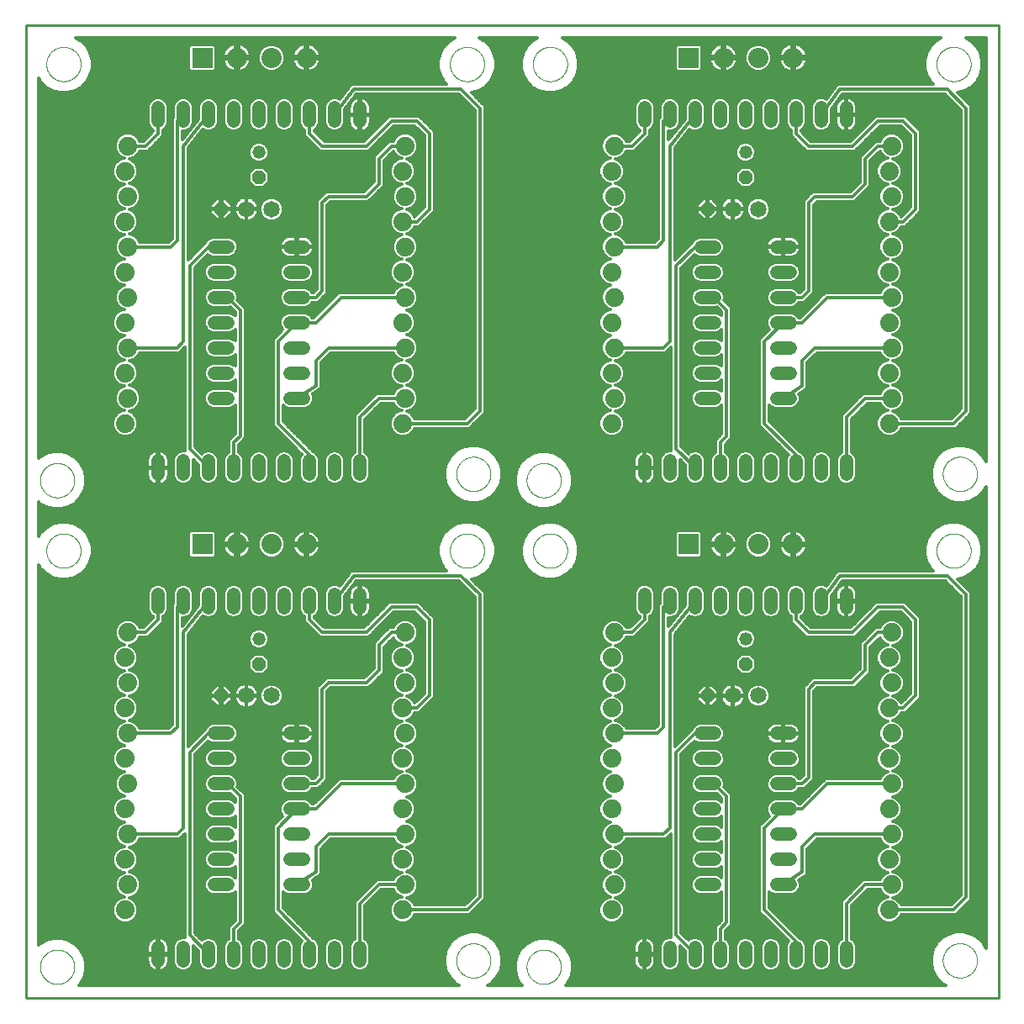
<source format=gtl>
G75*
%MOIN*%
%OFA0B0*%
%FSLAX25Y25*%
%IPPOS*%
%LPD*%
%AMOC8*
5,1,8,0,0,1.08239X$1,22.5*
%
%ADD10C,0.00000*%
%ADD11C,0.01000*%
%ADD12C,0.06500*%
%ADD13OC8,0.05200*%
%ADD14C,0.07400*%
%ADD15R,0.08000X0.08000*%
%ADD16C,0.08000*%
%ADD17C,0.05200*%
%ADD18C,0.05200*%
%ADD19C,0.01200*%
D10*
X0022033Y0028833D02*
X0022035Y0029000D01*
X0022041Y0029167D01*
X0022051Y0029333D01*
X0022066Y0029500D01*
X0022084Y0029665D01*
X0022107Y0029831D01*
X0022133Y0029996D01*
X0022164Y0030160D01*
X0022198Y0030323D01*
X0022237Y0030485D01*
X0022279Y0030647D01*
X0022326Y0030807D01*
X0022376Y0030966D01*
X0022431Y0031124D01*
X0022489Y0031280D01*
X0022551Y0031435D01*
X0022616Y0031589D01*
X0022686Y0031740D01*
X0022759Y0031890D01*
X0022836Y0032038D01*
X0022916Y0032185D01*
X0023000Y0032329D01*
X0023088Y0032471D01*
X0023179Y0032611D01*
X0023273Y0032748D01*
X0023371Y0032884D01*
X0023472Y0033017D01*
X0023577Y0033147D01*
X0023684Y0033275D01*
X0023795Y0033400D01*
X0023908Y0033522D01*
X0024025Y0033641D01*
X0024144Y0033758D01*
X0024266Y0033871D01*
X0024391Y0033982D01*
X0024519Y0034089D01*
X0024649Y0034194D01*
X0024782Y0034295D01*
X0024918Y0034393D01*
X0025055Y0034487D01*
X0025195Y0034578D01*
X0025337Y0034666D01*
X0025481Y0034750D01*
X0025628Y0034830D01*
X0025776Y0034907D01*
X0025926Y0034980D01*
X0026077Y0035050D01*
X0026231Y0035115D01*
X0026386Y0035177D01*
X0026542Y0035235D01*
X0026700Y0035290D01*
X0026859Y0035340D01*
X0027019Y0035387D01*
X0027181Y0035429D01*
X0027343Y0035468D01*
X0027506Y0035502D01*
X0027670Y0035533D01*
X0027835Y0035559D01*
X0028001Y0035582D01*
X0028166Y0035600D01*
X0028333Y0035615D01*
X0028499Y0035625D01*
X0028666Y0035631D01*
X0028833Y0035633D01*
X0029000Y0035631D01*
X0029167Y0035625D01*
X0029333Y0035615D01*
X0029500Y0035600D01*
X0029665Y0035582D01*
X0029831Y0035559D01*
X0029996Y0035533D01*
X0030160Y0035502D01*
X0030323Y0035468D01*
X0030485Y0035429D01*
X0030647Y0035387D01*
X0030807Y0035340D01*
X0030966Y0035290D01*
X0031124Y0035235D01*
X0031280Y0035177D01*
X0031435Y0035115D01*
X0031589Y0035050D01*
X0031740Y0034980D01*
X0031890Y0034907D01*
X0032038Y0034830D01*
X0032185Y0034750D01*
X0032329Y0034666D01*
X0032471Y0034578D01*
X0032611Y0034487D01*
X0032748Y0034393D01*
X0032884Y0034295D01*
X0033017Y0034194D01*
X0033147Y0034089D01*
X0033275Y0033982D01*
X0033400Y0033871D01*
X0033522Y0033758D01*
X0033641Y0033641D01*
X0033758Y0033522D01*
X0033871Y0033400D01*
X0033982Y0033275D01*
X0034089Y0033147D01*
X0034194Y0033017D01*
X0034295Y0032884D01*
X0034393Y0032748D01*
X0034487Y0032611D01*
X0034578Y0032471D01*
X0034666Y0032329D01*
X0034750Y0032185D01*
X0034830Y0032038D01*
X0034907Y0031890D01*
X0034980Y0031740D01*
X0035050Y0031589D01*
X0035115Y0031435D01*
X0035177Y0031280D01*
X0035235Y0031124D01*
X0035290Y0030966D01*
X0035340Y0030807D01*
X0035387Y0030647D01*
X0035429Y0030485D01*
X0035468Y0030323D01*
X0035502Y0030160D01*
X0035533Y0029996D01*
X0035559Y0029831D01*
X0035582Y0029665D01*
X0035600Y0029500D01*
X0035615Y0029333D01*
X0035625Y0029167D01*
X0035631Y0029000D01*
X0035633Y0028833D01*
X0035631Y0028666D01*
X0035625Y0028499D01*
X0035615Y0028333D01*
X0035600Y0028166D01*
X0035582Y0028001D01*
X0035559Y0027835D01*
X0035533Y0027670D01*
X0035502Y0027506D01*
X0035468Y0027343D01*
X0035429Y0027181D01*
X0035387Y0027019D01*
X0035340Y0026859D01*
X0035290Y0026700D01*
X0035235Y0026542D01*
X0035177Y0026386D01*
X0035115Y0026231D01*
X0035050Y0026077D01*
X0034980Y0025926D01*
X0034907Y0025776D01*
X0034830Y0025628D01*
X0034750Y0025481D01*
X0034666Y0025337D01*
X0034578Y0025195D01*
X0034487Y0025055D01*
X0034393Y0024918D01*
X0034295Y0024782D01*
X0034194Y0024649D01*
X0034089Y0024519D01*
X0033982Y0024391D01*
X0033871Y0024266D01*
X0033758Y0024144D01*
X0033641Y0024025D01*
X0033522Y0023908D01*
X0033400Y0023795D01*
X0033275Y0023684D01*
X0033147Y0023577D01*
X0033017Y0023472D01*
X0032884Y0023371D01*
X0032748Y0023273D01*
X0032611Y0023179D01*
X0032471Y0023088D01*
X0032329Y0023000D01*
X0032185Y0022916D01*
X0032038Y0022836D01*
X0031890Y0022759D01*
X0031740Y0022686D01*
X0031589Y0022616D01*
X0031435Y0022551D01*
X0031280Y0022489D01*
X0031124Y0022431D01*
X0030966Y0022376D01*
X0030807Y0022326D01*
X0030647Y0022279D01*
X0030485Y0022237D01*
X0030323Y0022198D01*
X0030160Y0022164D01*
X0029996Y0022133D01*
X0029831Y0022107D01*
X0029665Y0022084D01*
X0029500Y0022066D01*
X0029333Y0022051D01*
X0029167Y0022041D01*
X0029000Y0022035D01*
X0028833Y0022033D01*
X0028666Y0022035D01*
X0028499Y0022041D01*
X0028333Y0022051D01*
X0028166Y0022066D01*
X0028001Y0022084D01*
X0027835Y0022107D01*
X0027670Y0022133D01*
X0027506Y0022164D01*
X0027343Y0022198D01*
X0027181Y0022237D01*
X0027019Y0022279D01*
X0026859Y0022326D01*
X0026700Y0022376D01*
X0026542Y0022431D01*
X0026386Y0022489D01*
X0026231Y0022551D01*
X0026077Y0022616D01*
X0025926Y0022686D01*
X0025776Y0022759D01*
X0025628Y0022836D01*
X0025481Y0022916D01*
X0025337Y0023000D01*
X0025195Y0023088D01*
X0025055Y0023179D01*
X0024918Y0023273D01*
X0024782Y0023371D01*
X0024649Y0023472D01*
X0024519Y0023577D01*
X0024391Y0023684D01*
X0024266Y0023795D01*
X0024144Y0023908D01*
X0024025Y0024025D01*
X0023908Y0024144D01*
X0023795Y0024266D01*
X0023684Y0024391D01*
X0023577Y0024519D01*
X0023472Y0024649D01*
X0023371Y0024782D01*
X0023273Y0024918D01*
X0023179Y0025055D01*
X0023088Y0025195D01*
X0023000Y0025337D01*
X0022916Y0025481D01*
X0022836Y0025628D01*
X0022759Y0025776D01*
X0022686Y0025926D01*
X0022616Y0026077D01*
X0022551Y0026231D01*
X0022489Y0026386D01*
X0022431Y0026542D01*
X0022376Y0026700D01*
X0022326Y0026859D01*
X0022279Y0027019D01*
X0022237Y0027181D01*
X0022198Y0027343D01*
X0022164Y0027506D01*
X0022133Y0027670D01*
X0022107Y0027835D01*
X0022084Y0028001D01*
X0022066Y0028166D01*
X0022051Y0028333D01*
X0022041Y0028499D01*
X0022035Y0028666D01*
X0022033Y0028833D01*
X0024533Y0193833D02*
X0024535Y0194000D01*
X0024541Y0194167D01*
X0024551Y0194333D01*
X0024566Y0194500D01*
X0024584Y0194665D01*
X0024607Y0194831D01*
X0024633Y0194996D01*
X0024664Y0195160D01*
X0024698Y0195323D01*
X0024737Y0195485D01*
X0024779Y0195647D01*
X0024826Y0195807D01*
X0024876Y0195966D01*
X0024931Y0196124D01*
X0024989Y0196280D01*
X0025051Y0196435D01*
X0025116Y0196589D01*
X0025186Y0196740D01*
X0025259Y0196890D01*
X0025336Y0197038D01*
X0025416Y0197185D01*
X0025500Y0197329D01*
X0025588Y0197471D01*
X0025679Y0197611D01*
X0025773Y0197748D01*
X0025871Y0197884D01*
X0025972Y0198017D01*
X0026077Y0198147D01*
X0026184Y0198275D01*
X0026295Y0198400D01*
X0026408Y0198522D01*
X0026525Y0198641D01*
X0026644Y0198758D01*
X0026766Y0198871D01*
X0026891Y0198982D01*
X0027019Y0199089D01*
X0027149Y0199194D01*
X0027282Y0199295D01*
X0027418Y0199393D01*
X0027555Y0199487D01*
X0027695Y0199578D01*
X0027837Y0199666D01*
X0027981Y0199750D01*
X0028128Y0199830D01*
X0028276Y0199907D01*
X0028426Y0199980D01*
X0028577Y0200050D01*
X0028731Y0200115D01*
X0028886Y0200177D01*
X0029042Y0200235D01*
X0029200Y0200290D01*
X0029359Y0200340D01*
X0029519Y0200387D01*
X0029681Y0200429D01*
X0029843Y0200468D01*
X0030006Y0200502D01*
X0030170Y0200533D01*
X0030335Y0200559D01*
X0030501Y0200582D01*
X0030666Y0200600D01*
X0030833Y0200615D01*
X0030999Y0200625D01*
X0031166Y0200631D01*
X0031333Y0200633D01*
X0031500Y0200631D01*
X0031667Y0200625D01*
X0031833Y0200615D01*
X0032000Y0200600D01*
X0032165Y0200582D01*
X0032331Y0200559D01*
X0032496Y0200533D01*
X0032660Y0200502D01*
X0032823Y0200468D01*
X0032985Y0200429D01*
X0033147Y0200387D01*
X0033307Y0200340D01*
X0033466Y0200290D01*
X0033624Y0200235D01*
X0033780Y0200177D01*
X0033935Y0200115D01*
X0034089Y0200050D01*
X0034240Y0199980D01*
X0034390Y0199907D01*
X0034538Y0199830D01*
X0034685Y0199750D01*
X0034829Y0199666D01*
X0034971Y0199578D01*
X0035111Y0199487D01*
X0035248Y0199393D01*
X0035384Y0199295D01*
X0035517Y0199194D01*
X0035647Y0199089D01*
X0035775Y0198982D01*
X0035900Y0198871D01*
X0036022Y0198758D01*
X0036141Y0198641D01*
X0036258Y0198522D01*
X0036371Y0198400D01*
X0036482Y0198275D01*
X0036589Y0198147D01*
X0036694Y0198017D01*
X0036795Y0197884D01*
X0036893Y0197748D01*
X0036987Y0197611D01*
X0037078Y0197471D01*
X0037166Y0197329D01*
X0037250Y0197185D01*
X0037330Y0197038D01*
X0037407Y0196890D01*
X0037480Y0196740D01*
X0037550Y0196589D01*
X0037615Y0196435D01*
X0037677Y0196280D01*
X0037735Y0196124D01*
X0037790Y0195966D01*
X0037840Y0195807D01*
X0037887Y0195647D01*
X0037929Y0195485D01*
X0037968Y0195323D01*
X0038002Y0195160D01*
X0038033Y0194996D01*
X0038059Y0194831D01*
X0038082Y0194665D01*
X0038100Y0194500D01*
X0038115Y0194333D01*
X0038125Y0194167D01*
X0038131Y0194000D01*
X0038133Y0193833D01*
X0038131Y0193666D01*
X0038125Y0193499D01*
X0038115Y0193333D01*
X0038100Y0193166D01*
X0038082Y0193001D01*
X0038059Y0192835D01*
X0038033Y0192670D01*
X0038002Y0192506D01*
X0037968Y0192343D01*
X0037929Y0192181D01*
X0037887Y0192019D01*
X0037840Y0191859D01*
X0037790Y0191700D01*
X0037735Y0191542D01*
X0037677Y0191386D01*
X0037615Y0191231D01*
X0037550Y0191077D01*
X0037480Y0190926D01*
X0037407Y0190776D01*
X0037330Y0190628D01*
X0037250Y0190481D01*
X0037166Y0190337D01*
X0037078Y0190195D01*
X0036987Y0190055D01*
X0036893Y0189918D01*
X0036795Y0189782D01*
X0036694Y0189649D01*
X0036589Y0189519D01*
X0036482Y0189391D01*
X0036371Y0189266D01*
X0036258Y0189144D01*
X0036141Y0189025D01*
X0036022Y0188908D01*
X0035900Y0188795D01*
X0035775Y0188684D01*
X0035647Y0188577D01*
X0035517Y0188472D01*
X0035384Y0188371D01*
X0035248Y0188273D01*
X0035111Y0188179D01*
X0034971Y0188088D01*
X0034829Y0188000D01*
X0034685Y0187916D01*
X0034538Y0187836D01*
X0034390Y0187759D01*
X0034240Y0187686D01*
X0034089Y0187616D01*
X0033935Y0187551D01*
X0033780Y0187489D01*
X0033624Y0187431D01*
X0033466Y0187376D01*
X0033307Y0187326D01*
X0033147Y0187279D01*
X0032985Y0187237D01*
X0032823Y0187198D01*
X0032660Y0187164D01*
X0032496Y0187133D01*
X0032331Y0187107D01*
X0032165Y0187084D01*
X0032000Y0187066D01*
X0031833Y0187051D01*
X0031667Y0187041D01*
X0031500Y0187035D01*
X0031333Y0187033D01*
X0031166Y0187035D01*
X0030999Y0187041D01*
X0030833Y0187051D01*
X0030666Y0187066D01*
X0030501Y0187084D01*
X0030335Y0187107D01*
X0030170Y0187133D01*
X0030006Y0187164D01*
X0029843Y0187198D01*
X0029681Y0187237D01*
X0029519Y0187279D01*
X0029359Y0187326D01*
X0029200Y0187376D01*
X0029042Y0187431D01*
X0028886Y0187489D01*
X0028731Y0187551D01*
X0028577Y0187616D01*
X0028426Y0187686D01*
X0028276Y0187759D01*
X0028128Y0187836D01*
X0027981Y0187916D01*
X0027837Y0188000D01*
X0027695Y0188088D01*
X0027555Y0188179D01*
X0027418Y0188273D01*
X0027282Y0188371D01*
X0027149Y0188472D01*
X0027019Y0188577D01*
X0026891Y0188684D01*
X0026766Y0188795D01*
X0026644Y0188908D01*
X0026525Y0189025D01*
X0026408Y0189144D01*
X0026295Y0189266D01*
X0026184Y0189391D01*
X0026077Y0189519D01*
X0025972Y0189649D01*
X0025871Y0189782D01*
X0025773Y0189918D01*
X0025679Y0190055D01*
X0025588Y0190195D01*
X0025500Y0190337D01*
X0025416Y0190481D01*
X0025336Y0190628D01*
X0025259Y0190776D01*
X0025186Y0190926D01*
X0025116Y0191077D01*
X0025051Y0191231D01*
X0024989Y0191386D01*
X0024931Y0191542D01*
X0024876Y0191700D01*
X0024826Y0191859D01*
X0024779Y0192019D01*
X0024737Y0192181D01*
X0024698Y0192343D01*
X0024664Y0192506D01*
X0024633Y0192670D01*
X0024607Y0192835D01*
X0024584Y0193001D01*
X0024566Y0193166D01*
X0024551Y0193333D01*
X0024541Y0193499D01*
X0024535Y0193666D01*
X0024533Y0193833D01*
X0022033Y0221747D02*
X0022035Y0221914D01*
X0022041Y0222081D01*
X0022051Y0222247D01*
X0022066Y0222414D01*
X0022084Y0222579D01*
X0022107Y0222745D01*
X0022133Y0222910D01*
X0022164Y0223074D01*
X0022198Y0223237D01*
X0022237Y0223399D01*
X0022279Y0223561D01*
X0022326Y0223721D01*
X0022376Y0223880D01*
X0022431Y0224038D01*
X0022489Y0224194D01*
X0022551Y0224349D01*
X0022616Y0224503D01*
X0022686Y0224654D01*
X0022759Y0224804D01*
X0022836Y0224952D01*
X0022916Y0225099D01*
X0023000Y0225243D01*
X0023088Y0225385D01*
X0023179Y0225525D01*
X0023273Y0225662D01*
X0023371Y0225798D01*
X0023472Y0225931D01*
X0023577Y0226061D01*
X0023684Y0226189D01*
X0023795Y0226314D01*
X0023908Y0226436D01*
X0024025Y0226555D01*
X0024144Y0226672D01*
X0024266Y0226785D01*
X0024391Y0226896D01*
X0024519Y0227003D01*
X0024649Y0227108D01*
X0024782Y0227209D01*
X0024918Y0227307D01*
X0025055Y0227401D01*
X0025195Y0227492D01*
X0025337Y0227580D01*
X0025481Y0227664D01*
X0025628Y0227744D01*
X0025776Y0227821D01*
X0025926Y0227894D01*
X0026077Y0227964D01*
X0026231Y0228029D01*
X0026386Y0228091D01*
X0026542Y0228149D01*
X0026700Y0228204D01*
X0026859Y0228254D01*
X0027019Y0228301D01*
X0027181Y0228343D01*
X0027343Y0228382D01*
X0027506Y0228416D01*
X0027670Y0228447D01*
X0027835Y0228473D01*
X0028001Y0228496D01*
X0028166Y0228514D01*
X0028333Y0228529D01*
X0028499Y0228539D01*
X0028666Y0228545D01*
X0028833Y0228547D01*
X0029000Y0228545D01*
X0029167Y0228539D01*
X0029333Y0228529D01*
X0029500Y0228514D01*
X0029665Y0228496D01*
X0029831Y0228473D01*
X0029996Y0228447D01*
X0030160Y0228416D01*
X0030323Y0228382D01*
X0030485Y0228343D01*
X0030647Y0228301D01*
X0030807Y0228254D01*
X0030966Y0228204D01*
X0031124Y0228149D01*
X0031280Y0228091D01*
X0031435Y0228029D01*
X0031589Y0227964D01*
X0031740Y0227894D01*
X0031890Y0227821D01*
X0032038Y0227744D01*
X0032185Y0227664D01*
X0032329Y0227580D01*
X0032471Y0227492D01*
X0032611Y0227401D01*
X0032748Y0227307D01*
X0032884Y0227209D01*
X0033017Y0227108D01*
X0033147Y0227003D01*
X0033275Y0226896D01*
X0033400Y0226785D01*
X0033522Y0226672D01*
X0033641Y0226555D01*
X0033758Y0226436D01*
X0033871Y0226314D01*
X0033982Y0226189D01*
X0034089Y0226061D01*
X0034194Y0225931D01*
X0034295Y0225798D01*
X0034393Y0225662D01*
X0034487Y0225525D01*
X0034578Y0225385D01*
X0034666Y0225243D01*
X0034750Y0225099D01*
X0034830Y0224952D01*
X0034907Y0224804D01*
X0034980Y0224654D01*
X0035050Y0224503D01*
X0035115Y0224349D01*
X0035177Y0224194D01*
X0035235Y0224038D01*
X0035290Y0223880D01*
X0035340Y0223721D01*
X0035387Y0223561D01*
X0035429Y0223399D01*
X0035468Y0223237D01*
X0035502Y0223074D01*
X0035533Y0222910D01*
X0035559Y0222745D01*
X0035582Y0222579D01*
X0035600Y0222414D01*
X0035615Y0222247D01*
X0035625Y0222081D01*
X0035631Y0221914D01*
X0035633Y0221747D01*
X0035631Y0221580D01*
X0035625Y0221413D01*
X0035615Y0221247D01*
X0035600Y0221080D01*
X0035582Y0220915D01*
X0035559Y0220749D01*
X0035533Y0220584D01*
X0035502Y0220420D01*
X0035468Y0220257D01*
X0035429Y0220095D01*
X0035387Y0219933D01*
X0035340Y0219773D01*
X0035290Y0219614D01*
X0035235Y0219456D01*
X0035177Y0219300D01*
X0035115Y0219145D01*
X0035050Y0218991D01*
X0034980Y0218840D01*
X0034907Y0218690D01*
X0034830Y0218542D01*
X0034750Y0218395D01*
X0034666Y0218251D01*
X0034578Y0218109D01*
X0034487Y0217969D01*
X0034393Y0217832D01*
X0034295Y0217696D01*
X0034194Y0217563D01*
X0034089Y0217433D01*
X0033982Y0217305D01*
X0033871Y0217180D01*
X0033758Y0217058D01*
X0033641Y0216939D01*
X0033522Y0216822D01*
X0033400Y0216709D01*
X0033275Y0216598D01*
X0033147Y0216491D01*
X0033017Y0216386D01*
X0032884Y0216285D01*
X0032748Y0216187D01*
X0032611Y0216093D01*
X0032471Y0216002D01*
X0032329Y0215914D01*
X0032185Y0215830D01*
X0032038Y0215750D01*
X0031890Y0215673D01*
X0031740Y0215600D01*
X0031589Y0215530D01*
X0031435Y0215465D01*
X0031280Y0215403D01*
X0031124Y0215345D01*
X0030966Y0215290D01*
X0030807Y0215240D01*
X0030647Y0215193D01*
X0030485Y0215151D01*
X0030323Y0215112D01*
X0030160Y0215078D01*
X0029996Y0215047D01*
X0029831Y0215021D01*
X0029665Y0214998D01*
X0029500Y0214980D01*
X0029333Y0214965D01*
X0029167Y0214955D01*
X0029000Y0214949D01*
X0028833Y0214947D01*
X0028666Y0214949D01*
X0028499Y0214955D01*
X0028333Y0214965D01*
X0028166Y0214980D01*
X0028001Y0214998D01*
X0027835Y0215021D01*
X0027670Y0215047D01*
X0027506Y0215078D01*
X0027343Y0215112D01*
X0027181Y0215151D01*
X0027019Y0215193D01*
X0026859Y0215240D01*
X0026700Y0215290D01*
X0026542Y0215345D01*
X0026386Y0215403D01*
X0026231Y0215465D01*
X0026077Y0215530D01*
X0025926Y0215600D01*
X0025776Y0215673D01*
X0025628Y0215750D01*
X0025481Y0215830D01*
X0025337Y0215914D01*
X0025195Y0216002D01*
X0025055Y0216093D01*
X0024918Y0216187D01*
X0024782Y0216285D01*
X0024649Y0216386D01*
X0024519Y0216491D01*
X0024391Y0216598D01*
X0024266Y0216709D01*
X0024144Y0216822D01*
X0024025Y0216939D01*
X0023908Y0217058D01*
X0023795Y0217180D01*
X0023684Y0217305D01*
X0023577Y0217433D01*
X0023472Y0217563D01*
X0023371Y0217696D01*
X0023273Y0217832D01*
X0023179Y0217969D01*
X0023088Y0218109D01*
X0023000Y0218251D01*
X0022916Y0218395D01*
X0022836Y0218542D01*
X0022759Y0218690D01*
X0022686Y0218840D01*
X0022616Y0218991D01*
X0022551Y0219145D01*
X0022489Y0219300D01*
X0022431Y0219456D01*
X0022376Y0219614D01*
X0022326Y0219773D01*
X0022279Y0219933D01*
X0022237Y0220095D01*
X0022198Y0220257D01*
X0022164Y0220420D01*
X0022133Y0220584D01*
X0022107Y0220749D01*
X0022084Y0220915D01*
X0022066Y0221080D01*
X0022051Y0221247D01*
X0022041Y0221413D01*
X0022035Y0221580D01*
X0022033Y0221747D01*
X0024533Y0386747D02*
X0024535Y0386914D01*
X0024541Y0387081D01*
X0024551Y0387247D01*
X0024566Y0387414D01*
X0024584Y0387579D01*
X0024607Y0387745D01*
X0024633Y0387910D01*
X0024664Y0388074D01*
X0024698Y0388237D01*
X0024737Y0388399D01*
X0024779Y0388561D01*
X0024826Y0388721D01*
X0024876Y0388880D01*
X0024931Y0389038D01*
X0024989Y0389194D01*
X0025051Y0389349D01*
X0025116Y0389503D01*
X0025186Y0389654D01*
X0025259Y0389804D01*
X0025336Y0389952D01*
X0025416Y0390099D01*
X0025500Y0390243D01*
X0025588Y0390385D01*
X0025679Y0390525D01*
X0025773Y0390662D01*
X0025871Y0390798D01*
X0025972Y0390931D01*
X0026077Y0391061D01*
X0026184Y0391189D01*
X0026295Y0391314D01*
X0026408Y0391436D01*
X0026525Y0391555D01*
X0026644Y0391672D01*
X0026766Y0391785D01*
X0026891Y0391896D01*
X0027019Y0392003D01*
X0027149Y0392108D01*
X0027282Y0392209D01*
X0027418Y0392307D01*
X0027555Y0392401D01*
X0027695Y0392492D01*
X0027837Y0392580D01*
X0027981Y0392664D01*
X0028128Y0392744D01*
X0028276Y0392821D01*
X0028426Y0392894D01*
X0028577Y0392964D01*
X0028731Y0393029D01*
X0028886Y0393091D01*
X0029042Y0393149D01*
X0029200Y0393204D01*
X0029359Y0393254D01*
X0029519Y0393301D01*
X0029681Y0393343D01*
X0029843Y0393382D01*
X0030006Y0393416D01*
X0030170Y0393447D01*
X0030335Y0393473D01*
X0030501Y0393496D01*
X0030666Y0393514D01*
X0030833Y0393529D01*
X0030999Y0393539D01*
X0031166Y0393545D01*
X0031333Y0393547D01*
X0031500Y0393545D01*
X0031667Y0393539D01*
X0031833Y0393529D01*
X0032000Y0393514D01*
X0032165Y0393496D01*
X0032331Y0393473D01*
X0032496Y0393447D01*
X0032660Y0393416D01*
X0032823Y0393382D01*
X0032985Y0393343D01*
X0033147Y0393301D01*
X0033307Y0393254D01*
X0033466Y0393204D01*
X0033624Y0393149D01*
X0033780Y0393091D01*
X0033935Y0393029D01*
X0034089Y0392964D01*
X0034240Y0392894D01*
X0034390Y0392821D01*
X0034538Y0392744D01*
X0034685Y0392664D01*
X0034829Y0392580D01*
X0034971Y0392492D01*
X0035111Y0392401D01*
X0035248Y0392307D01*
X0035384Y0392209D01*
X0035517Y0392108D01*
X0035647Y0392003D01*
X0035775Y0391896D01*
X0035900Y0391785D01*
X0036022Y0391672D01*
X0036141Y0391555D01*
X0036258Y0391436D01*
X0036371Y0391314D01*
X0036482Y0391189D01*
X0036589Y0391061D01*
X0036694Y0390931D01*
X0036795Y0390798D01*
X0036893Y0390662D01*
X0036987Y0390525D01*
X0037078Y0390385D01*
X0037166Y0390243D01*
X0037250Y0390099D01*
X0037330Y0389952D01*
X0037407Y0389804D01*
X0037480Y0389654D01*
X0037550Y0389503D01*
X0037615Y0389349D01*
X0037677Y0389194D01*
X0037735Y0389038D01*
X0037790Y0388880D01*
X0037840Y0388721D01*
X0037887Y0388561D01*
X0037929Y0388399D01*
X0037968Y0388237D01*
X0038002Y0388074D01*
X0038033Y0387910D01*
X0038059Y0387745D01*
X0038082Y0387579D01*
X0038100Y0387414D01*
X0038115Y0387247D01*
X0038125Y0387081D01*
X0038131Y0386914D01*
X0038133Y0386747D01*
X0038131Y0386580D01*
X0038125Y0386413D01*
X0038115Y0386247D01*
X0038100Y0386080D01*
X0038082Y0385915D01*
X0038059Y0385749D01*
X0038033Y0385584D01*
X0038002Y0385420D01*
X0037968Y0385257D01*
X0037929Y0385095D01*
X0037887Y0384933D01*
X0037840Y0384773D01*
X0037790Y0384614D01*
X0037735Y0384456D01*
X0037677Y0384300D01*
X0037615Y0384145D01*
X0037550Y0383991D01*
X0037480Y0383840D01*
X0037407Y0383690D01*
X0037330Y0383542D01*
X0037250Y0383395D01*
X0037166Y0383251D01*
X0037078Y0383109D01*
X0036987Y0382969D01*
X0036893Y0382832D01*
X0036795Y0382696D01*
X0036694Y0382563D01*
X0036589Y0382433D01*
X0036482Y0382305D01*
X0036371Y0382180D01*
X0036258Y0382058D01*
X0036141Y0381939D01*
X0036022Y0381822D01*
X0035900Y0381709D01*
X0035775Y0381598D01*
X0035647Y0381491D01*
X0035517Y0381386D01*
X0035384Y0381285D01*
X0035248Y0381187D01*
X0035111Y0381093D01*
X0034971Y0381002D01*
X0034829Y0380914D01*
X0034685Y0380830D01*
X0034538Y0380750D01*
X0034390Y0380673D01*
X0034240Y0380600D01*
X0034089Y0380530D01*
X0033935Y0380465D01*
X0033780Y0380403D01*
X0033624Y0380345D01*
X0033466Y0380290D01*
X0033307Y0380240D01*
X0033147Y0380193D01*
X0032985Y0380151D01*
X0032823Y0380112D01*
X0032660Y0380078D01*
X0032496Y0380047D01*
X0032331Y0380021D01*
X0032165Y0379998D01*
X0032000Y0379980D01*
X0031833Y0379965D01*
X0031667Y0379955D01*
X0031500Y0379949D01*
X0031333Y0379947D01*
X0031166Y0379949D01*
X0030999Y0379955D01*
X0030833Y0379965D01*
X0030666Y0379980D01*
X0030501Y0379998D01*
X0030335Y0380021D01*
X0030170Y0380047D01*
X0030006Y0380078D01*
X0029843Y0380112D01*
X0029681Y0380151D01*
X0029519Y0380193D01*
X0029359Y0380240D01*
X0029200Y0380290D01*
X0029042Y0380345D01*
X0028886Y0380403D01*
X0028731Y0380465D01*
X0028577Y0380530D01*
X0028426Y0380600D01*
X0028276Y0380673D01*
X0028128Y0380750D01*
X0027981Y0380830D01*
X0027837Y0380914D01*
X0027695Y0381002D01*
X0027555Y0381093D01*
X0027418Y0381187D01*
X0027282Y0381285D01*
X0027149Y0381386D01*
X0027019Y0381491D01*
X0026891Y0381598D01*
X0026766Y0381709D01*
X0026644Y0381822D01*
X0026525Y0381939D01*
X0026408Y0382058D01*
X0026295Y0382180D01*
X0026184Y0382305D01*
X0026077Y0382433D01*
X0025972Y0382563D01*
X0025871Y0382696D01*
X0025773Y0382832D01*
X0025679Y0382969D01*
X0025588Y0383109D01*
X0025500Y0383251D01*
X0025416Y0383395D01*
X0025336Y0383542D01*
X0025259Y0383690D01*
X0025186Y0383840D01*
X0025116Y0383991D01*
X0025051Y0384145D01*
X0024989Y0384300D01*
X0024931Y0384456D01*
X0024876Y0384614D01*
X0024826Y0384773D01*
X0024779Y0384933D01*
X0024737Y0385095D01*
X0024698Y0385257D01*
X0024664Y0385420D01*
X0024633Y0385584D01*
X0024607Y0385749D01*
X0024584Y0385915D01*
X0024566Y0386080D01*
X0024551Y0386247D01*
X0024541Y0386413D01*
X0024535Y0386580D01*
X0024533Y0386747D01*
X0184533Y0386747D02*
X0184535Y0386914D01*
X0184541Y0387081D01*
X0184551Y0387247D01*
X0184566Y0387414D01*
X0184584Y0387579D01*
X0184607Y0387745D01*
X0184633Y0387910D01*
X0184664Y0388074D01*
X0184698Y0388237D01*
X0184737Y0388399D01*
X0184779Y0388561D01*
X0184826Y0388721D01*
X0184876Y0388880D01*
X0184931Y0389038D01*
X0184989Y0389194D01*
X0185051Y0389349D01*
X0185116Y0389503D01*
X0185186Y0389654D01*
X0185259Y0389804D01*
X0185336Y0389952D01*
X0185416Y0390099D01*
X0185500Y0390243D01*
X0185588Y0390385D01*
X0185679Y0390525D01*
X0185773Y0390662D01*
X0185871Y0390798D01*
X0185972Y0390931D01*
X0186077Y0391061D01*
X0186184Y0391189D01*
X0186295Y0391314D01*
X0186408Y0391436D01*
X0186525Y0391555D01*
X0186644Y0391672D01*
X0186766Y0391785D01*
X0186891Y0391896D01*
X0187019Y0392003D01*
X0187149Y0392108D01*
X0187282Y0392209D01*
X0187418Y0392307D01*
X0187555Y0392401D01*
X0187695Y0392492D01*
X0187837Y0392580D01*
X0187981Y0392664D01*
X0188128Y0392744D01*
X0188276Y0392821D01*
X0188426Y0392894D01*
X0188577Y0392964D01*
X0188731Y0393029D01*
X0188886Y0393091D01*
X0189042Y0393149D01*
X0189200Y0393204D01*
X0189359Y0393254D01*
X0189519Y0393301D01*
X0189681Y0393343D01*
X0189843Y0393382D01*
X0190006Y0393416D01*
X0190170Y0393447D01*
X0190335Y0393473D01*
X0190501Y0393496D01*
X0190666Y0393514D01*
X0190833Y0393529D01*
X0190999Y0393539D01*
X0191166Y0393545D01*
X0191333Y0393547D01*
X0191500Y0393545D01*
X0191667Y0393539D01*
X0191833Y0393529D01*
X0192000Y0393514D01*
X0192165Y0393496D01*
X0192331Y0393473D01*
X0192496Y0393447D01*
X0192660Y0393416D01*
X0192823Y0393382D01*
X0192985Y0393343D01*
X0193147Y0393301D01*
X0193307Y0393254D01*
X0193466Y0393204D01*
X0193624Y0393149D01*
X0193780Y0393091D01*
X0193935Y0393029D01*
X0194089Y0392964D01*
X0194240Y0392894D01*
X0194390Y0392821D01*
X0194538Y0392744D01*
X0194685Y0392664D01*
X0194829Y0392580D01*
X0194971Y0392492D01*
X0195111Y0392401D01*
X0195248Y0392307D01*
X0195384Y0392209D01*
X0195517Y0392108D01*
X0195647Y0392003D01*
X0195775Y0391896D01*
X0195900Y0391785D01*
X0196022Y0391672D01*
X0196141Y0391555D01*
X0196258Y0391436D01*
X0196371Y0391314D01*
X0196482Y0391189D01*
X0196589Y0391061D01*
X0196694Y0390931D01*
X0196795Y0390798D01*
X0196893Y0390662D01*
X0196987Y0390525D01*
X0197078Y0390385D01*
X0197166Y0390243D01*
X0197250Y0390099D01*
X0197330Y0389952D01*
X0197407Y0389804D01*
X0197480Y0389654D01*
X0197550Y0389503D01*
X0197615Y0389349D01*
X0197677Y0389194D01*
X0197735Y0389038D01*
X0197790Y0388880D01*
X0197840Y0388721D01*
X0197887Y0388561D01*
X0197929Y0388399D01*
X0197968Y0388237D01*
X0198002Y0388074D01*
X0198033Y0387910D01*
X0198059Y0387745D01*
X0198082Y0387579D01*
X0198100Y0387414D01*
X0198115Y0387247D01*
X0198125Y0387081D01*
X0198131Y0386914D01*
X0198133Y0386747D01*
X0198131Y0386580D01*
X0198125Y0386413D01*
X0198115Y0386247D01*
X0198100Y0386080D01*
X0198082Y0385915D01*
X0198059Y0385749D01*
X0198033Y0385584D01*
X0198002Y0385420D01*
X0197968Y0385257D01*
X0197929Y0385095D01*
X0197887Y0384933D01*
X0197840Y0384773D01*
X0197790Y0384614D01*
X0197735Y0384456D01*
X0197677Y0384300D01*
X0197615Y0384145D01*
X0197550Y0383991D01*
X0197480Y0383840D01*
X0197407Y0383690D01*
X0197330Y0383542D01*
X0197250Y0383395D01*
X0197166Y0383251D01*
X0197078Y0383109D01*
X0196987Y0382969D01*
X0196893Y0382832D01*
X0196795Y0382696D01*
X0196694Y0382563D01*
X0196589Y0382433D01*
X0196482Y0382305D01*
X0196371Y0382180D01*
X0196258Y0382058D01*
X0196141Y0381939D01*
X0196022Y0381822D01*
X0195900Y0381709D01*
X0195775Y0381598D01*
X0195647Y0381491D01*
X0195517Y0381386D01*
X0195384Y0381285D01*
X0195248Y0381187D01*
X0195111Y0381093D01*
X0194971Y0381002D01*
X0194829Y0380914D01*
X0194685Y0380830D01*
X0194538Y0380750D01*
X0194390Y0380673D01*
X0194240Y0380600D01*
X0194089Y0380530D01*
X0193935Y0380465D01*
X0193780Y0380403D01*
X0193624Y0380345D01*
X0193466Y0380290D01*
X0193307Y0380240D01*
X0193147Y0380193D01*
X0192985Y0380151D01*
X0192823Y0380112D01*
X0192660Y0380078D01*
X0192496Y0380047D01*
X0192331Y0380021D01*
X0192165Y0379998D01*
X0192000Y0379980D01*
X0191833Y0379965D01*
X0191667Y0379955D01*
X0191500Y0379949D01*
X0191333Y0379947D01*
X0191166Y0379949D01*
X0190999Y0379955D01*
X0190833Y0379965D01*
X0190666Y0379980D01*
X0190501Y0379998D01*
X0190335Y0380021D01*
X0190170Y0380047D01*
X0190006Y0380078D01*
X0189843Y0380112D01*
X0189681Y0380151D01*
X0189519Y0380193D01*
X0189359Y0380240D01*
X0189200Y0380290D01*
X0189042Y0380345D01*
X0188886Y0380403D01*
X0188731Y0380465D01*
X0188577Y0380530D01*
X0188426Y0380600D01*
X0188276Y0380673D01*
X0188128Y0380750D01*
X0187981Y0380830D01*
X0187837Y0380914D01*
X0187695Y0381002D01*
X0187555Y0381093D01*
X0187418Y0381187D01*
X0187282Y0381285D01*
X0187149Y0381386D01*
X0187019Y0381491D01*
X0186891Y0381598D01*
X0186766Y0381709D01*
X0186644Y0381822D01*
X0186525Y0381939D01*
X0186408Y0382058D01*
X0186295Y0382180D01*
X0186184Y0382305D01*
X0186077Y0382433D01*
X0185972Y0382563D01*
X0185871Y0382696D01*
X0185773Y0382832D01*
X0185679Y0382969D01*
X0185588Y0383109D01*
X0185500Y0383251D01*
X0185416Y0383395D01*
X0185336Y0383542D01*
X0185259Y0383690D01*
X0185186Y0383840D01*
X0185116Y0383991D01*
X0185051Y0384145D01*
X0184989Y0384300D01*
X0184931Y0384456D01*
X0184876Y0384614D01*
X0184826Y0384773D01*
X0184779Y0384933D01*
X0184737Y0385095D01*
X0184698Y0385257D01*
X0184664Y0385420D01*
X0184633Y0385584D01*
X0184607Y0385749D01*
X0184584Y0385915D01*
X0184566Y0386080D01*
X0184551Y0386247D01*
X0184541Y0386413D01*
X0184535Y0386580D01*
X0184533Y0386747D01*
X0217447Y0386747D02*
X0217449Y0386914D01*
X0217455Y0387081D01*
X0217465Y0387247D01*
X0217480Y0387414D01*
X0217498Y0387579D01*
X0217521Y0387745D01*
X0217547Y0387910D01*
X0217578Y0388074D01*
X0217612Y0388237D01*
X0217651Y0388399D01*
X0217693Y0388561D01*
X0217740Y0388721D01*
X0217790Y0388880D01*
X0217845Y0389038D01*
X0217903Y0389194D01*
X0217965Y0389349D01*
X0218030Y0389503D01*
X0218100Y0389654D01*
X0218173Y0389804D01*
X0218250Y0389952D01*
X0218330Y0390099D01*
X0218414Y0390243D01*
X0218502Y0390385D01*
X0218593Y0390525D01*
X0218687Y0390662D01*
X0218785Y0390798D01*
X0218886Y0390931D01*
X0218991Y0391061D01*
X0219098Y0391189D01*
X0219209Y0391314D01*
X0219322Y0391436D01*
X0219439Y0391555D01*
X0219558Y0391672D01*
X0219680Y0391785D01*
X0219805Y0391896D01*
X0219933Y0392003D01*
X0220063Y0392108D01*
X0220196Y0392209D01*
X0220332Y0392307D01*
X0220469Y0392401D01*
X0220609Y0392492D01*
X0220751Y0392580D01*
X0220895Y0392664D01*
X0221042Y0392744D01*
X0221190Y0392821D01*
X0221340Y0392894D01*
X0221491Y0392964D01*
X0221645Y0393029D01*
X0221800Y0393091D01*
X0221956Y0393149D01*
X0222114Y0393204D01*
X0222273Y0393254D01*
X0222433Y0393301D01*
X0222595Y0393343D01*
X0222757Y0393382D01*
X0222920Y0393416D01*
X0223084Y0393447D01*
X0223249Y0393473D01*
X0223415Y0393496D01*
X0223580Y0393514D01*
X0223747Y0393529D01*
X0223913Y0393539D01*
X0224080Y0393545D01*
X0224247Y0393547D01*
X0224414Y0393545D01*
X0224581Y0393539D01*
X0224747Y0393529D01*
X0224914Y0393514D01*
X0225079Y0393496D01*
X0225245Y0393473D01*
X0225410Y0393447D01*
X0225574Y0393416D01*
X0225737Y0393382D01*
X0225899Y0393343D01*
X0226061Y0393301D01*
X0226221Y0393254D01*
X0226380Y0393204D01*
X0226538Y0393149D01*
X0226694Y0393091D01*
X0226849Y0393029D01*
X0227003Y0392964D01*
X0227154Y0392894D01*
X0227304Y0392821D01*
X0227452Y0392744D01*
X0227599Y0392664D01*
X0227743Y0392580D01*
X0227885Y0392492D01*
X0228025Y0392401D01*
X0228162Y0392307D01*
X0228298Y0392209D01*
X0228431Y0392108D01*
X0228561Y0392003D01*
X0228689Y0391896D01*
X0228814Y0391785D01*
X0228936Y0391672D01*
X0229055Y0391555D01*
X0229172Y0391436D01*
X0229285Y0391314D01*
X0229396Y0391189D01*
X0229503Y0391061D01*
X0229608Y0390931D01*
X0229709Y0390798D01*
X0229807Y0390662D01*
X0229901Y0390525D01*
X0229992Y0390385D01*
X0230080Y0390243D01*
X0230164Y0390099D01*
X0230244Y0389952D01*
X0230321Y0389804D01*
X0230394Y0389654D01*
X0230464Y0389503D01*
X0230529Y0389349D01*
X0230591Y0389194D01*
X0230649Y0389038D01*
X0230704Y0388880D01*
X0230754Y0388721D01*
X0230801Y0388561D01*
X0230843Y0388399D01*
X0230882Y0388237D01*
X0230916Y0388074D01*
X0230947Y0387910D01*
X0230973Y0387745D01*
X0230996Y0387579D01*
X0231014Y0387414D01*
X0231029Y0387247D01*
X0231039Y0387081D01*
X0231045Y0386914D01*
X0231047Y0386747D01*
X0231045Y0386580D01*
X0231039Y0386413D01*
X0231029Y0386247D01*
X0231014Y0386080D01*
X0230996Y0385915D01*
X0230973Y0385749D01*
X0230947Y0385584D01*
X0230916Y0385420D01*
X0230882Y0385257D01*
X0230843Y0385095D01*
X0230801Y0384933D01*
X0230754Y0384773D01*
X0230704Y0384614D01*
X0230649Y0384456D01*
X0230591Y0384300D01*
X0230529Y0384145D01*
X0230464Y0383991D01*
X0230394Y0383840D01*
X0230321Y0383690D01*
X0230244Y0383542D01*
X0230164Y0383395D01*
X0230080Y0383251D01*
X0229992Y0383109D01*
X0229901Y0382969D01*
X0229807Y0382832D01*
X0229709Y0382696D01*
X0229608Y0382563D01*
X0229503Y0382433D01*
X0229396Y0382305D01*
X0229285Y0382180D01*
X0229172Y0382058D01*
X0229055Y0381939D01*
X0228936Y0381822D01*
X0228814Y0381709D01*
X0228689Y0381598D01*
X0228561Y0381491D01*
X0228431Y0381386D01*
X0228298Y0381285D01*
X0228162Y0381187D01*
X0228025Y0381093D01*
X0227885Y0381002D01*
X0227743Y0380914D01*
X0227599Y0380830D01*
X0227452Y0380750D01*
X0227304Y0380673D01*
X0227154Y0380600D01*
X0227003Y0380530D01*
X0226849Y0380465D01*
X0226694Y0380403D01*
X0226538Y0380345D01*
X0226380Y0380290D01*
X0226221Y0380240D01*
X0226061Y0380193D01*
X0225899Y0380151D01*
X0225737Y0380112D01*
X0225574Y0380078D01*
X0225410Y0380047D01*
X0225245Y0380021D01*
X0225079Y0379998D01*
X0224914Y0379980D01*
X0224747Y0379965D01*
X0224581Y0379955D01*
X0224414Y0379949D01*
X0224247Y0379947D01*
X0224080Y0379949D01*
X0223913Y0379955D01*
X0223747Y0379965D01*
X0223580Y0379980D01*
X0223415Y0379998D01*
X0223249Y0380021D01*
X0223084Y0380047D01*
X0222920Y0380078D01*
X0222757Y0380112D01*
X0222595Y0380151D01*
X0222433Y0380193D01*
X0222273Y0380240D01*
X0222114Y0380290D01*
X0221956Y0380345D01*
X0221800Y0380403D01*
X0221645Y0380465D01*
X0221491Y0380530D01*
X0221340Y0380600D01*
X0221190Y0380673D01*
X0221042Y0380750D01*
X0220895Y0380830D01*
X0220751Y0380914D01*
X0220609Y0381002D01*
X0220469Y0381093D01*
X0220332Y0381187D01*
X0220196Y0381285D01*
X0220063Y0381386D01*
X0219933Y0381491D01*
X0219805Y0381598D01*
X0219680Y0381709D01*
X0219558Y0381822D01*
X0219439Y0381939D01*
X0219322Y0382058D01*
X0219209Y0382180D01*
X0219098Y0382305D01*
X0218991Y0382433D01*
X0218886Y0382563D01*
X0218785Y0382696D01*
X0218687Y0382832D01*
X0218593Y0382969D01*
X0218502Y0383109D01*
X0218414Y0383251D01*
X0218330Y0383395D01*
X0218250Y0383542D01*
X0218173Y0383690D01*
X0218100Y0383840D01*
X0218030Y0383991D01*
X0217965Y0384145D01*
X0217903Y0384300D01*
X0217845Y0384456D01*
X0217790Y0384614D01*
X0217740Y0384773D01*
X0217693Y0384933D01*
X0217651Y0385095D01*
X0217612Y0385257D01*
X0217578Y0385420D01*
X0217547Y0385584D01*
X0217521Y0385749D01*
X0217498Y0385915D01*
X0217480Y0386080D01*
X0217465Y0386247D01*
X0217455Y0386413D01*
X0217449Y0386580D01*
X0217447Y0386747D01*
X0187033Y0224247D02*
X0187035Y0224414D01*
X0187041Y0224581D01*
X0187051Y0224747D01*
X0187066Y0224914D01*
X0187084Y0225079D01*
X0187107Y0225245D01*
X0187133Y0225410D01*
X0187164Y0225574D01*
X0187198Y0225737D01*
X0187237Y0225899D01*
X0187279Y0226061D01*
X0187326Y0226221D01*
X0187376Y0226380D01*
X0187431Y0226538D01*
X0187489Y0226694D01*
X0187551Y0226849D01*
X0187616Y0227003D01*
X0187686Y0227154D01*
X0187759Y0227304D01*
X0187836Y0227452D01*
X0187916Y0227599D01*
X0188000Y0227743D01*
X0188088Y0227885D01*
X0188179Y0228025D01*
X0188273Y0228162D01*
X0188371Y0228298D01*
X0188472Y0228431D01*
X0188577Y0228561D01*
X0188684Y0228689D01*
X0188795Y0228814D01*
X0188908Y0228936D01*
X0189025Y0229055D01*
X0189144Y0229172D01*
X0189266Y0229285D01*
X0189391Y0229396D01*
X0189519Y0229503D01*
X0189649Y0229608D01*
X0189782Y0229709D01*
X0189918Y0229807D01*
X0190055Y0229901D01*
X0190195Y0229992D01*
X0190337Y0230080D01*
X0190481Y0230164D01*
X0190628Y0230244D01*
X0190776Y0230321D01*
X0190926Y0230394D01*
X0191077Y0230464D01*
X0191231Y0230529D01*
X0191386Y0230591D01*
X0191542Y0230649D01*
X0191700Y0230704D01*
X0191859Y0230754D01*
X0192019Y0230801D01*
X0192181Y0230843D01*
X0192343Y0230882D01*
X0192506Y0230916D01*
X0192670Y0230947D01*
X0192835Y0230973D01*
X0193001Y0230996D01*
X0193166Y0231014D01*
X0193333Y0231029D01*
X0193499Y0231039D01*
X0193666Y0231045D01*
X0193833Y0231047D01*
X0194000Y0231045D01*
X0194167Y0231039D01*
X0194333Y0231029D01*
X0194500Y0231014D01*
X0194665Y0230996D01*
X0194831Y0230973D01*
X0194996Y0230947D01*
X0195160Y0230916D01*
X0195323Y0230882D01*
X0195485Y0230843D01*
X0195647Y0230801D01*
X0195807Y0230754D01*
X0195966Y0230704D01*
X0196124Y0230649D01*
X0196280Y0230591D01*
X0196435Y0230529D01*
X0196589Y0230464D01*
X0196740Y0230394D01*
X0196890Y0230321D01*
X0197038Y0230244D01*
X0197185Y0230164D01*
X0197329Y0230080D01*
X0197471Y0229992D01*
X0197611Y0229901D01*
X0197748Y0229807D01*
X0197884Y0229709D01*
X0198017Y0229608D01*
X0198147Y0229503D01*
X0198275Y0229396D01*
X0198400Y0229285D01*
X0198522Y0229172D01*
X0198641Y0229055D01*
X0198758Y0228936D01*
X0198871Y0228814D01*
X0198982Y0228689D01*
X0199089Y0228561D01*
X0199194Y0228431D01*
X0199295Y0228298D01*
X0199393Y0228162D01*
X0199487Y0228025D01*
X0199578Y0227885D01*
X0199666Y0227743D01*
X0199750Y0227599D01*
X0199830Y0227452D01*
X0199907Y0227304D01*
X0199980Y0227154D01*
X0200050Y0227003D01*
X0200115Y0226849D01*
X0200177Y0226694D01*
X0200235Y0226538D01*
X0200290Y0226380D01*
X0200340Y0226221D01*
X0200387Y0226061D01*
X0200429Y0225899D01*
X0200468Y0225737D01*
X0200502Y0225574D01*
X0200533Y0225410D01*
X0200559Y0225245D01*
X0200582Y0225079D01*
X0200600Y0224914D01*
X0200615Y0224747D01*
X0200625Y0224581D01*
X0200631Y0224414D01*
X0200633Y0224247D01*
X0200631Y0224080D01*
X0200625Y0223913D01*
X0200615Y0223747D01*
X0200600Y0223580D01*
X0200582Y0223415D01*
X0200559Y0223249D01*
X0200533Y0223084D01*
X0200502Y0222920D01*
X0200468Y0222757D01*
X0200429Y0222595D01*
X0200387Y0222433D01*
X0200340Y0222273D01*
X0200290Y0222114D01*
X0200235Y0221956D01*
X0200177Y0221800D01*
X0200115Y0221645D01*
X0200050Y0221491D01*
X0199980Y0221340D01*
X0199907Y0221190D01*
X0199830Y0221042D01*
X0199750Y0220895D01*
X0199666Y0220751D01*
X0199578Y0220609D01*
X0199487Y0220469D01*
X0199393Y0220332D01*
X0199295Y0220196D01*
X0199194Y0220063D01*
X0199089Y0219933D01*
X0198982Y0219805D01*
X0198871Y0219680D01*
X0198758Y0219558D01*
X0198641Y0219439D01*
X0198522Y0219322D01*
X0198400Y0219209D01*
X0198275Y0219098D01*
X0198147Y0218991D01*
X0198017Y0218886D01*
X0197884Y0218785D01*
X0197748Y0218687D01*
X0197611Y0218593D01*
X0197471Y0218502D01*
X0197329Y0218414D01*
X0197185Y0218330D01*
X0197038Y0218250D01*
X0196890Y0218173D01*
X0196740Y0218100D01*
X0196589Y0218030D01*
X0196435Y0217965D01*
X0196280Y0217903D01*
X0196124Y0217845D01*
X0195966Y0217790D01*
X0195807Y0217740D01*
X0195647Y0217693D01*
X0195485Y0217651D01*
X0195323Y0217612D01*
X0195160Y0217578D01*
X0194996Y0217547D01*
X0194831Y0217521D01*
X0194665Y0217498D01*
X0194500Y0217480D01*
X0194333Y0217465D01*
X0194167Y0217455D01*
X0194000Y0217449D01*
X0193833Y0217447D01*
X0193666Y0217449D01*
X0193499Y0217455D01*
X0193333Y0217465D01*
X0193166Y0217480D01*
X0193001Y0217498D01*
X0192835Y0217521D01*
X0192670Y0217547D01*
X0192506Y0217578D01*
X0192343Y0217612D01*
X0192181Y0217651D01*
X0192019Y0217693D01*
X0191859Y0217740D01*
X0191700Y0217790D01*
X0191542Y0217845D01*
X0191386Y0217903D01*
X0191231Y0217965D01*
X0191077Y0218030D01*
X0190926Y0218100D01*
X0190776Y0218173D01*
X0190628Y0218250D01*
X0190481Y0218330D01*
X0190337Y0218414D01*
X0190195Y0218502D01*
X0190055Y0218593D01*
X0189918Y0218687D01*
X0189782Y0218785D01*
X0189649Y0218886D01*
X0189519Y0218991D01*
X0189391Y0219098D01*
X0189266Y0219209D01*
X0189144Y0219322D01*
X0189025Y0219439D01*
X0188908Y0219558D01*
X0188795Y0219680D01*
X0188684Y0219805D01*
X0188577Y0219933D01*
X0188472Y0220063D01*
X0188371Y0220196D01*
X0188273Y0220332D01*
X0188179Y0220469D01*
X0188088Y0220609D01*
X0188000Y0220751D01*
X0187916Y0220895D01*
X0187836Y0221042D01*
X0187759Y0221190D01*
X0187686Y0221340D01*
X0187616Y0221491D01*
X0187551Y0221645D01*
X0187489Y0221800D01*
X0187431Y0221956D01*
X0187376Y0222114D01*
X0187326Y0222273D01*
X0187279Y0222433D01*
X0187237Y0222595D01*
X0187198Y0222757D01*
X0187164Y0222920D01*
X0187133Y0223084D01*
X0187107Y0223249D01*
X0187084Y0223415D01*
X0187066Y0223580D01*
X0187051Y0223747D01*
X0187041Y0223913D01*
X0187035Y0224080D01*
X0187033Y0224247D01*
X0184533Y0193833D02*
X0184535Y0194000D01*
X0184541Y0194167D01*
X0184551Y0194333D01*
X0184566Y0194500D01*
X0184584Y0194665D01*
X0184607Y0194831D01*
X0184633Y0194996D01*
X0184664Y0195160D01*
X0184698Y0195323D01*
X0184737Y0195485D01*
X0184779Y0195647D01*
X0184826Y0195807D01*
X0184876Y0195966D01*
X0184931Y0196124D01*
X0184989Y0196280D01*
X0185051Y0196435D01*
X0185116Y0196589D01*
X0185186Y0196740D01*
X0185259Y0196890D01*
X0185336Y0197038D01*
X0185416Y0197185D01*
X0185500Y0197329D01*
X0185588Y0197471D01*
X0185679Y0197611D01*
X0185773Y0197748D01*
X0185871Y0197884D01*
X0185972Y0198017D01*
X0186077Y0198147D01*
X0186184Y0198275D01*
X0186295Y0198400D01*
X0186408Y0198522D01*
X0186525Y0198641D01*
X0186644Y0198758D01*
X0186766Y0198871D01*
X0186891Y0198982D01*
X0187019Y0199089D01*
X0187149Y0199194D01*
X0187282Y0199295D01*
X0187418Y0199393D01*
X0187555Y0199487D01*
X0187695Y0199578D01*
X0187837Y0199666D01*
X0187981Y0199750D01*
X0188128Y0199830D01*
X0188276Y0199907D01*
X0188426Y0199980D01*
X0188577Y0200050D01*
X0188731Y0200115D01*
X0188886Y0200177D01*
X0189042Y0200235D01*
X0189200Y0200290D01*
X0189359Y0200340D01*
X0189519Y0200387D01*
X0189681Y0200429D01*
X0189843Y0200468D01*
X0190006Y0200502D01*
X0190170Y0200533D01*
X0190335Y0200559D01*
X0190501Y0200582D01*
X0190666Y0200600D01*
X0190833Y0200615D01*
X0190999Y0200625D01*
X0191166Y0200631D01*
X0191333Y0200633D01*
X0191500Y0200631D01*
X0191667Y0200625D01*
X0191833Y0200615D01*
X0192000Y0200600D01*
X0192165Y0200582D01*
X0192331Y0200559D01*
X0192496Y0200533D01*
X0192660Y0200502D01*
X0192823Y0200468D01*
X0192985Y0200429D01*
X0193147Y0200387D01*
X0193307Y0200340D01*
X0193466Y0200290D01*
X0193624Y0200235D01*
X0193780Y0200177D01*
X0193935Y0200115D01*
X0194089Y0200050D01*
X0194240Y0199980D01*
X0194390Y0199907D01*
X0194538Y0199830D01*
X0194685Y0199750D01*
X0194829Y0199666D01*
X0194971Y0199578D01*
X0195111Y0199487D01*
X0195248Y0199393D01*
X0195384Y0199295D01*
X0195517Y0199194D01*
X0195647Y0199089D01*
X0195775Y0198982D01*
X0195900Y0198871D01*
X0196022Y0198758D01*
X0196141Y0198641D01*
X0196258Y0198522D01*
X0196371Y0198400D01*
X0196482Y0198275D01*
X0196589Y0198147D01*
X0196694Y0198017D01*
X0196795Y0197884D01*
X0196893Y0197748D01*
X0196987Y0197611D01*
X0197078Y0197471D01*
X0197166Y0197329D01*
X0197250Y0197185D01*
X0197330Y0197038D01*
X0197407Y0196890D01*
X0197480Y0196740D01*
X0197550Y0196589D01*
X0197615Y0196435D01*
X0197677Y0196280D01*
X0197735Y0196124D01*
X0197790Y0195966D01*
X0197840Y0195807D01*
X0197887Y0195647D01*
X0197929Y0195485D01*
X0197968Y0195323D01*
X0198002Y0195160D01*
X0198033Y0194996D01*
X0198059Y0194831D01*
X0198082Y0194665D01*
X0198100Y0194500D01*
X0198115Y0194333D01*
X0198125Y0194167D01*
X0198131Y0194000D01*
X0198133Y0193833D01*
X0198131Y0193666D01*
X0198125Y0193499D01*
X0198115Y0193333D01*
X0198100Y0193166D01*
X0198082Y0193001D01*
X0198059Y0192835D01*
X0198033Y0192670D01*
X0198002Y0192506D01*
X0197968Y0192343D01*
X0197929Y0192181D01*
X0197887Y0192019D01*
X0197840Y0191859D01*
X0197790Y0191700D01*
X0197735Y0191542D01*
X0197677Y0191386D01*
X0197615Y0191231D01*
X0197550Y0191077D01*
X0197480Y0190926D01*
X0197407Y0190776D01*
X0197330Y0190628D01*
X0197250Y0190481D01*
X0197166Y0190337D01*
X0197078Y0190195D01*
X0196987Y0190055D01*
X0196893Y0189918D01*
X0196795Y0189782D01*
X0196694Y0189649D01*
X0196589Y0189519D01*
X0196482Y0189391D01*
X0196371Y0189266D01*
X0196258Y0189144D01*
X0196141Y0189025D01*
X0196022Y0188908D01*
X0195900Y0188795D01*
X0195775Y0188684D01*
X0195647Y0188577D01*
X0195517Y0188472D01*
X0195384Y0188371D01*
X0195248Y0188273D01*
X0195111Y0188179D01*
X0194971Y0188088D01*
X0194829Y0188000D01*
X0194685Y0187916D01*
X0194538Y0187836D01*
X0194390Y0187759D01*
X0194240Y0187686D01*
X0194089Y0187616D01*
X0193935Y0187551D01*
X0193780Y0187489D01*
X0193624Y0187431D01*
X0193466Y0187376D01*
X0193307Y0187326D01*
X0193147Y0187279D01*
X0192985Y0187237D01*
X0192823Y0187198D01*
X0192660Y0187164D01*
X0192496Y0187133D01*
X0192331Y0187107D01*
X0192165Y0187084D01*
X0192000Y0187066D01*
X0191833Y0187051D01*
X0191667Y0187041D01*
X0191500Y0187035D01*
X0191333Y0187033D01*
X0191166Y0187035D01*
X0190999Y0187041D01*
X0190833Y0187051D01*
X0190666Y0187066D01*
X0190501Y0187084D01*
X0190335Y0187107D01*
X0190170Y0187133D01*
X0190006Y0187164D01*
X0189843Y0187198D01*
X0189681Y0187237D01*
X0189519Y0187279D01*
X0189359Y0187326D01*
X0189200Y0187376D01*
X0189042Y0187431D01*
X0188886Y0187489D01*
X0188731Y0187551D01*
X0188577Y0187616D01*
X0188426Y0187686D01*
X0188276Y0187759D01*
X0188128Y0187836D01*
X0187981Y0187916D01*
X0187837Y0188000D01*
X0187695Y0188088D01*
X0187555Y0188179D01*
X0187418Y0188273D01*
X0187282Y0188371D01*
X0187149Y0188472D01*
X0187019Y0188577D01*
X0186891Y0188684D01*
X0186766Y0188795D01*
X0186644Y0188908D01*
X0186525Y0189025D01*
X0186408Y0189144D01*
X0186295Y0189266D01*
X0186184Y0189391D01*
X0186077Y0189519D01*
X0185972Y0189649D01*
X0185871Y0189782D01*
X0185773Y0189918D01*
X0185679Y0190055D01*
X0185588Y0190195D01*
X0185500Y0190337D01*
X0185416Y0190481D01*
X0185336Y0190628D01*
X0185259Y0190776D01*
X0185186Y0190926D01*
X0185116Y0191077D01*
X0185051Y0191231D01*
X0184989Y0191386D01*
X0184931Y0191542D01*
X0184876Y0191700D01*
X0184826Y0191859D01*
X0184779Y0192019D01*
X0184737Y0192181D01*
X0184698Y0192343D01*
X0184664Y0192506D01*
X0184633Y0192670D01*
X0184607Y0192835D01*
X0184584Y0193001D01*
X0184566Y0193166D01*
X0184551Y0193333D01*
X0184541Y0193499D01*
X0184535Y0193666D01*
X0184533Y0193833D01*
X0217447Y0193833D02*
X0217449Y0194000D01*
X0217455Y0194167D01*
X0217465Y0194333D01*
X0217480Y0194500D01*
X0217498Y0194665D01*
X0217521Y0194831D01*
X0217547Y0194996D01*
X0217578Y0195160D01*
X0217612Y0195323D01*
X0217651Y0195485D01*
X0217693Y0195647D01*
X0217740Y0195807D01*
X0217790Y0195966D01*
X0217845Y0196124D01*
X0217903Y0196280D01*
X0217965Y0196435D01*
X0218030Y0196589D01*
X0218100Y0196740D01*
X0218173Y0196890D01*
X0218250Y0197038D01*
X0218330Y0197185D01*
X0218414Y0197329D01*
X0218502Y0197471D01*
X0218593Y0197611D01*
X0218687Y0197748D01*
X0218785Y0197884D01*
X0218886Y0198017D01*
X0218991Y0198147D01*
X0219098Y0198275D01*
X0219209Y0198400D01*
X0219322Y0198522D01*
X0219439Y0198641D01*
X0219558Y0198758D01*
X0219680Y0198871D01*
X0219805Y0198982D01*
X0219933Y0199089D01*
X0220063Y0199194D01*
X0220196Y0199295D01*
X0220332Y0199393D01*
X0220469Y0199487D01*
X0220609Y0199578D01*
X0220751Y0199666D01*
X0220895Y0199750D01*
X0221042Y0199830D01*
X0221190Y0199907D01*
X0221340Y0199980D01*
X0221491Y0200050D01*
X0221645Y0200115D01*
X0221800Y0200177D01*
X0221956Y0200235D01*
X0222114Y0200290D01*
X0222273Y0200340D01*
X0222433Y0200387D01*
X0222595Y0200429D01*
X0222757Y0200468D01*
X0222920Y0200502D01*
X0223084Y0200533D01*
X0223249Y0200559D01*
X0223415Y0200582D01*
X0223580Y0200600D01*
X0223747Y0200615D01*
X0223913Y0200625D01*
X0224080Y0200631D01*
X0224247Y0200633D01*
X0224414Y0200631D01*
X0224581Y0200625D01*
X0224747Y0200615D01*
X0224914Y0200600D01*
X0225079Y0200582D01*
X0225245Y0200559D01*
X0225410Y0200533D01*
X0225574Y0200502D01*
X0225737Y0200468D01*
X0225899Y0200429D01*
X0226061Y0200387D01*
X0226221Y0200340D01*
X0226380Y0200290D01*
X0226538Y0200235D01*
X0226694Y0200177D01*
X0226849Y0200115D01*
X0227003Y0200050D01*
X0227154Y0199980D01*
X0227304Y0199907D01*
X0227452Y0199830D01*
X0227599Y0199750D01*
X0227743Y0199666D01*
X0227885Y0199578D01*
X0228025Y0199487D01*
X0228162Y0199393D01*
X0228298Y0199295D01*
X0228431Y0199194D01*
X0228561Y0199089D01*
X0228689Y0198982D01*
X0228814Y0198871D01*
X0228936Y0198758D01*
X0229055Y0198641D01*
X0229172Y0198522D01*
X0229285Y0198400D01*
X0229396Y0198275D01*
X0229503Y0198147D01*
X0229608Y0198017D01*
X0229709Y0197884D01*
X0229807Y0197748D01*
X0229901Y0197611D01*
X0229992Y0197471D01*
X0230080Y0197329D01*
X0230164Y0197185D01*
X0230244Y0197038D01*
X0230321Y0196890D01*
X0230394Y0196740D01*
X0230464Y0196589D01*
X0230529Y0196435D01*
X0230591Y0196280D01*
X0230649Y0196124D01*
X0230704Y0195966D01*
X0230754Y0195807D01*
X0230801Y0195647D01*
X0230843Y0195485D01*
X0230882Y0195323D01*
X0230916Y0195160D01*
X0230947Y0194996D01*
X0230973Y0194831D01*
X0230996Y0194665D01*
X0231014Y0194500D01*
X0231029Y0194333D01*
X0231039Y0194167D01*
X0231045Y0194000D01*
X0231047Y0193833D01*
X0231045Y0193666D01*
X0231039Y0193499D01*
X0231029Y0193333D01*
X0231014Y0193166D01*
X0230996Y0193001D01*
X0230973Y0192835D01*
X0230947Y0192670D01*
X0230916Y0192506D01*
X0230882Y0192343D01*
X0230843Y0192181D01*
X0230801Y0192019D01*
X0230754Y0191859D01*
X0230704Y0191700D01*
X0230649Y0191542D01*
X0230591Y0191386D01*
X0230529Y0191231D01*
X0230464Y0191077D01*
X0230394Y0190926D01*
X0230321Y0190776D01*
X0230244Y0190628D01*
X0230164Y0190481D01*
X0230080Y0190337D01*
X0229992Y0190195D01*
X0229901Y0190055D01*
X0229807Y0189918D01*
X0229709Y0189782D01*
X0229608Y0189649D01*
X0229503Y0189519D01*
X0229396Y0189391D01*
X0229285Y0189266D01*
X0229172Y0189144D01*
X0229055Y0189025D01*
X0228936Y0188908D01*
X0228814Y0188795D01*
X0228689Y0188684D01*
X0228561Y0188577D01*
X0228431Y0188472D01*
X0228298Y0188371D01*
X0228162Y0188273D01*
X0228025Y0188179D01*
X0227885Y0188088D01*
X0227743Y0188000D01*
X0227599Y0187916D01*
X0227452Y0187836D01*
X0227304Y0187759D01*
X0227154Y0187686D01*
X0227003Y0187616D01*
X0226849Y0187551D01*
X0226694Y0187489D01*
X0226538Y0187431D01*
X0226380Y0187376D01*
X0226221Y0187326D01*
X0226061Y0187279D01*
X0225899Y0187237D01*
X0225737Y0187198D01*
X0225574Y0187164D01*
X0225410Y0187133D01*
X0225245Y0187107D01*
X0225079Y0187084D01*
X0224914Y0187066D01*
X0224747Y0187051D01*
X0224581Y0187041D01*
X0224414Y0187035D01*
X0224247Y0187033D01*
X0224080Y0187035D01*
X0223913Y0187041D01*
X0223747Y0187051D01*
X0223580Y0187066D01*
X0223415Y0187084D01*
X0223249Y0187107D01*
X0223084Y0187133D01*
X0222920Y0187164D01*
X0222757Y0187198D01*
X0222595Y0187237D01*
X0222433Y0187279D01*
X0222273Y0187326D01*
X0222114Y0187376D01*
X0221956Y0187431D01*
X0221800Y0187489D01*
X0221645Y0187551D01*
X0221491Y0187616D01*
X0221340Y0187686D01*
X0221190Y0187759D01*
X0221042Y0187836D01*
X0220895Y0187916D01*
X0220751Y0188000D01*
X0220609Y0188088D01*
X0220469Y0188179D01*
X0220332Y0188273D01*
X0220196Y0188371D01*
X0220063Y0188472D01*
X0219933Y0188577D01*
X0219805Y0188684D01*
X0219680Y0188795D01*
X0219558Y0188908D01*
X0219439Y0189025D01*
X0219322Y0189144D01*
X0219209Y0189266D01*
X0219098Y0189391D01*
X0218991Y0189519D01*
X0218886Y0189649D01*
X0218785Y0189782D01*
X0218687Y0189918D01*
X0218593Y0190055D01*
X0218502Y0190195D01*
X0218414Y0190337D01*
X0218330Y0190481D01*
X0218250Y0190628D01*
X0218173Y0190776D01*
X0218100Y0190926D01*
X0218030Y0191077D01*
X0217965Y0191231D01*
X0217903Y0191386D01*
X0217845Y0191542D01*
X0217790Y0191700D01*
X0217740Y0191859D01*
X0217693Y0192019D01*
X0217651Y0192181D01*
X0217612Y0192343D01*
X0217578Y0192506D01*
X0217547Y0192670D01*
X0217521Y0192835D01*
X0217498Y0193001D01*
X0217480Y0193166D01*
X0217465Y0193333D01*
X0217455Y0193499D01*
X0217449Y0193666D01*
X0217447Y0193833D01*
X0214947Y0221747D02*
X0214949Y0221914D01*
X0214955Y0222081D01*
X0214965Y0222247D01*
X0214980Y0222414D01*
X0214998Y0222579D01*
X0215021Y0222745D01*
X0215047Y0222910D01*
X0215078Y0223074D01*
X0215112Y0223237D01*
X0215151Y0223399D01*
X0215193Y0223561D01*
X0215240Y0223721D01*
X0215290Y0223880D01*
X0215345Y0224038D01*
X0215403Y0224194D01*
X0215465Y0224349D01*
X0215530Y0224503D01*
X0215600Y0224654D01*
X0215673Y0224804D01*
X0215750Y0224952D01*
X0215830Y0225099D01*
X0215914Y0225243D01*
X0216002Y0225385D01*
X0216093Y0225525D01*
X0216187Y0225662D01*
X0216285Y0225798D01*
X0216386Y0225931D01*
X0216491Y0226061D01*
X0216598Y0226189D01*
X0216709Y0226314D01*
X0216822Y0226436D01*
X0216939Y0226555D01*
X0217058Y0226672D01*
X0217180Y0226785D01*
X0217305Y0226896D01*
X0217433Y0227003D01*
X0217563Y0227108D01*
X0217696Y0227209D01*
X0217832Y0227307D01*
X0217969Y0227401D01*
X0218109Y0227492D01*
X0218251Y0227580D01*
X0218395Y0227664D01*
X0218542Y0227744D01*
X0218690Y0227821D01*
X0218840Y0227894D01*
X0218991Y0227964D01*
X0219145Y0228029D01*
X0219300Y0228091D01*
X0219456Y0228149D01*
X0219614Y0228204D01*
X0219773Y0228254D01*
X0219933Y0228301D01*
X0220095Y0228343D01*
X0220257Y0228382D01*
X0220420Y0228416D01*
X0220584Y0228447D01*
X0220749Y0228473D01*
X0220915Y0228496D01*
X0221080Y0228514D01*
X0221247Y0228529D01*
X0221413Y0228539D01*
X0221580Y0228545D01*
X0221747Y0228547D01*
X0221914Y0228545D01*
X0222081Y0228539D01*
X0222247Y0228529D01*
X0222414Y0228514D01*
X0222579Y0228496D01*
X0222745Y0228473D01*
X0222910Y0228447D01*
X0223074Y0228416D01*
X0223237Y0228382D01*
X0223399Y0228343D01*
X0223561Y0228301D01*
X0223721Y0228254D01*
X0223880Y0228204D01*
X0224038Y0228149D01*
X0224194Y0228091D01*
X0224349Y0228029D01*
X0224503Y0227964D01*
X0224654Y0227894D01*
X0224804Y0227821D01*
X0224952Y0227744D01*
X0225099Y0227664D01*
X0225243Y0227580D01*
X0225385Y0227492D01*
X0225525Y0227401D01*
X0225662Y0227307D01*
X0225798Y0227209D01*
X0225931Y0227108D01*
X0226061Y0227003D01*
X0226189Y0226896D01*
X0226314Y0226785D01*
X0226436Y0226672D01*
X0226555Y0226555D01*
X0226672Y0226436D01*
X0226785Y0226314D01*
X0226896Y0226189D01*
X0227003Y0226061D01*
X0227108Y0225931D01*
X0227209Y0225798D01*
X0227307Y0225662D01*
X0227401Y0225525D01*
X0227492Y0225385D01*
X0227580Y0225243D01*
X0227664Y0225099D01*
X0227744Y0224952D01*
X0227821Y0224804D01*
X0227894Y0224654D01*
X0227964Y0224503D01*
X0228029Y0224349D01*
X0228091Y0224194D01*
X0228149Y0224038D01*
X0228204Y0223880D01*
X0228254Y0223721D01*
X0228301Y0223561D01*
X0228343Y0223399D01*
X0228382Y0223237D01*
X0228416Y0223074D01*
X0228447Y0222910D01*
X0228473Y0222745D01*
X0228496Y0222579D01*
X0228514Y0222414D01*
X0228529Y0222247D01*
X0228539Y0222081D01*
X0228545Y0221914D01*
X0228547Y0221747D01*
X0228545Y0221580D01*
X0228539Y0221413D01*
X0228529Y0221247D01*
X0228514Y0221080D01*
X0228496Y0220915D01*
X0228473Y0220749D01*
X0228447Y0220584D01*
X0228416Y0220420D01*
X0228382Y0220257D01*
X0228343Y0220095D01*
X0228301Y0219933D01*
X0228254Y0219773D01*
X0228204Y0219614D01*
X0228149Y0219456D01*
X0228091Y0219300D01*
X0228029Y0219145D01*
X0227964Y0218991D01*
X0227894Y0218840D01*
X0227821Y0218690D01*
X0227744Y0218542D01*
X0227664Y0218395D01*
X0227580Y0218251D01*
X0227492Y0218109D01*
X0227401Y0217969D01*
X0227307Y0217832D01*
X0227209Y0217696D01*
X0227108Y0217563D01*
X0227003Y0217433D01*
X0226896Y0217305D01*
X0226785Y0217180D01*
X0226672Y0217058D01*
X0226555Y0216939D01*
X0226436Y0216822D01*
X0226314Y0216709D01*
X0226189Y0216598D01*
X0226061Y0216491D01*
X0225931Y0216386D01*
X0225798Y0216285D01*
X0225662Y0216187D01*
X0225525Y0216093D01*
X0225385Y0216002D01*
X0225243Y0215914D01*
X0225099Y0215830D01*
X0224952Y0215750D01*
X0224804Y0215673D01*
X0224654Y0215600D01*
X0224503Y0215530D01*
X0224349Y0215465D01*
X0224194Y0215403D01*
X0224038Y0215345D01*
X0223880Y0215290D01*
X0223721Y0215240D01*
X0223561Y0215193D01*
X0223399Y0215151D01*
X0223237Y0215112D01*
X0223074Y0215078D01*
X0222910Y0215047D01*
X0222745Y0215021D01*
X0222579Y0214998D01*
X0222414Y0214980D01*
X0222247Y0214965D01*
X0222081Y0214955D01*
X0221914Y0214949D01*
X0221747Y0214947D01*
X0221580Y0214949D01*
X0221413Y0214955D01*
X0221247Y0214965D01*
X0221080Y0214980D01*
X0220915Y0214998D01*
X0220749Y0215021D01*
X0220584Y0215047D01*
X0220420Y0215078D01*
X0220257Y0215112D01*
X0220095Y0215151D01*
X0219933Y0215193D01*
X0219773Y0215240D01*
X0219614Y0215290D01*
X0219456Y0215345D01*
X0219300Y0215403D01*
X0219145Y0215465D01*
X0218991Y0215530D01*
X0218840Y0215600D01*
X0218690Y0215673D01*
X0218542Y0215750D01*
X0218395Y0215830D01*
X0218251Y0215914D01*
X0218109Y0216002D01*
X0217969Y0216093D01*
X0217832Y0216187D01*
X0217696Y0216285D01*
X0217563Y0216386D01*
X0217433Y0216491D01*
X0217305Y0216598D01*
X0217180Y0216709D01*
X0217058Y0216822D01*
X0216939Y0216939D01*
X0216822Y0217058D01*
X0216709Y0217180D01*
X0216598Y0217305D01*
X0216491Y0217433D01*
X0216386Y0217563D01*
X0216285Y0217696D01*
X0216187Y0217832D01*
X0216093Y0217969D01*
X0216002Y0218109D01*
X0215914Y0218251D01*
X0215830Y0218395D01*
X0215750Y0218542D01*
X0215673Y0218690D01*
X0215600Y0218840D01*
X0215530Y0218991D01*
X0215465Y0219145D01*
X0215403Y0219300D01*
X0215345Y0219456D01*
X0215290Y0219614D01*
X0215240Y0219773D01*
X0215193Y0219933D01*
X0215151Y0220095D01*
X0215112Y0220257D01*
X0215078Y0220420D01*
X0215047Y0220584D01*
X0215021Y0220749D01*
X0214998Y0220915D01*
X0214980Y0221080D01*
X0214965Y0221247D01*
X0214955Y0221413D01*
X0214949Y0221580D01*
X0214947Y0221747D01*
X0377447Y0193833D02*
X0377449Y0194000D01*
X0377455Y0194167D01*
X0377465Y0194333D01*
X0377480Y0194500D01*
X0377498Y0194665D01*
X0377521Y0194831D01*
X0377547Y0194996D01*
X0377578Y0195160D01*
X0377612Y0195323D01*
X0377651Y0195485D01*
X0377693Y0195647D01*
X0377740Y0195807D01*
X0377790Y0195966D01*
X0377845Y0196124D01*
X0377903Y0196280D01*
X0377965Y0196435D01*
X0378030Y0196589D01*
X0378100Y0196740D01*
X0378173Y0196890D01*
X0378250Y0197038D01*
X0378330Y0197185D01*
X0378414Y0197329D01*
X0378502Y0197471D01*
X0378593Y0197611D01*
X0378687Y0197748D01*
X0378785Y0197884D01*
X0378886Y0198017D01*
X0378991Y0198147D01*
X0379098Y0198275D01*
X0379209Y0198400D01*
X0379322Y0198522D01*
X0379439Y0198641D01*
X0379558Y0198758D01*
X0379680Y0198871D01*
X0379805Y0198982D01*
X0379933Y0199089D01*
X0380063Y0199194D01*
X0380196Y0199295D01*
X0380332Y0199393D01*
X0380469Y0199487D01*
X0380609Y0199578D01*
X0380751Y0199666D01*
X0380895Y0199750D01*
X0381042Y0199830D01*
X0381190Y0199907D01*
X0381340Y0199980D01*
X0381491Y0200050D01*
X0381645Y0200115D01*
X0381800Y0200177D01*
X0381956Y0200235D01*
X0382114Y0200290D01*
X0382273Y0200340D01*
X0382433Y0200387D01*
X0382595Y0200429D01*
X0382757Y0200468D01*
X0382920Y0200502D01*
X0383084Y0200533D01*
X0383249Y0200559D01*
X0383415Y0200582D01*
X0383580Y0200600D01*
X0383747Y0200615D01*
X0383913Y0200625D01*
X0384080Y0200631D01*
X0384247Y0200633D01*
X0384414Y0200631D01*
X0384581Y0200625D01*
X0384747Y0200615D01*
X0384914Y0200600D01*
X0385079Y0200582D01*
X0385245Y0200559D01*
X0385410Y0200533D01*
X0385574Y0200502D01*
X0385737Y0200468D01*
X0385899Y0200429D01*
X0386061Y0200387D01*
X0386221Y0200340D01*
X0386380Y0200290D01*
X0386538Y0200235D01*
X0386694Y0200177D01*
X0386849Y0200115D01*
X0387003Y0200050D01*
X0387154Y0199980D01*
X0387304Y0199907D01*
X0387452Y0199830D01*
X0387599Y0199750D01*
X0387743Y0199666D01*
X0387885Y0199578D01*
X0388025Y0199487D01*
X0388162Y0199393D01*
X0388298Y0199295D01*
X0388431Y0199194D01*
X0388561Y0199089D01*
X0388689Y0198982D01*
X0388814Y0198871D01*
X0388936Y0198758D01*
X0389055Y0198641D01*
X0389172Y0198522D01*
X0389285Y0198400D01*
X0389396Y0198275D01*
X0389503Y0198147D01*
X0389608Y0198017D01*
X0389709Y0197884D01*
X0389807Y0197748D01*
X0389901Y0197611D01*
X0389992Y0197471D01*
X0390080Y0197329D01*
X0390164Y0197185D01*
X0390244Y0197038D01*
X0390321Y0196890D01*
X0390394Y0196740D01*
X0390464Y0196589D01*
X0390529Y0196435D01*
X0390591Y0196280D01*
X0390649Y0196124D01*
X0390704Y0195966D01*
X0390754Y0195807D01*
X0390801Y0195647D01*
X0390843Y0195485D01*
X0390882Y0195323D01*
X0390916Y0195160D01*
X0390947Y0194996D01*
X0390973Y0194831D01*
X0390996Y0194665D01*
X0391014Y0194500D01*
X0391029Y0194333D01*
X0391039Y0194167D01*
X0391045Y0194000D01*
X0391047Y0193833D01*
X0391045Y0193666D01*
X0391039Y0193499D01*
X0391029Y0193333D01*
X0391014Y0193166D01*
X0390996Y0193001D01*
X0390973Y0192835D01*
X0390947Y0192670D01*
X0390916Y0192506D01*
X0390882Y0192343D01*
X0390843Y0192181D01*
X0390801Y0192019D01*
X0390754Y0191859D01*
X0390704Y0191700D01*
X0390649Y0191542D01*
X0390591Y0191386D01*
X0390529Y0191231D01*
X0390464Y0191077D01*
X0390394Y0190926D01*
X0390321Y0190776D01*
X0390244Y0190628D01*
X0390164Y0190481D01*
X0390080Y0190337D01*
X0389992Y0190195D01*
X0389901Y0190055D01*
X0389807Y0189918D01*
X0389709Y0189782D01*
X0389608Y0189649D01*
X0389503Y0189519D01*
X0389396Y0189391D01*
X0389285Y0189266D01*
X0389172Y0189144D01*
X0389055Y0189025D01*
X0388936Y0188908D01*
X0388814Y0188795D01*
X0388689Y0188684D01*
X0388561Y0188577D01*
X0388431Y0188472D01*
X0388298Y0188371D01*
X0388162Y0188273D01*
X0388025Y0188179D01*
X0387885Y0188088D01*
X0387743Y0188000D01*
X0387599Y0187916D01*
X0387452Y0187836D01*
X0387304Y0187759D01*
X0387154Y0187686D01*
X0387003Y0187616D01*
X0386849Y0187551D01*
X0386694Y0187489D01*
X0386538Y0187431D01*
X0386380Y0187376D01*
X0386221Y0187326D01*
X0386061Y0187279D01*
X0385899Y0187237D01*
X0385737Y0187198D01*
X0385574Y0187164D01*
X0385410Y0187133D01*
X0385245Y0187107D01*
X0385079Y0187084D01*
X0384914Y0187066D01*
X0384747Y0187051D01*
X0384581Y0187041D01*
X0384414Y0187035D01*
X0384247Y0187033D01*
X0384080Y0187035D01*
X0383913Y0187041D01*
X0383747Y0187051D01*
X0383580Y0187066D01*
X0383415Y0187084D01*
X0383249Y0187107D01*
X0383084Y0187133D01*
X0382920Y0187164D01*
X0382757Y0187198D01*
X0382595Y0187237D01*
X0382433Y0187279D01*
X0382273Y0187326D01*
X0382114Y0187376D01*
X0381956Y0187431D01*
X0381800Y0187489D01*
X0381645Y0187551D01*
X0381491Y0187616D01*
X0381340Y0187686D01*
X0381190Y0187759D01*
X0381042Y0187836D01*
X0380895Y0187916D01*
X0380751Y0188000D01*
X0380609Y0188088D01*
X0380469Y0188179D01*
X0380332Y0188273D01*
X0380196Y0188371D01*
X0380063Y0188472D01*
X0379933Y0188577D01*
X0379805Y0188684D01*
X0379680Y0188795D01*
X0379558Y0188908D01*
X0379439Y0189025D01*
X0379322Y0189144D01*
X0379209Y0189266D01*
X0379098Y0189391D01*
X0378991Y0189519D01*
X0378886Y0189649D01*
X0378785Y0189782D01*
X0378687Y0189918D01*
X0378593Y0190055D01*
X0378502Y0190195D01*
X0378414Y0190337D01*
X0378330Y0190481D01*
X0378250Y0190628D01*
X0378173Y0190776D01*
X0378100Y0190926D01*
X0378030Y0191077D01*
X0377965Y0191231D01*
X0377903Y0191386D01*
X0377845Y0191542D01*
X0377790Y0191700D01*
X0377740Y0191859D01*
X0377693Y0192019D01*
X0377651Y0192181D01*
X0377612Y0192343D01*
X0377578Y0192506D01*
X0377547Y0192670D01*
X0377521Y0192835D01*
X0377498Y0193001D01*
X0377480Y0193166D01*
X0377465Y0193333D01*
X0377455Y0193499D01*
X0377449Y0193666D01*
X0377447Y0193833D01*
X0379947Y0224247D02*
X0379949Y0224414D01*
X0379955Y0224581D01*
X0379965Y0224747D01*
X0379980Y0224914D01*
X0379998Y0225079D01*
X0380021Y0225245D01*
X0380047Y0225410D01*
X0380078Y0225574D01*
X0380112Y0225737D01*
X0380151Y0225899D01*
X0380193Y0226061D01*
X0380240Y0226221D01*
X0380290Y0226380D01*
X0380345Y0226538D01*
X0380403Y0226694D01*
X0380465Y0226849D01*
X0380530Y0227003D01*
X0380600Y0227154D01*
X0380673Y0227304D01*
X0380750Y0227452D01*
X0380830Y0227599D01*
X0380914Y0227743D01*
X0381002Y0227885D01*
X0381093Y0228025D01*
X0381187Y0228162D01*
X0381285Y0228298D01*
X0381386Y0228431D01*
X0381491Y0228561D01*
X0381598Y0228689D01*
X0381709Y0228814D01*
X0381822Y0228936D01*
X0381939Y0229055D01*
X0382058Y0229172D01*
X0382180Y0229285D01*
X0382305Y0229396D01*
X0382433Y0229503D01*
X0382563Y0229608D01*
X0382696Y0229709D01*
X0382832Y0229807D01*
X0382969Y0229901D01*
X0383109Y0229992D01*
X0383251Y0230080D01*
X0383395Y0230164D01*
X0383542Y0230244D01*
X0383690Y0230321D01*
X0383840Y0230394D01*
X0383991Y0230464D01*
X0384145Y0230529D01*
X0384300Y0230591D01*
X0384456Y0230649D01*
X0384614Y0230704D01*
X0384773Y0230754D01*
X0384933Y0230801D01*
X0385095Y0230843D01*
X0385257Y0230882D01*
X0385420Y0230916D01*
X0385584Y0230947D01*
X0385749Y0230973D01*
X0385915Y0230996D01*
X0386080Y0231014D01*
X0386247Y0231029D01*
X0386413Y0231039D01*
X0386580Y0231045D01*
X0386747Y0231047D01*
X0386914Y0231045D01*
X0387081Y0231039D01*
X0387247Y0231029D01*
X0387414Y0231014D01*
X0387579Y0230996D01*
X0387745Y0230973D01*
X0387910Y0230947D01*
X0388074Y0230916D01*
X0388237Y0230882D01*
X0388399Y0230843D01*
X0388561Y0230801D01*
X0388721Y0230754D01*
X0388880Y0230704D01*
X0389038Y0230649D01*
X0389194Y0230591D01*
X0389349Y0230529D01*
X0389503Y0230464D01*
X0389654Y0230394D01*
X0389804Y0230321D01*
X0389952Y0230244D01*
X0390099Y0230164D01*
X0390243Y0230080D01*
X0390385Y0229992D01*
X0390525Y0229901D01*
X0390662Y0229807D01*
X0390798Y0229709D01*
X0390931Y0229608D01*
X0391061Y0229503D01*
X0391189Y0229396D01*
X0391314Y0229285D01*
X0391436Y0229172D01*
X0391555Y0229055D01*
X0391672Y0228936D01*
X0391785Y0228814D01*
X0391896Y0228689D01*
X0392003Y0228561D01*
X0392108Y0228431D01*
X0392209Y0228298D01*
X0392307Y0228162D01*
X0392401Y0228025D01*
X0392492Y0227885D01*
X0392580Y0227743D01*
X0392664Y0227599D01*
X0392744Y0227452D01*
X0392821Y0227304D01*
X0392894Y0227154D01*
X0392964Y0227003D01*
X0393029Y0226849D01*
X0393091Y0226694D01*
X0393149Y0226538D01*
X0393204Y0226380D01*
X0393254Y0226221D01*
X0393301Y0226061D01*
X0393343Y0225899D01*
X0393382Y0225737D01*
X0393416Y0225574D01*
X0393447Y0225410D01*
X0393473Y0225245D01*
X0393496Y0225079D01*
X0393514Y0224914D01*
X0393529Y0224747D01*
X0393539Y0224581D01*
X0393545Y0224414D01*
X0393547Y0224247D01*
X0393545Y0224080D01*
X0393539Y0223913D01*
X0393529Y0223747D01*
X0393514Y0223580D01*
X0393496Y0223415D01*
X0393473Y0223249D01*
X0393447Y0223084D01*
X0393416Y0222920D01*
X0393382Y0222757D01*
X0393343Y0222595D01*
X0393301Y0222433D01*
X0393254Y0222273D01*
X0393204Y0222114D01*
X0393149Y0221956D01*
X0393091Y0221800D01*
X0393029Y0221645D01*
X0392964Y0221491D01*
X0392894Y0221340D01*
X0392821Y0221190D01*
X0392744Y0221042D01*
X0392664Y0220895D01*
X0392580Y0220751D01*
X0392492Y0220609D01*
X0392401Y0220469D01*
X0392307Y0220332D01*
X0392209Y0220196D01*
X0392108Y0220063D01*
X0392003Y0219933D01*
X0391896Y0219805D01*
X0391785Y0219680D01*
X0391672Y0219558D01*
X0391555Y0219439D01*
X0391436Y0219322D01*
X0391314Y0219209D01*
X0391189Y0219098D01*
X0391061Y0218991D01*
X0390931Y0218886D01*
X0390798Y0218785D01*
X0390662Y0218687D01*
X0390525Y0218593D01*
X0390385Y0218502D01*
X0390243Y0218414D01*
X0390099Y0218330D01*
X0389952Y0218250D01*
X0389804Y0218173D01*
X0389654Y0218100D01*
X0389503Y0218030D01*
X0389349Y0217965D01*
X0389194Y0217903D01*
X0389038Y0217845D01*
X0388880Y0217790D01*
X0388721Y0217740D01*
X0388561Y0217693D01*
X0388399Y0217651D01*
X0388237Y0217612D01*
X0388074Y0217578D01*
X0387910Y0217547D01*
X0387745Y0217521D01*
X0387579Y0217498D01*
X0387414Y0217480D01*
X0387247Y0217465D01*
X0387081Y0217455D01*
X0386914Y0217449D01*
X0386747Y0217447D01*
X0386580Y0217449D01*
X0386413Y0217455D01*
X0386247Y0217465D01*
X0386080Y0217480D01*
X0385915Y0217498D01*
X0385749Y0217521D01*
X0385584Y0217547D01*
X0385420Y0217578D01*
X0385257Y0217612D01*
X0385095Y0217651D01*
X0384933Y0217693D01*
X0384773Y0217740D01*
X0384614Y0217790D01*
X0384456Y0217845D01*
X0384300Y0217903D01*
X0384145Y0217965D01*
X0383991Y0218030D01*
X0383840Y0218100D01*
X0383690Y0218173D01*
X0383542Y0218250D01*
X0383395Y0218330D01*
X0383251Y0218414D01*
X0383109Y0218502D01*
X0382969Y0218593D01*
X0382832Y0218687D01*
X0382696Y0218785D01*
X0382563Y0218886D01*
X0382433Y0218991D01*
X0382305Y0219098D01*
X0382180Y0219209D01*
X0382058Y0219322D01*
X0381939Y0219439D01*
X0381822Y0219558D01*
X0381709Y0219680D01*
X0381598Y0219805D01*
X0381491Y0219933D01*
X0381386Y0220063D01*
X0381285Y0220196D01*
X0381187Y0220332D01*
X0381093Y0220469D01*
X0381002Y0220609D01*
X0380914Y0220751D01*
X0380830Y0220895D01*
X0380750Y0221042D01*
X0380673Y0221190D01*
X0380600Y0221340D01*
X0380530Y0221491D01*
X0380465Y0221645D01*
X0380403Y0221800D01*
X0380345Y0221956D01*
X0380290Y0222114D01*
X0380240Y0222273D01*
X0380193Y0222433D01*
X0380151Y0222595D01*
X0380112Y0222757D01*
X0380078Y0222920D01*
X0380047Y0223084D01*
X0380021Y0223249D01*
X0379998Y0223415D01*
X0379980Y0223580D01*
X0379965Y0223747D01*
X0379955Y0223913D01*
X0379949Y0224080D01*
X0379947Y0224247D01*
X0377447Y0386747D02*
X0377449Y0386914D01*
X0377455Y0387081D01*
X0377465Y0387247D01*
X0377480Y0387414D01*
X0377498Y0387579D01*
X0377521Y0387745D01*
X0377547Y0387910D01*
X0377578Y0388074D01*
X0377612Y0388237D01*
X0377651Y0388399D01*
X0377693Y0388561D01*
X0377740Y0388721D01*
X0377790Y0388880D01*
X0377845Y0389038D01*
X0377903Y0389194D01*
X0377965Y0389349D01*
X0378030Y0389503D01*
X0378100Y0389654D01*
X0378173Y0389804D01*
X0378250Y0389952D01*
X0378330Y0390099D01*
X0378414Y0390243D01*
X0378502Y0390385D01*
X0378593Y0390525D01*
X0378687Y0390662D01*
X0378785Y0390798D01*
X0378886Y0390931D01*
X0378991Y0391061D01*
X0379098Y0391189D01*
X0379209Y0391314D01*
X0379322Y0391436D01*
X0379439Y0391555D01*
X0379558Y0391672D01*
X0379680Y0391785D01*
X0379805Y0391896D01*
X0379933Y0392003D01*
X0380063Y0392108D01*
X0380196Y0392209D01*
X0380332Y0392307D01*
X0380469Y0392401D01*
X0380609Y0392492D01*
X0380751Y0392580D01*
X0380895Y0392664D01*
X0381042Y0392744D01*
X0381190Y0392821D01*
X0381340Y0392894D01*
X0381491Y0392964D01*
X0381645Y0393029D01*
X0381800Y0393091D01*
X0381956Y0393149D01*
X0382114Y0393204D01*
X0382273Y0393254D01*
X0382433Y0393301D01*
X0382595Y0393343D01*
X0382757Y0393382D01*
X0382920Y0393416D01*
X0383084Y0393447D01*
X0383249Y0393473D01*
X0383415Y0393496D01*
X0383580Y0393514D01*
X0383747Y0393529D01*
X0383913Y0393539D01*
X0384080Y0393545D01*
X0384247Y0393547D01*
X0384414Y0393545D01*
X0384581Y0393539D01*
X0384747Y0393529D01*
X0384914Y0393514D01*
X0385079Y0393496D01*
X0385245Y0393473D01*
X0385410Y0393447D01*
X0385574Y0393416D01*
X0385737Y0393382D01*
X0385899Y0393343D01*
X0386061Y0393301D01*
X0386221Y0393254D01*
X0386380Y0393204D01*
X0386538Y0393149D01*
X0386694Y0393091D01*
X0386849Y0393029D01*
X0387003Y0392964D01*
X0387154Y0392894D01*
X0387304Y0392821D01*
X0387452Y0392744D01*
X0387599Y0392664D01*
X0387743Y0392580D01*
X0387885Y0392492D01*
X0388025Y0392401D01*
X0388162Y0392307D01*
X0388298Y0392209D01*
X0388431Y0392108D01*
X0388561Y0392003D01*
X0388689Y0391896D01*
X0388814Y0391785D01*
X0388936Y0391672D01*
X0389055Y0391555D01*
X0389172Y0391436D01*
X0389285Y0391314D01*
X0389396Y0391189D01*
X0389503Y0391061D01*
X0389608Y0390931D01*
X0389709Y0390798D01*
X0389807Y0390662D01*
X0389901Y0390525D01*
X0389992Y0390385D01*
X0390080Y0390243D01*
X0390164Y0390099D01*
X0390244Y0389952D01*
X0390321Y0389804D01*
X0390394Y0389654D01*
X0390464Y0389503D01*
X0390529Y0389349D01*
X0390591Y0389194D01*
X0390649Y0389038D01*
X0390704Y0388880D01*
X0390754Y0388721D01*
X0390801Y0388561D01*
X0390843Y0388399D01*
X0390882Y0388237D01*
X0390916Y0388074D01*
X0390947Y0387910D01*
X0390973Y0387745D01*
X0390996Y0387579D01*
X0391014Y0387414D01*
X0391029Y0387247D01*
X0391039Y0387081D01*
X0391045Y0386914D01*
X0391047Y0386747D01*
X0391045Y0386580D01*
X0391039Y0386413D01*
X0391029Y0386247D01*
X0391014Y0386080D01*
X0390996Y0385915D01*
X0390973Y0385749D01*
X0390947Y0385584D01*
X0390916Y0385420D01*
X0390882Y0385257D01*
X0390843Y0385095D01*
X0390801Y0384933D01*
X0390754Y0384773D01*
X0390704Y0384614D01*
X0390649Y0384456D01*
X0390591Y0384300D01*
X0390529Y0384145D01*
X0390464Y0383991D01*
X0390394Y0383840D01*
X0390321Y0383690D01*
X0390244Y0383542D01*
X0390164Y0383395D01*
X0390080Y0383251D01*
X0389992Y0383109D01*
X0389901Y0382969D01*
X0389807Y0382832D01*
X0389709Y0382696D01*
X0389608Y0382563D01*
X0389503Y0382433D01*
X0389396Y0382305D01*
X0389285Y0382180D01*
X0389172Y0382058D01*
X0389055Y0381939D01*
X0388936Y0381822D01*
X0388814Y0381709D01*
X0388689Y0381598D01*
X0388561Y0381491D01*
X0388431Y0381386D01*
X0388298Y0381285D01*
X0388162Y0381187D01*
X0388025Y0381093D01*
X0387885Y0381002D01*
X0387743Y0380914D01*
X0387599Y0380830D01*
X0387452Y0380750D01*
X0387304Y0380673D01*
X0387154Y0380600D01*
X0387003Y0380530D01*
X0386849Y0380465D01*
X0386694Y0380403D01*
X0386538Y0380345D01*
X0386380Y0380290D01*
X0386221Y0380240D01*
X0386061Y0380193D01*
X0385899Y0380151D01*
X0385737Y0380112D01*
X0385574Y0380078D01*
X0385410Y0380047D01*
X0385245Y0380021D01*
X0385079Y0379998D01*
X0384914Y0379980D01*
X0384747Y0379965D01*
X0384581Y0379955D01*
X0384414Y0379949D01*
X0384247Y0379947D01*
X0384080Y0379949D01*
X0383913Y0379955D01*
X0383747Y0379965D01*
X0383580Y0379980D01*
X0383415Y0379998D01*
X0383249Y0380021D01*
X0383084Y0380047D01*
X0382920Y0380078D01*
X0382757Y0380112D01*
X0382595Y0380151D01*
X0382433Y0380193D01*
X0382273Y0380240D01*
X0382114Y0380290D01*
X0381956Y0380345D01*
X0381800Y0380403D01*
X0381645Y0380465D01*
X0381491Y0380530D01*
X0381340Y0380600D01*
X0381190Y0380673D01*
X0381042Y0380750D01*
X0380895Y0380830D01*
X0380751Y0380914D01*
X0380609Y0381002D01*
X0380469Y0381093D01*
X0380332Y0381187D01*
X0380196Y0381285D01*
X0380063Y0381386D01*
X0379933Y0381491D01*
X0379805Y0381598D01*
X0379680Y0381709D01*
X0379558Y0381822D01*
X0379439Y0381939D01*
X0379322Y0382058D01*
X0379209Y0382180D01*
X0379098Y0382305D01*
X0378991Y0382433D01*
X0378886Y0382563D01*
X0378785Y0382696D01*
X0378687Y0382832D01*
X0378593Y0382969D01*
X0378502Y0383109D01*
X0378414Y0383251D01*
X0378330Y0383395D01*
X0378250Y0383542D01*
X0378173Y0383690D01*
X0378100Y0383840D01*
X0378030Y0383991D01*
X0377965Y0384145D01*
X0377903Y0384300D01*
X0377845Y0384456D01*
X0377790Y0384614D01*
X0377740Y0384773D01*
X0377693Y0384933D01*
X0377651Y0385095D01*
X0377612Y0385257D01*
X0377578Y0385420D01*
X0377547Y0385584D01*
X0377521Y0385749D01*
X0377498Y0385915D01*
X0377480Y0386080D01*
X0377465Y0386247D01*
X0377455Y0386413D01*
X0377449Y0386580D01*
X0377447Y0386747D01*
X0379947Y0031333D02*
X0379949Y0031500D01*
X0379955Y0031667D01*
X0379965Y0031833D01*
X0379980Y0032000D01*
X0379998Y0032165D01*
X0380021Y0032331D01*
X0380047Y0032496D01*
X0380078Y0032660D01*
X0380112Y0032823D01*
X0380151Y0032985D01*
X0380193Y0033147D01*
X0380240Y0033307D01*
X0380290Y0033466D01*
X0380345Y0033624D01*
X0380403Y0033780D01*
X0380465Y0033935D01*
X0380530Y0034089D01*
X0380600Y0034240D01*
X0380673Y0034390D01*
X0380750Y0034538D01*
X0380830Y0034685D01*
X0380914Y0034829D01*
X0381002Y0034971D01*
X0381093Y0035111D01*
X0381187Y0035248D01*
X0381285Y0035384D01*
X0381386Y0035517D01*
X0381491Y0035647D01*
X0381598Y0035775D01*
X0381709Y0035900D01*
X0381822Y0036022D01*
X0381939Y0036141D01*
X0382058Y0036258D01*
X0382180Y0036371D01*
X0382305Y0036482D01*
X0382433Y0036589D01*
X0382563Y0036694D01*
X0382696Y0036795D01*
X0382832Y0036893D01*
X0382969Y0036987D01*
X0383109Y0037078D01*
X0383251Y0037166D01*
X0383395Y0037250D01*
X0383542Y0037330D01*
X0383690Y0037407D01*
X0383840Y0037480D01*
X0383991Y0037550D01*
X0384145Y0037615D01*
X0384300Y0037677D01*
X0384456Y0037735D01*
X0384614Y0037790D01*
X0384773Y0037840D01*
X0384933Y0037887D01*
X0385095Y0037929D01*
X0385257Y0037968D01*
X0385420Y0038002D01*
X0385584Y0038033D01*
X0385749Y0038059D01*
X0385915Y0038082D01*
X0386080Y0038100D01*
X0386247Y0038115D01*
X0386413Y0038125D01*
X0386580Y0038131D01*
X0386747Y0038133D01*
X0386914Y0038131D01*
X0387081Y0038125D01*
X0387247Y0038115D01*
X0387414Y0038100D01*
X0387579Y0038082D01*
X0387745Y0038059D01*
X0387910Y0038033D01*
X0388074Y0038002D01*
X0388237Y0037968D01*
X0388399Y0037929D01*
X0388561Y0037887D01*
X0388721Y0037840D01*
X0388880Y0037790D01*
X0389038Y0037735D01*
X0389194Y0037677D01*
X0389349Y0037615D01*
X0389503Y0037550D01*
X0389654Y0037480D01*
X0389804Y0037407D01*
X0389952Y0037330D01*
X0390099Y0037250D01*
X0390243Y0037166D01*
X0390385Y0037078D01*
X0390525Y0036987D01*
X0390662Y0036893D01*
X0390798Y0036795D01*
X0390931Y0036694D01*
X0391061Y0036589D01*
X0391189Y0036482D01*
X0391314Y0036371D01*
X0391436Y0036258D01*
X0391555Y0036141D01*
X0391672Y0036022D01*
X0391785Y0035900D01*
X0391896Y0035775D01*
X0392003Y0035647D01*
X0392108Y0035517D01*
X0392209Y0035384D01*
X0392307Y0035248D01*
X0392401Y0035111D01*
X0392492Y0034971D01*
X0392580Y0034829D01*
X0392664Y0034685D01*
X0392744Y0034538D01*
X0392821Y0034390D01*
X0392894Y0034240D01*
X0392964Y0034089D01*
X0393029Y0033935D01*
X0393091Y0033780D01*
X0393149Y0033624D01*
X0393204Y0033466D01*
X0393254Y0033307D01*
X0393301Y0033147D01*
X0393343Y0032985D01*
X0393382Y0032823D01*
X0393416Y0032660D01*
X0393447Y0032496D01*
X0393473Y0032331D01*
X0393496Y0032165D01*
X0393514Y0032000D01*
X0393529Y0031833D01*
X0393539Y0031667D01*
X0393545Y0031500D01*
X0393547Y0031333D01*
X0393545Y0031166D01*
X0393539Y0030999D01*
X0393529Y0030833D01*
X0393514Y0030666D01*
X0393496Y0030501D01*
X0393473Y0030335D01*
X0393447Y0030170D01*
X0393416Y0030006D01*
X0393382Y0029843D01*
X0393343Y0029681D01*
X0393301Y0029519D01*
X0393254Y0029359D01*
X0393204Y0029200D01*
X0393149Y0029042D01*
X0393091Y0028886D01*
X0393029Y0028731D01*
X0392964Y0028577D01*
X0392894Y0028426D01*
X0392821Y0028276D01*
X0392744Y0028128D01*
X0392664Y0027981D01*
X0392580Y0027837D01*
X0392492Y0027695D01*
X0392401Y0027555D01*
X0392307Y0027418D01*
X0392209Y0027282D01*
X0392108Y0027149D01*
X0392003Y0027019D01*
X0391896Y0026891D01*
X0391785Y0026766D01*
X0391672Y0026644D01*
X0391555Y0026525D01*
X0391436Y0026408D01*
X0391314Y0026295D01*
X0391189Y0026184D01*
X0391061Y0026077D01*
X0390931Y0025972D01*
X0390798Y0025871D01*
X0390662Y0025773D01*
X0390525Y0025679D01*
X0390385Y0025588D01*
X0390243Y0025500D01*
X0390099Y0025416D01*
X0389952Y0025336D01*
X0389804Y0025259D01*
X0389654Y0025186D01*
X0389503Y0025116D01*
X0389349Y0025051D01*
X0389194Y0024989D01*
X0389038Y0024931D01*
X0388880Y0024876D01*
X0388721Y0024826D01*
X0388561Y0024779D01*
X0388399Y0024737D01*
X0388237Y0024698D01*
X0388074Y0024664D01*
X0387910Y0024633D01*
X0387745Y0024607D01*
X0387579Y0024584D01*
X0387414Y0024566D01*
X0387247Y0024551D01*
X0387081Y0024541D01*
X0386914Y0024535D01*
X0386747Y0024533D01*
X0386580Y0024535D01*
X0386413Y0024541D01*
X0386247Y0024551D01*
X0386080Y0024566D01*
X0385915Y0024584D01*
X0385749Y0024607D01*
X0385584Y0024633D01*
X0385420Y0024664D01*
X0385257Y0024698D01*
X0385095Y0024737D01*
X0384933Y0024779D01*
X0384773Y0024826D01*
X0384614Y0024876D01*
X0384456Y0024931D01*
X0384300Y0024989D01*
X0384145Y0025051D01*
X0383991Y0025116D01*
X0383840Y0025186D01*
X0383690Y0025259D01*
X0383542Y0025336D01*
X0383395Y0025416D01*
X0383251Y0025500D01*
X0383109Y0025588D01*
X0382969Y0025679D01*
X0382832Y0025773D01*
X0382696Y0025871D01*
X0382563Y0025972D01*
X0382433Y0026077D01*
X0382305Y0026184D01*
X0382180Y0026295D01*
X0382058Y0026408D01*
X0381939Y0026525D01*
X0381822Y0026644D01*
X0381709Y0026766D01*
X0381598Y0026891D01*
X0381491Y0027019D01*
X0381386Y0027149D01*
X0381285Y0027282D01*
X0381187Y0027418D01*
X0381093Y0027555D01*
X0381002Y0027695D01*
X0380914Y0027837D01*
X0380830Y0027981D01*
X0380750Y0028128D01*
X0380673Y0028276D01*
X0380600Y0028426D01*
X0380530Y0028577D01*
X0380465Y0028731D01*
X0380403Y0028886D01*
X0380345Y0029042D01*
X0380290Y0029200D01*
X0380240Y0029359D01*
X0380193Y0029519D01*
X0380151Y0029681D01*
X0380112Y0029843D01*
X0380078Y0030006D01*
X0380047Y0030170D01*
X0380021Y0030335D01*
X0379998Y0030501D01*
X0379980Y0030666D01*
X0379965Y0030833D01*
X0379955Y0030999D01*
X0379949Y0031166D01*
X0379947Y0031333D01*
X0214947Y0028833D02*
X0214949Y0029000D01*
X0214955Y0029167D01*
X0214965Y0029333D01*
X0214980Y0029500D01*
X0214998Y0029665D01*
X0215021Y0029831D01*
X0215047Y0029996D01*
X0215078Y0030160D01*
X0215112Y0030323D01*
X0215151Y0030485D01*
X0215193Y0030647D01*
X0215240Y0030807D01*
X0215290Y0030966D01*
X0215345Y0031124D01*
X0215403Y0031280D01*
X0215465Y0031435D01*
X0215530Y0031589D01*
X0215600Y0031740D01*
X0215673Y0031890D01*
X0215750Y0032038D01*
X0215830Y0032185D01*
X0215914Y0032329D01*
X0216002Y0032471D01*
X0216093Y0032611D01*
X0216187Y0032748D01*
X0216285Y0032884D01*
X0216386Y0033017D01*
X0216491Y0033147D01*
X0216598Y0033275D01*
X0216709Y0033400D01*
X0216822Y0033522D01*
X0216939Y0033641D01*
X0217058Y0033758D01*
X0217180Y0033871D01*
X0217305Y0033982D01*
X0217433Y0034089D01*
X0217563Y0034194D01*
X0217696Y0034295D01*
X0217832Y0034393D01*
X0217969Y0034487D01*
X0218109Y0034578D01*
X0218251Y0034666D01*
X0218395Y0034750D01*
X0218542Y0034830D01*
X0218690Y0034907D01*
X0218840Y0034980D01*
X0218991Y0035050D01*
X0219145Y0035115D01*
X0219300Y0035177D01*
X0219456Y0035235D01*
X0219614Y0035290D01*
X0219773Y0035340D01*
X0219933Y0035387D01*
X0220095Y0035429D01*
X0220257Y0035468D01*
X0220420Y0035502D01*
X0220584Y0035533D01*
X0220749Y0035559D01*
X0220915Y0035582D01*
X0221080Y0035600D01*
X0221247Y0035615D01*
X0221413Y0035625D01*
X0221580Y0035631D01*
X0221747Y0035633D01*
X0221914Y0035631D01*
X0222081Y0035625D01*
X0222247Y0035615D01*
X0222414Y0035600D01*
X0222579Y0035582D01*
X0222745Y0035559D01*
X0222910Y0035533D01*
X0223074Y0035502D01*
X0223237Y0035468D01*
X0223399Y0035429D01*
X0223561Y0035387D01*
X0223721Y0035340D01*
X0223880Y0035290D01*
X0224038Y0035235D01*
X0224194Y0035177D01*
X0224349Y0035115D01*
X0224503Y0035050D01*
X0224654Y0034980D01*
X0224804Y0034907D01*
X0224952Y0034830D01*
X0225099Y0034750D01*
X0225243Y0034666D01*
X0225385Y0034578D01*
X0225525Y0034487D01*
X0225662Y0034393D01*
X0225798Y0034295D01*
X0225931Y0034194D01*
X0226061Y0034089D01*
X0226189Y0033982D01*
X0226314Y0033871D01*
X0226436Y0033758D01*
X0226555Y0033641D01*
X0226672Y0033522D01*
X0226785Y0033400D01*
X0226896Y0033275D01*
X0227003Y0033147D01*
X0227108Y0033017D01*
X0227209Y0032884D01*
X0227307Y0032748D01*
X0227401Y0032611D01*
X0227492Y0032471D01*
X0227580Y0032329D01*
X0227664Y0032185D01*
X0227744Y0032038D01*
X0227821Y0031890D01*
X0227894Y0031740D01*
X0227964Y0031589D01*
X0228029Y0031435D01*
X0228091Y0031280D01*
X0228149Y0031124D01*
X0228204Y0030966D01*
X0228254Y0030807D01*
X0228301Y0030647D01*
X0228343Y0030485D01*
X0228382Y0030323D01*
X0228416Y0030160D01*
X0228447Y0029996D01*
X0228473Y0029831D01*
X0228496Y0029665D01*
X0228514Y0029500D01*
X0228529Y0029333D01*
X0228539Y0029167D01*
X0228545Y0029000D01*
X0228547Y0028833D01*
X0228545Y0028666D01*
X0228539Y0028499D01*
X0228529Y0028333D01*
X0228514Y0028166D01*
X0228496Y0028001D01*
X0228473Y0027835D01*
X0228447Y0027670D01*
X0228416Y0027506D01*
X0228382Y0027343D01*
X0228343Y0027181D01*
X0228301Y0027019D01*
X0228254Y0026859D01*
X0228204Y0026700D01*
X0228149Y0026542D01*
X0228091Y0026386D01*
X0228029Y0026231D01*
X0227964Y0026077D01*
X0227894Y0025926D01*
X0227821Y0025776D01*
X0227744Y0025628D01*
X0227664Y0025481D01*
X0227580Y0025337D01*
X0227492Y0025195D01*
X0227401Y0025055D01*
X0227307Y0024918D01*
X0227209Y0024782D01*
X0227108Y0024649D01*
X0227003Y0024519D01*
X0226896Y0024391D01*
X0226785Y0024266D01*
X0226672Y0024144D01*
X0226555Y0024025D01*
X0226436Y0023908D01*
X0226314Y0023795D01*
X0226189Y0023684D01*
X0226061Y0023577D01*
X0225931Y0023472D01*
X0225798Y0023371D01*
X0225662Y0023273D01*
X0225525Y0023179D01*
X0225385Y0023088D01*
X0225243Y0023000D01*
X0225099Y0022916D01*
X0224952Y0022836D01*
X0224804Y0022759D01*
X0224654Y0022686D01*
X0224503Y0022616D01*
X0224349Y0022551D01*
X0224194Y0022489D01*
X0224038Y0022431D01*
X0223880Y0022376D01*
X0223721Y0022326D01*
X0223561Y0022279D01*
X0223399Y0022237D01*
X0223237Y0022198D01*
X0223074Y0022164D01*
X0222910Y0022133D01*
X0222745Y0022107D01*
X0222579Y0022084D01*
X0222414Y0022066D01*
X0222247Y0022051D01*
X0222081Y0022041D01*
X0221914Y0022035D01*
X0221747Y0022033D01*
X0221580Y0022035D01*
X0221413Y0022041D01*
X0221247Y0022051D01*
X0221080Y0022066D01*
X0220915Y0022084D01*
X0220749Y0022107D01*
X0220584Y0022133D01*
X0220420Y0022164D01*
X0220257Y0022198D01*
X0220095Y0022237D01*
X0219933Y0022279D01*
X0219773Y0022326D01*
X0219614Y0022376D01*
X0219456Y0022431D01*
X0219300Y0022489D01*
X0219145Y0022551D01*
X0218991Y0022616D01*
X0218840Y0022686D01*
X0218690Y0022759D01*
X0218542Y0022836D01*
X0218395Y0022916D01*
X0218251Y0023000D01*
X0218109Y0023088D01*
X0217969Y0023179D01*
X0217832Y0023273D01*
X0217696Y0023371D01*
X0217563Y0023472D01*
X0217433Y0023577D01*
X0217305Y0023684D01*
X0217180Y0023795D01*
X0217058Y0023908D01*
X0216939Y0024025D01*
X0216822Y0024144D01*
X0216709Y0024266D01*
X0216598Y0024391D01*
X0216491Y0024519D01*
X0216386Y0024649D01*
X0216285Y0024782D01*
X0216187Y0024918D01*
X0216093Y0025055D01*
X0216002Y0025195D01*
X0215914Y0025337D01*
X0215830Y0025481D01*
X0215750Y0025628D01*
X0215673Y0025776D01*
X0215600Y0025926D01*
X0215530Y0026077D01*
X0215465Y0026231D01*
X0215403Y0026386D01*
X0215345Y0026542D01*
X0215290Y0026700D01*
X0215240Y0026859D01*
X0215193Y0027019D01*
X0215151Y0027181D01*
X0215112Y0027343D01*
X0215078Y0027506D01*
X0215047Y0027670D01*
X0215021Y0027835D01*
X0214998Y0028001D01*
X0214980Y0028166D01*
X0214965Y0028333D01*
X0214955Y0028499D01*
X0214949Y0028666D01*
X0214947Y0028833D01*
X0187033Y0031333D02*
X0187035Y0031500D01*
X0187041Y0031667D01*
X0187051Y0031833D01*
X0187066Y0032000D01*
X0187084Y0032165D01*
X0187107Y0032331D01*
X0187133Y0032496D01*
X0187164Y0032660D01*
X0187198Y0032823D01*
X0187237Y0032985D01*
X0187279Y0033147D01*
X0187326Y0033307D01*
X0187376Y0033466D01*
X0187431Y0033624D01*
X0187489Y0033780D01*
X0187551Y0033935D01*
X0187616Y0034089D01*
X0187686Y0034240D01*
X0187759Y0034390D01*
X0187836Y0034538D01*
X0187916Y0034685D01*
X0188000Y0034829D01*
X0188088Y0034971D01*
X0188179Y0035111D01*
X0188273Y0035248D01*
X0188371Y0035384D01*
X0188472Y0035517D01*
X0188577Y0035647D01*
X0188684Y0035775D01*
X0188795Y0035900D01*
X0188908Y0036022D01*
X0189025Y0036141D01*
X0189144Y0036258D01*
X0189266Y0036371D01*
X0189391Y0036482D01*
X0189519Y0036589D01*
X0189649Y0036694D01*
X0189782Y0036795D01*
X0189918Y0036893D01*
X0190055Y0036987D01*
X0190195Y0037078D01*
X0190337Y0037166D01*
X0190481Y0037250D01*
X0190628Y0037330D01*
X0190776Y0037407D01*
X0190926Y0037480D01*
X0191077Y0037550D01*
X0191231Y0037615D01*
X0191386Y0037677D01*
X0191542Y0037735D01*
X0191700Y0037790D01*
X0191859Y0037840D01*
X0192019Y0037887D01*
X0192181Y0037929D01*
X0192343Y0037968D01*
X0192506Y0038002D01*
X0192670Y0038033D01*
X0192835Y0038059D01*
X0193001Y0038082D01*
X0193166Y0038100D01*
X0193333Y0038115D01*
X0193499Y0038125D01*
X0193666Y0038131D01*
X0193833Y0038133D01*
X0194000Y0038131D01*
X0194167Y0038125D01*
X0194333Y0038115D01*
X0194500Y0038100D01*
X0194665Y0038082D01*
X0194831Y0038059D01*
X0194996Y0038033D01*
X0195160Y0038002D01*
X0195323Y0037968D01*
X0195485Y0037929D01*
X0195647Y0037887D01*
X0195807Y0037840D01*
X0195966Y0037790D01*
X0196124Y0037735D01*
X0196280Y0037677D01*
X0196435Y0037615D01*
X0196589Y0037550D01*
X0196740Y0037480D01*
X0196890Y0037407D01*
X0197038Y0037330D01*
X0197185Y0037250D01*
X0197329Y0037166D01*
X0197471Y0037078D01*
X0197611Y0036987D01*
X0197748Y0036893D01*
X0197884Y0036795D01*
X0198017Y0036694D01*
X0198147Y0036589D01*
X0198275Y0036482D01*
X0198400Y0036371D01*
X0198522Y0036258D01*
X0198641Y0036141D01*
X0198758Y0036022D01*
X0198871Y0035900D01*
X0198982Y0035775D01*
X0199089Y0035647D01*
X0199194Y0035517D01*
X0199295Y0035384D01*
X0199393Y0035248D01*
X0199487Y0035111D01*
X0199578Y0034971D01*
X0199666Y0034829D01*
X0199750Y0034685D01*
X0199830Y0034538D01*
X0199907Y0034390D01*
X0199980Y0034240D01*
X0200050Y0034089D01*
X0200115Y0033935D01*
X0200177Y0033780D01*
X0200235Y0033624D01*
X0200290Y0033466D01*
X0200340Y0033307D01*
X0200387Y0033147D01*
X0200429Y0032985D01*
X0200468Y0032823D01*
X0200502Y0032660D01*
X0200533Y0032496D01*
X0200559Y0032331D01*
X0200582Y0032165D01*
X0200600Y0032000D01*
X0200615Y0031833D01*
X0200625Y0031667D01*
X0200631Y0031500D01*
X0200633Y0031333D01*
X0200631Y0031166D01*
X0200625Y0030999D01*
X0200615Y0030833D01*
X0200600Y0030666D01*
X0200582Y0030501D01*
X0200559Y0030335D01*
X0200533Y0030170D01*
X0200502Y0030006D01*
X0200468Y0029843D01*
X0200429Y0029681D01*
X0200387Y0029519D01*
X0200340Y0029359D01*
X0200290Y0029200D01*
X0200235Y0029042D01*
X0200177Y0028886D01*
X0200115Y0028731D01*
X0200050Y0028577D01*
X0199980Y0028426D01*
X0199907Y0028276D01*
X0199830Y0028128D01*
X0199750Y0027981D01*
X0199666Y0027837D01*
X0199578Y0027695D01*
X0199487Y0027555D01*
X0199393Y0027418D01*
X0199295Y0027282D01*
X0199194Y0027149D01*
X0199089Y0027019D01*
X0198982Y0026891D01*
X0198871Y0026766D01*
X0198758Y0026644D01*
X0198641Y0026525D01*
X0198522Y0026408D01*
X0198400Y0026295D01*
X0198275Y0026184D01*
X0198147Y0026077D01*
X0198017Y0025972D01*
X0197884Y0025871D01*
X0197748Y0025773D01*
X0197611Y0025679D01*
X0197471Y0025588D01*
X0197329Y0025500D01*
X0197185Y0025416D01*
X0197038Y0025336D01*
X0196890Y0025259D01*
X0196740Y0025186D01*
X0196589Y0025116D01*
X0196435Y0025051D01*
X0196280Y0024989D01*
X0196124Y0024931D01*
X0195966Y0024876D01*
X0195807Y0024826D01*
X0195647Y0024779D01*
X0195485Y0024737D01*
X0195323Y0024698D01*
X0195160Y0024664D01*
X0194996Y0024633D01*
X0194831Y0024607D01*
X0194665Y0024584D01*
X0194500Y0024566D01*
X0194333Y0024551D01*
X0194167Y0024541D01*
X0194000Y0024535D01*
X0193833Y0024533D01*
X0193666Y0024535D01*
X0193499Y0024541D01*
X0193333Y0024551D01*
X0193166Y0024566D01*
X0193001Y0024584D01*
X0192835Y0024607D01*
X0192670Y0024633D01*
X0192506Y0024664D01*
X0192343Y0024698D01*
X0192181Y0024737D01*
X0192019Y0024779D01*
X0191859Y0024826D01*
X0191700Y0024876D01*
X0191542Y0024931D01*
X0191386Y0024989D01*
X0191231Y0025051D01*
X0191077Y0025116D01*
X0190926Y0025186D01*
X0190776Y0025259D01*
X0190628Y0025336D01*
X0190481Y0025416D01*
X0190337Y0025500D01*
X0190195Y0025588D01*
X0190055Y0025679D01*
X0189918Y0025773D01*
X0189782Y0025871D01*
X0189649Y0025972D01*
X0189519Y0026077D01*
X0189391Y0026184D01*
X0189266Y0026295D01*
X0189144Y0026408D01*
X0189025Y0026525D01*
X0188908Y0026644D01*
X0188795Y0026766D01*
X0188684Y0026891D01*
X0188577Y0027019D01*
X0188472Y0027149D01*
X0188371Y0027282D01*
X0188273Y0027418D01*
X0188179Y0027555D01*
X0188088Y0027695D01*
X0188000Y0027837D01*
X0187916Y0027981D01*
X0187836Y0028128D01*
X0187759Y0028276D01*
X0187686Y0028426D01*
X0187616Y0028577D01*
X0187551Y0028731D01*
X0187489Y0028886D01*
X0187431Y0029042D01*
X0187376Y0029200D01*
X0187326Y0029359D01*
X0187279Y0029519D01*
X0187237Y0029681D01*
X0187198Y0029843D01*
X0187164Y0030006D01*
X0187133Y0030170D01*
X0187107Y0030335D01*
X0187084Y0030501D01*
X0187066Y0030666D01*
X0187051Y0030833D01*
X0187041Y0030999D01*
X0187035Y0031166D01*
X0187033Y0031333D01*
D11*
X0016333Y0016333D02*
X0016333Y0402160D01*
X0402160Y0402160D01*
X0402160Y0016333D01*
X0016333Y0016333D01*
D12*
X0103833Y0136333D03*
X0113833Y0136333D03*
X0296747Y0136333D03*
X0306747Y0136333D03*
X0306747Y0329247D03*
X0296747Y0329247D03*
X0113833Y0329247D03*
X0103833Y0329247D03*
D13*
X0093833Y0329247D03*
X0108833Y0341747D03*
X0113833Y0329247D03*
X0286747Y0329247D03*
X0301747Y0341747D03*
X0306747Y0329247D03*
X0301747Y0148833D03*
X0306747Y0136333D03*
X0286747Y0136333D03*
X0113833Y0136333D03*
X0108833Y0148833D03*
X0093833Y0136333D03*
D14*
X0056833Y0141333D03*
X0055833Y0131333D03*
X0056833Y0121333D03*
X0055833Y0111333D03*
X0056833Y0101333D03*
X0055833Y0091333D03*
X0056833Y0081333D03*
X0055833Y0071333D03*
X0056833Y0061333D03*
X0055833Y0051333D03*
X0055833Y0151333D03*
X0056833Y0161333D03*
X0055833Y0244247D03*
X0056833Y0254247D03*
X0055833Y0264247D03*
X0056833Y0274247D03*
X0055833Y0284247D03*
X0056833Y0294247D03*
X0055833Y0304247D03*
X0056833Y0314247D03*
X0055833Y0324247D03*
X0056833Y0334247D03*
X0055833Y0344247D03*
X0056833Y0354247D03*
X0165833Y0344247D03*
X0166833Y0354247D03*
X0166833Y0334247D03*
X0165833Y0324247D03*
X0166833Y0314247D03*
X0165833Y0304247D03*
X0166833Y0294247D03*
X0165833Y0284247D03*
X0166833Y0274247D03*
X0165833Y0264247D03*
X0166833Y0254247D03*
X0165833Y0244247D03*
X0248747Y0244247D03*
X0249747Y0254247D03*
X0248747Y0264247D03*
X0249747Y0274247D03*
X0248747Y0284247D03*
X0249747Y0294247D03*
X0248747Y0304247D03*
X0249747Y0314247D03*
X0248747Y0324247D03*
X0249747Y0334247D03*
X0248747Y0344247D03*
X0249747Y0354247D03*
X0358747Y0344247D03*
X0359747Y0354247D03*
X0359747Y0334247D03*
X0358747Y0324247D03*
X0359747Y0314247D03*
X0358747Y0304247D03*
X0359747Y0294247D03*
X0358747Y0284247D03*
X0359747Y0274247D03*
X0358747Y0264247D03*
X0359747Y0254247D03*
X0358747Y0244247D03*
X0359747Y0161333D03*
X0358747Y0151333D03*
X0359747Y0141333D03*
X0358747Y0131333D03*
X0359747Y0121333D03*
X0358747Y0111333D03*
X0359747Y0101333D03*
X0358747Y0091333D03*
X0359747Y0081333D03*
X0358747Y0071333D03*
X0359747Y0061333D03*
X0358747Y0051333D03*
X0249747Y0061333D03*
X0248747Y0051333D03*
X0248747Y0071333D03*
X0249747Y0081333D03*
X0248747Y0091333D03*
X0249747Y0101333D03*
X0248747Y0111333D03*
X0249747Y0121333D03*
X0248747Y0131333D03*
X0249747Y0141333D03*
X0248747Y0151333D03*
X0249747Y0161333D03*
X0166833Y0161333D03*
X0165833Y0151333D03*
X0166833Y0141333D03*
X0165833Y0131333D03*
X0166833Y0121333D03*
X0165833Y0111333D03*
X0166833Y0101333D03*
X0165833Y0091333D03*
X0166833Y0081333D03*
X0165833Y0071333D03*
X0166833Y0061333D03*
X0165833Y0051333D03*
D15*
X0086333Y0196333D03*
X0086333Y0389247D03*
X0279247Y0389247D03*
X0279247Y0196333D03*
D16*
X0293026Y0196333D03*
X0306806Y0196333D03*
X0320585Y0196333D03*
X0127672Y0196333D03*
X0113892Y0196333D03*
X0100113Y0196333D03*
X0100113Y0389247D03*
X0113892Y0389247D03*
X0127672Y0389247D03*
X0293026Y0389247D03*
X0306806Y0389247D03*
X0320585Y0389247D03*
D17*
X0321747Y0369347D02*
X0321747Y0364147D01*
X0331747Y0364147D02*
X0331747Y0369347D01*
X0341747Y0369347D02*
X0341747Y0364147D01*
X0311747Y0364147D02*
X0311747Y0369347D01*
X0301747Y0369347D02*
X0301747Y0364147D01*
X0291747Y0364147D02*
X0291747Y0369347D01*
X0281747Y0369347D02*
X0281747Y0364147D01*
X0271747Y0364147D02*
X0271747Y0369347D01*
X0261747Y0369347D02*
X0261747Y0364147D01*
X0284147Y0314247D02*
X0289347Y0314247D01*
X0289347Y0304247D02*
X0284147Y0304247D01*
X0284147Y0294247D02*
X0289347Y0294247D01*
X0289347Y0284247D02*
X0284147Y0284247D01*
X0284147Y0274247D02*
X0289347Y0274247D01*
X0289347Y0264247D02*
X0284147Y0264247D01*
X0284147Y0254247D02*
X0289347Y0254247D01*
X0314147Y0254247D02*
X0319347Y0254247D01*
X0319347Y0264247D02*
X0314147Y0264247D01*
X0314147Y0274247D02*
X0319347Y0274247D01*
X0319347Y0284247D02*
X0314147Y0284247D01*
X0314147Y0294247D02*
X0319347Y0294247D01*
X0319347Y0304247D02*
X0314147Y0304247D01*
X0314147Y0314247D02*
X0319347Y0314247D01*
X0321747Y0229347D02*
X0321747Y0224147D01*
X0331747Y0224147D02*
X0331747Y0229347D01*
X0341747Y0229347D02*
X0341747Y0224147D01*
X0311747Y0224147D02*
X0311747Y0229347D01*
X0301747Y0229347D02*
X0301747Y0224147D01*
X0291747Y0224147D02*
X0291747Y0229347D01*
X0281747Y0229347D02*
X0281747Y0224147D01*
X0271747Y0224147D02*
X0271747Y0229347D01*
X0261747Y0229347D02*
X0261747Y0224147D01*
X0261747Y0176433D02*
X0261747Y0171233D01*
X0271747Y0171233D02*
X0271747Y0176433D01*
X0281747Y0176433D02*
X0281747Y0171233D01*
X0291747Y0171233D02*
X0291747Y0176433D01*
X0301747Y0176433D02*
X0301747Y0171233D01*
X0311747Y0171233D02*
X0311747Y0176433D01*
X0321747Y0176433D02*
X0321747Y0171233D01*
X0331747Y0171233D02*
X0331747Y0176433D01*
X0341747Y0176433D02*
X0341747Y0171233D01*
X0319347Y0121333D02*
X0314147Y0121333D01*
X0314147Y0111333D02*
X0319347Y0111333D01*
X0319347Y0101333D02*
X0314147Y0101333D01*
X0314147Y0091333D02*
X0319347Y0091333D01*
X0319347Y0081333D02*
X0314147Y0081333D01*
X0314147Y0071333D02*
X0319347Y0071333D01*
X0319347Y0061333D02*
X0314147Y0061333D01*
X0289347Y0061333D02*
X0284147Y0061333D01*
X0284147Y0071333D02*
X0289347Y0071333D01*
X0289347Y0081333D02*
X0284147Y0081333D01*
X0284147Y0091333D02*
X0289347Y0091333D01*
X0289347Y0101333D02*
X0284147Y0101333D01*
X0284147Y0111333D02*
X0289347Y0111333D01*
X0289347Y0121333D02*
X0284147Y0121333D01*
X0281747Y0036433D02*
X0281747Y0031233D01*
X0291747Y0031233D02*
X0291747Y0036433D01*
X0301747Y0036433D02*
X0301747Y0031233D01*
X0311747Y0031233D02*
X0311747Y0036433D01*
X0321747Y0036433D02*
X0321747Y0031233D01*
X0331747Y0031233D02*
X0331747Y0036433D01*
X0341747Y0036433D02*
X0341747Y0031233D01*
X0271747Y0031233D02*
X0271747Y0036433D01*
X0261747Y0036433D02*
X0261747Y0031233D01*
X0148833Y0031233D02*
X0148833Y0036433D01*
X0138833Y0036433D02*
X0138833Y0031233D01*
X0128833Y0031233D02*
X0128833Y0036433D01*
X0118833Y0036433D02*
X0118833Y0031233D01*
X0108833Y0031233D02*
X0108833Y0036433D01*
X0098833Y0036433D02*
X0098833Y0031233D01*
X0088833Y0031233D02*
X0088833Y0036433D01*
X0078833Y0036433D02*
X0078833Y0031233D01*
X0068833Y0031233D02*
X0068833Y0036433D01*
X0091233Y0061333D02*
X0096433Y0061333D01*
X0096433Y0071333D02*
X0091233Y0071333D01*
X0091233Y0081333D02*
X0096433Y0081333D01*
X0096433Y0091333D02*
X0091233Y0091333D01*
X0091233Y0101333D02*
X0096433Y0101333D01*
X0096433Y0111333D02*
X0091233Y0111333D01*
X0091233Y0121333D02*
X0096433Y0121333D01*
X0121233Y0121333D02*
X0126433Y0121333D01*
X0126433Y0111333D02*
X0121233Y0111333D01*
X0121233Y0101333D02*
X0126433Y0101333D01*
X0126433Y0091333D02*
X0121233Y0091333D01*
X0121233Y0081333D02*
X0126433Y0081333D01*
X0126433Y0071333D02*
X0121233Y0071333D01*
X0121233Y0061333D02*
X0126433Y0061333D01*
X0128833Y0171233D02*
X0128833Y0176433D01*
X0118833Y0176433D02*
X0118833Y0171233D01*
X0108833Y0171233D02*
X0108833Y0176433D01*
X0098833Y0176433D02*
X0098833Y0171233D01*
X0088833Y0171233D02*
X0088833Y0176433D01*
X0078833Y0176433D02*
X0078833Y0171233D01*
X0068833Y0171233D02*
X0068833Y0176433D01*
X0068833Y0224147D02*
X0068833Y0229347D01*
X0078833Y0229347D02*
X0078833Y0224147D01*
X0088833Y0224147D02*
X0088833Y0229347D01*
X0098833Y0229347D02*
X0098833Y0224147D01*
X0108833Y0224147D02*
X0108833Y0229347D01*
X0118833Y0229347D02*
X0118833Y0224147D01*
X0128833Y0224147D02*
X0128833Y0229347D01*
X0138833Y0229347D02*
X0138833Y0224147D01*
X0148833Y0224147D02*
X0148833Y0229347D01*
X0126433Y0254247D02*
X0121233Y0254247D01*
X0121233Y0264247D02*
X0126433Y0264247D01*
X0126433Y0274247D02*
X0121233Y0274247D01*
X0121233Y0284247D02*
X0126433Y0284247D01*
X0126433Y0294247D02*
X0121233Y0294247D01*
X0121233Y0304247D02*
X0126433Y0304247D01*
X0126433Y0314247D02*
X0121233Y0314247D01*
X0096433Y0314247D02*
X0091233Y0314247D01*
X0091233Y0304247D02*
X0096433Y0304247D01*
X0096433Y0294247D02*
X0091233Y0294247D01*
X0091233Y0284247D02*
X0096433Y0284247D01*
X0096433Y0274247D02*
X0091233Y0274247D01*
X0091233Y0264247D02*
X0096433Y0264247D01*
X0096433Y0254247D02*
X0091233Y0254247D01*
X0138833Y0176433D02*
X0138833Y0171233D01*
X0148833Y0171233D02*
X0148833Y0176433D01*
X0148833Y0364147D02*
X0148833Y0369347D01*
X0138833Y0369347D02*
X0138833Y0364147D01*
X0128833Y0364147D02*
X0128833Y0369347D01*
X0118833Y0369347D02*
X0118833Y0364147D01*
X0108833Y0364147D02*
X0108833Y0369347D01*
X0098833Y0369347D02*
X0098833Y0364147D01*
X0088833Y0364147D02*
X0088833Y0369347D01*
X0078833Y0369347D02*
X0078833Y0364147D01*
X0068833Y0364147D02*
X0068833Y0369347D01*
D18*
X0108833Y0351747D03*
X0108833Y0158833D03*
X0301747Y0158833D03*
X0301747Y0351747D03*
D19*
X0305747Y0351916D02*
X0349088Y0351916D01*
X0348418Y0351247D02*
X0347247Y0350075D01*
X0347247Y0340075D01*
X0343418Y0336247D01*
X0328418Y0336247D01*
X0327247Y0335075D01*
X0324747Y0332575D01*
X0324747Y0297575D01*
X0323418Y0296247D01*
X0322848Y0296247D01*
X0322738Y0296513D01*
X0321613Y0297638D01*
X0320142Y0298247D01*
X0313351Y0298247D01*
X0311881Y0297638D01*
X0310756Y0296513D01*
X0310147Y0295042D01*
X0310147Y0293451D01*
X0310756Y0291981D01*
X0311881Y0290856D01*
X0313351Y0290247D01*
X0320142Y0290247D01*
X0321613Y0290856D01*
X0322738Y0291981D01*
X0322848Y0292247D01*
X0325075Y0292247D01*
X0326247Y0293418D01*
X0327575Y0294747D01*
X0328747Y0295918D01*
X0328747Y0330918D01*
X0330075Y0332247D01*
X0345075Y0332247D01*
X0346247Y0333418D01*
X0351247Y0338418D01*
X0351247Y0348418D01*
X0355061Y0352232D01*
X0355423Y0351358D01*
X0356858Y0349923D01*
X0358249Y0349347D01*
X0357732Y0349347D01*
X0355858Y0348570D01*
X0354423Y0347136D01*
X0353647Y0345261D01*
X0353647Y0343232D01*
X0354423Y0341358D01*
X0355858Y0339923D01*
X0357732Y0339147D01*
X0358249Y0339147D01*
X0356858Y0338570D01*
X0355423Y0337136D01*
X0354647Y0335261D01*
X0354647Y0333232D01*
X0355423Y0331358D01*
X0356858Y0329923D01*
X0358249Y0329347D01*
X0357732Y0329347D01*
X0355858Y0328570D01*
X0354423Y0327136D01*
X0353647Y0325261D01*
X0353647Y0323232D01*
X0354423Y0321358D01*
X0355858Y0319923D01*
X0357732Y0319147D01*
X0358249Y0319147D01*
X0356858Y0318570D01*
X0355423Y0317136D01*
X0354647Y0315261D01*
X0354647Y0313232D01*
X0355423Y0311358D01*
X0356858Y0309923D01*
X0358249Y0309347D01*
X0357732Y0309347D01*
X0355858Y0308570D01*
X0354423Y0307136D01*
X0353647Y0305261D01*
X0353647Y0303232D01*
X0354423Y0301358D01*
X0355858Y0299923D01*
X0357732Y0299147D01*
X0358249Y0299147D01*
X0356858Y0298570D01*
X0355423Y0297136D01*
X0355055Y0296247D01*
X0333418Y0296247D01*
X0332247Y0295075D01*
X0323418Y0286247D01*
X0322848Y0286247D01*
X0322738Y0286513D01*
X0321613Y0287638D01*
X0320142Y0288247D01*
X0313351Y0288247D01*
X0311881Y0287638D01*
X0310756Y0286513D01*
X0310147Y0285042D01*
X0310147Y0283451D01*
X0310756Y0281981D01*
X0311204Y0281532D01*
X0307247Y0277575D01*
X0307247Y0243418D01*
X0318704Y0231961D01*
X0318356Y0231613D01*
X0317747Y0230142D01*
X0317747Y0223351D01*
X0318356Y0221881D01*
X0319481Y0220756D01*
X0320951Y0220147D01*
X0322542Y0220147D01*
X0324013Y0220756D01*
X0325138Y0221881D01*
X0325747Y0223351D01*
X0325747Y0230142D01*
X0325138Y0231613D01*
X0324013Y0232738D01*
X0323281Y0233041D01*
X0322575Y0233747D01*
X0311247Y0245075D01*
X0311247Y0251490D01*
X0311881Y0250856D01*
X0313351Y0250247D01*
X0320142Y0250247D01*
X0321613Y0250856D01*
X0322738Y0251981D01*
X0323347Y0253451D01*
X0323347Y0255042D01*
X0322957Y0255983D01*
X0324852Y0257247D01*
X0325075Y0257247D01*
X0325521Y0257692D01*
X0326045Y0258042D01*
X0326089Y0258261D01*
X0326247Y0258418D01*
X0326247Y0259049D01*
X0326370Y0259667D01*
X0326247Y0259852D01*
X0326247Y0268418D01*
X0330075Y0272247D01*
X0355055Y0272247D01*
X0355423Y0271358D01*
X0356858Y0269923D01*
X0358249Y0269347D01*
X0357732Y0269347D01*
X0355858Y0268570D01*
X0354423Y0267136D01*
X0353647Y0265261D01*
X0353647Y0263232D01*
X0354423Y0261358D01*
X0355858Y0259923D01*
X0357732Y0259147D01*
X0358249Y0259147D01*
X0356858Y0258570D01*
X0355423Y0257136D01*
X0355055Y0256247D01*
X0348418Y0256247D01*
X0347247Y0255075D01*
X0339747Y0247575D01*
X0339747Y0232848D01*
X0339481Y0232738D01*
X0338356Y0231613D01*
X0337747Y0230142D01*
X0337747Y0223351D01*
X0338356Y0221881D01*
X0339481Y0220756D01*
X0340951Y0220147D01*
X0342542Y0220147D01*
X0344013Y0220756D01*
X0345138Y0221881D01*
X0345747Y0223351D01*
X0345747Y0230142D01*
X0345138Y0231613D01*
X0344013Y0232738D01*
X0343747Y0232848D01*
X0343747Y0245918D01*
X0350075Y0252247D01*
X0355055Y0252247D01*
X0355423Y0251358D01*
X0356858Y0249923D01*
X0358249Y0249347D01*
X0357732Y0249347D01*
X0355858Y0248570D01*
X0354423Y0247136D01*
X0353647Y0245261D01*
X0353647Y0243232D01*
X0354423Y0241358D01*
X0355858Y0239923D01*
X0357732Y0239147D01*
X0359761Y0239147D01*
X0361636Y0239923D01*
X0363070Y0241358D01*
X0363438Y0242247D01*
X0385075Y0242247D01*
X0390075Y0247247D01*
X0391247Y0248418D01*
X0391247Y0370075D01*
X0385927Y0375395D01*
X0388647Y0376124D01*
X0391246Y0377624D01*
X0393369Y0379747D01*
X0394870Y0382346D01*
X0395647Y0385246D01*
X0395647Y0388248D01*
X0394870Y0391147D01*
X0393369Y0393746D01*
X0391246Y0395869D01*
X0389183Y0397060D01*
X0397060Y0397060D01*
X0397060Y0229183D01*
X0395869Y0231246D01*
X0393746Y0233369D01*
X0391147Y0234870D01*
X0388248Y0235647D01*
X0385246Y0235647D01*
X0382346Y0234870D01*
X0379747Y0233369D01*
X0377624Y0231246D01*
X0376124Y0228647D01*
X0375347Y0225748D01*
X0375347Y0222746D01*
X0376124Y0219846D01*
X0377624Y0217247D01*
X0379747Y0215124D01*
X0382346Y0213624D01*
X0385246Y0212847D01*
X0388248Y0212847D01*
X0391147Y0213624D01*
X0393746Y0215124D01*
X0395869Y0217247D01*
X0397060Y0219310D01*
X0397060Y0209247D01*
X0209247Y0209247D01*
X0209247Y0397060D01*
X0219310Y0397060D01*
X0217247Y0395869D01*
X0215124Y0393746D01*
X0213624Y0391147D01*
X0212847Y0388248D01*
X0212847Y0385246D01*
X0213624Y0382346D01*
X0215124Y0379747D01*
X0217247Y0377624D01*
X0219846Y0376124D01*
X0222746Y0375347D01*
X0225748Y0375347D01*
X0228647Y0376124D01*
X0231246Y0377624D01*
X0233369Y0379747D01*
X0234870Y0382346D01*
X0235647Y0385246D01*
X0235647Y0388248D01*
X0234870Y0391147D01*
X0233369Y0393746D01*
X0231246Y0395869D01*
X0229183Y0397060D01*
X0379310Y0397060D01*
X0377247Y0395869D01*
X0375124Y0393746D01*
X0373624Y0391147D01*
X0372847Y0388248D01*
X0372847Y0385246D01*
X0373624Y0382346D01*
X0375124Y0379747D01*
X0376125Y0378747D01*
X0339913Y0378747D01*
X0339784Y0378844D01*
X0339105Y0378747D01*
X0338418Y0378747D01*
X0338304Y0378632D01*
X0338144Y0378609D01*
X0337732Y0378060D01*
X0337247Y0377575D01*
X0337247Y0377413D01*
X0333805Y0372824D01*
X0332542Y0373347D01*
X0330951Y0373347D01*
X0329481Y0372738D01*
X0328356Y0371613D01*
X0327747Y0370142D01*
X0327747Y0363351D01*
X0328356Y0361881D01*
X0329481Y0360756D01*
X0330951Y0360147D01*
X0332542Y0360147D01*
X0334013Y0360756D01*
X0335138Y0361881D01*
X0335747Y0363351D01*
X0335747Y0368747D01*
X0340247Y0374747D01*
X0380918Y0374747D01*
X0387247Y0368418D01*
X0387247Y0250075D01*
X0383418Y0246247D01*
X0363438Y0246247D01*
X0363070Y0247136D01*
X0361636Y0248570D01*
X0360244Y0249147D01*
X0360761Y0249147D01*
X0362636Y0249923D01*
X0364070Y0251358D01*
X0364847Y0253232D01*
X0364847Y0255261D01*
X0364070Y0257136D01*
X0362636Y0258570D01*
X0360761Y0259347D01*
X0360244Y0259347D01*
X0361636Y0259923D01*
X0363070Y0261358D01*
X0363847Y0263232D01*
X0363847Y0265261D01*
X0363070Y0267136D01*
X0361636Y0268570D01*
X0360244Y0269147D01*
X0360761Y0269147D01*
X0362636Y0269923D01*
X0364070Y0271358D01*
X0364847Y0273232D01*
X0364847Y0275261D01*
X0364070Y0277136D01*
X0362636Y0278570D01*
X0360761Y0279347D01*
X0360244Y0279347D01*
X0361636Y0279923D01*
X0363070Y0281358D01*
X0363847Y0283232D01*
X0363847Y0285261D01*
X0363070Y0287136D01*
X0361636Y0288570D01*
X0360244Y0289147D01*
X0360761Y0289147D01*
X0362636Y0289923D01*
X0364070Y0291358D01*
X0364847Y0293232D01*
X0364847Y0295261D01*
X0364070Y0297136D01*
X0362636Y0298570D01*
X0360761Y0299347D01*
X0360244Y0299347D01*
X0361636Y0299923D01*
X0363070Y0301358D01*
X0363847Y0303232D01*
X0363847Y0305261D01*
X0363070Y0307136D01*
X0361636Y0308570D01*
X0360244Y0309147D01*
X0360761Y0309147D01*
X0362636Y0309923D01*
X0364070Y0311358D01*
X0364847Y0313232D01*
X0364847Y0315261D01*
X0364070Y0317136D01*
X0362636Y0318570D01*
X0360761Y0319347D01*
X0360244Y0319347D01*
X0361636Y0319923D01*
X0363070Y0321358D01*
X0363438Y0322247D01*
X0365075Y0322247D01*
X0370075Y0327247D01*
X0371247Y0328418D01*
X0371247Y0360075D01*
X0366247Y0365075D01*
X0365075Y0366247D01*
X0353418Y0366247D01*
X0343418Y0356247D01*
X0327575Y0356247D01*
X0323747Y0360075D01*
X0323747Y0360646D01*
X0324013Y0360756D01*
X0325138Y0361881D01*
X0325747Y0363351D01*
X0325747Y0370142D01*
X0325138Y0371613D01*
X0324013Y0372738D01*
X0322542Y0373347D01*
X0320951Y0373347D01*
X0319481Y0372738D01*
X0318356Y0371613D01*
X0317747Y0370142D01*
X0317747Y0363351D01*
X0318356Y0361881D01*
X0319481Y0360756D01*
X0319747Y0360646D01*
X0319747Y0358418D01*
X0320918Y0357247D01*
X0320918Y0357247D01*
X0325918Y0352247D01*
X0345075Y0352247D01*
X0355075Y0362247D01*
X0363418Y0362247D01*
X0367247Y0358418D01*
X0367247Y0330075D01*
X0363433Y0326261D01*
X0363070Y0327136D01*
X0361636Y0328570D01*
X0360244Y0329147D01*
X0360761Y0329147D01*
X0362636Y0329923D01*
X0364070Y0331358D01*
X0364847Y0333232D01*
X0364847Y0335261D01*
X0364070Y0337136D01*
X0362636Y0338570D01*
X0360761Y0339347D01*
X0360244Y0339347D01*
X0361636Y0339923D01*
X0363070Y0341358D01*
X0363847Y0343232D01*
X0363847Y0345261D01*
X0363070Y0347136D01*
X0361636Y0348570D01*
X0360244Y0349147D01*
X0360761Y0349147D01*
X0362636Y0349923D01*
X0364070Y0351358D01*
X0364847Y0353232D01*
X0364847Y0355261D01*
X0364070Y0357136D01*
X0362636Y0358570D01*
X0360761Y0359347D01*
X0358732Y0359347D01*
X0356858Y0358570D01*
X0355423Y0357136D01*
X0355055Y0356247D01*
X0353418Y0356247D01*
X0348418Y0351247D01*
X0348418Y0351247D01*
X0347890Y0350718D02*
X0305650Y0350718D01*
X0305747Y0350951D02*
X0305138Y0349481D01*
X0304013Y0348356D01*
X0302542Y0347747D01*
X0300951Y0347747D01*
X0299481Y0348356D01*
X0298356Y0349481D01*
X0297747Y0350951D01*
X0297747Y0352542D01*
X0298356Y0354013D01*
X0299481Y0355138D01*
X0300951Y0355747D01*
X0302542Y0355747D01*
X0304013Y0355138D01*
X0305138Y0354013D01*
X0305747Y0352542D01*
X0305747Y0350951D01*
X0305154Y0349519D02*
X0347247Y0349519D01*
X0347247Y0348321D02*
X0303929Y0348321D01*
X0303404Y0345747D02*
X0300090Y0345747D01*
X0297747Y0343404D01*
X0297747Y0340090D01*
X0300090Y0337747D01*
X0303404Y0337747D01*
X0305747Y0340090D01*
X0305747Y0343404D01*
X0303404Y0345747D01*
X0304425Y0344725D02*
X0347247Y0344725D01*
X0347247Y0343527D02*
X0305623Y0343527D01*
X0305747Y0342328D02*
X0347247Y0342328D01*
X0347247Y0341130D02*
X0305747Y0341130D01*
X0305588Y0339931D02*
X0347103Y0339931D01*
X0345904Y0338733D02*
X0304390Y0338733D01*
X0299104Y0338733D02*
X0273747Y0338733D01*
X0273747Y0339931D02*
X0297905Y0339931D01*
X0297747Y0341130D02*
X0273747Y0341130D01*
X0273747Y0342328D02*
X0297747Y0342328D01*
X0297870Y0343527D02*
X0273747Y0343527D01*
X0273747Y0344725D02*
X0299069Y0344725D01*
X0299565Y0348321D02*
X0273747Y0348321D01*
X0273747Y0349519D02*
X0298340Y0349519D01*
X0297843Y0350718D02*
X0273747Y0350718D01*
X0273747Y0351916D02*
X0297747Y0351916D01*
X0297984Y0353115D02*
X0273747Y0353115D01*
X0273747Y0353545D02*
X0279507Y0360745D01*
X0280951Y0360147D01*
X0282542Y0360147D01*
X0284013Y0360756D01*
X0285138Y0361881D01*
X0285747Y0363351D01*
X0285747Y0370142D01*
X0285138Y0371613D01*
X0284013Y0372738D01*
X0282542Y0373347D01*
X0280951Y0373347D01*
X0279481Y0372738D01*
X0278356Y0371613D01*
X0277747Y0370142D01*
X0277747Y0364948D01*
X0271247Y0356823D01*
X0271247Y0360147D01*
X0272542Y0360147D01*
X0274013Y0360756D01*
X0275138Y0361881D01*
X0275747Y0363351D01*
X0275747Y0370142D01*
X0275138Y0371613D01*
X0274013Y0372738D01*
X0272542Y0373347D01*
X0270951Y0373347D01*
X0269481Y0372738D01*
X0268356Y0371613D01*
X0267747Y0370142D01*
X0267747Y0365575D01*
X0267247Y0365075D01*
X0267247Y0317575D01*
X0265918Y0316247D01*
X0254438Y0316247D01*
X0254070Y0317136D01*
X0252636Y0318570D01*
X0250761Y0319347D01*
X0250244Y0319347D01*
X0251636Y0319923D01*
X0253070Y0321358D01*
X0253847Y0323232D01*
X0253847Y0325261D01*
X0253070Y0327136D01*
X0251636Y0328570D01*
X0250244Y0329147D01*
X0250761Y0329147D01*
X0252636Y0329923D01*
X0254070Y0331358D01*
X0254847Y0333232D01*
X0254847Y0335261D01*
X0254070Y0337136D01*
X0252636Y0338570D01*
X0250761Y0339347D01*
X0250244Y0339347D01*
X0251636Y0339923D01*
X0253070Y0341358D01*
X0253847Y0343232D01*
X0253847Y0345261D01*
X0253070Y0347136D01*
X0251636Y0348570D01*
X0250244Y0349147D01*
X0250761Y0349147D01*
X0252636Y0349923D01*
X0254070Y0351358D01*
X0254438Y0352247D01*
X0257575Y0352247D01*
X0262575Y0357247D01*
X0263747Y0358418D01*
X0263747Y0360646D01*
X0264013Y0360756D01*
X0265138Y0361881D01*
X0265747Y0363351D01*
X0265747Y0370142D01*
X0265138Y0371613D01*
X0264013Y0372738D01*
X0262542Y0373347D01*
X0260951Y0373347D01*
X0259481Y0372738D01*
X0258356Y0371613D01*
X0257747Y0370142D01*
X0257747Y0363351D01*
X0258356Y0361881D01*
X0259481Y0360756D01*
X0259747Y0360646D01*
X0259747Y0360075D01*
X0255918Y0356247D01*
X0254438Y0356247D01*
X0254070Y0357136D01*
X0252636Y0358570D01*
X0250761Y0359347D01*
X0248732Y0359347D01*
X0246858Y0358570D01*
X0245423Y0357136D01*
X0244647Y0355261D01*
X0244647Y0353232D01*
X0245423Y0351358D01*
X0246858Y0349923D01*
X0248249Y0349347D01*
X0247732Y0349347D01*
X0245858Y0348570D01*
X0244423Y0347136D01*
X0243647Y0345261D01*
X0243647Y0343232D01*
X0244423Y0341358D01*
X0245858Y0339923D01*
X0247732Y0339147D01*
X0248249Y0339147D01*
X0246858Y0338570D01*
X0245423Y0337136D01*
X0244647Y0335261D01*
X0244647Y0333232D01*
X0245423Y0331358D01*
X0246858Y0329923D01*
X0248249Y0329347D01*
X0247732Y0329347D01*
X0245858Y0328570D01*
X0244423Y0327136D01*
X0243647Y0325261D01*
X0243647Y0323232D01*
X0244423Y0321358D01*
X0245858Y0319923D01*
X0247732Y0319147D01*
X0248249Y0319147D01*
X0246858Y0318570D01*
X0245423Y0317136D01*
X0244647Y0315261D01*
X0244647Y0313232D01*
X0245423Y0311358D01*
X0246858Y0309923D01*
X0248249Y0309347D01*
X0247732Y0309347D01*
X0245858Y0308570D01*
X0244423Y0307136D01*
X0243647Y0305261D01*
X0243647Y0303232D01*
X0244423Y0301358D01*
X0245858Y0299923D01*
X0247732Y0299147D01*
X0248249Y0299147D01*
X0246858Y0298570D01*
X0245423Y0297136D01*
X0244647Y0295261D01*
X0244647Y0293232D01*
X0245423Y0291358D01*
X0246858Y0289923D01*
X0248249Y0289347D01*
X0247732Y0289347D01*
X0245858Y0288570D01*
X0244423Y0287136D01*
X0243647Y0285261D01*
X0243647Y0283232D01*
X0244423Y0281358D01*
X0245858Y0279923D01*
X0247732Y0279147D01*
X0248249Y0279147D01*
X0246858Y0278570D01*
X0245423Y0277136D01*
X0244647Y0275261D01*
X0244647Y0273232D01*
X0245423Y0271358D01*
X0246858Y0269923D01*
X0248249Y0269347D01*
X0247732Y0269347D01*
X0245858Y0268570D01*
X0244423Y0267136D01*
X0243647Y0265261D01*
X0243647Y0263232D01*
X0244423Y0261358D01*
X0245858Y0259923D01*
X0247732Y0259147D01*
X0248249Y0259147D01*
X0246858Y0258570D01*
X0245423Y0257136D01*
X0244647Y0255261D01*
X0244647Y0253232D01*
X0245423Y0251358D01*
X0246858Y0249923D01*
X0248249Y0249347D01*
X0247732Y0249347D01*
X0245858Y0248570D01*
X0244423Y0247136D01*
X0243647Y0245261D01*
X0243647Y0243232D01*
X0244423Y0241358D01*
X0245858Y0239923D01*
X0247732Y0239147D01*
X0249761Y0239147D01*
X0251636Y0239923D01*
X0253070Y0241358D01*
X0253847Y0243232D01*
X0253847Y0245261D01*
X0253070Y0247136D01*
X0251636Y0248570D01*
X0250244Y0249147D01*
X0250761Y0249147D01*
X0252636Y0249923D01*
X0254070Y0251358D01*
X0254847Y0253232D01*
X0254847Y0255261D01*
X0254070Y0257136D01*
X0252636Y0258570D01*
X0250761Y0259347D01*
X0250244Y0259347D01*
X0251636Y0259923D01*
X0253070Y0261358D01*
X0253847Y0263232D01*
X0253847Y0265261D01*
X0253070Y0267136D01*
X0251636Y0268570D01*
X0250244Y0269147D01*
X0250761Y0269147D01*
X0252636Y0269923D01*
X0254070Y0271358D01*
X0254438Y0272247D01*
X0270075Y0272247D01*
X0271247Y0273418D01*
X0272247Y0274418D01*
X0272247Y0233418D01*
X0272318Y0233347D01*
X0270951Y0233347D01*
X0269481Y0232738D01*
X0268356Y0231613D01*
X0267747Y0230142D01*
X0267747Y0223351D01*
X0268356Y0221881D01*
X0269481Y0220756D01*
X0270951Y0220147D01*
X0272542Y0220147D01*
X0274013Y0220756D01*
X0275138Y0221881D01*
X0275747Y0223351D01*
X0275747Y0229918D01*
X0277747Y0227918D01*
X0277747Y0223351D01*
X0278356Y0221881D01*
X0279481Y0220756D01*
X0280951Y0220147D01*
X0282542Y0220147D01*
X0284013Y0220756D01*
X0285138Y0221881D01*
X0285747Y0223351D01*
X0285747Y0230142D01*
X0285138Y0231613D01*
X0284013Y0232738D01*
X0282542Y0233347D01*
X0280951Y0233347D01*
X0279481Y0232738D01*
X0279032Y0232289D01*
X0276247Y0235075D01*
X0276247Y0305918D01*
X0281532Y0311204D01*
X0281881Y0310856D01*
X0283351Y0310247D01*
X0290142Y0310247D01*
X0291613Y0310856D01*
X0292738Y0311981D01*
X0293347Y0313451D01*
X0293347Y0315042D01*
X0292738Y0316513D01*
X0291613Y0317638D01*
X0290142Y0318247D01*
X0283351Y0318247D01*
X0281881Y0317638D01*
X0280756Y0316513D01*
X0280453Y0315781D01*
X0279747Y0315075D01*
X0273747Y0309075D01*
X0273747Y0353545D01*
X0274361Y0354314D02*
X0298657Y0354314D01*
X0300385Y0355512D02*
X0275320Y0355512D01*
X0276279Y0356711D02*
X0321454Y0356711D01*
X0320256Y0357909D02*
X0277238Y0357909D01*
X0278197Y0359108D02*
X0319747Y0359108D01*
X0319747Y0360306D02*
X0312927Y0360306D01*
X0312542Y0360147D02*
X0314013Y0360756D01*
X0315138Y0361881D01*
X0315747Y0363351D01*
X0315747Y0370142D01*
X0315138Y0371613D01*
X0314013Y0372738D01*
X0312542Y0373347D01*
X0310951Y0373347D01*
X0309481Y0372738D01*
X0308356Y0371613D01*
X0307747Y0370142D01*
X0307747Y0363351D01*
X0308356Y0361881D01*
X0309481Y0360756D01*
X0310951Y0360147D01*
X0312542Y0360147D01*
X0310566Y0360306D02*
X0302927Y0360306D01*
X0302542Y0360147D02*
X0304013Y0360756D01*
X0305138Y0361881D01*
X0305747Y0363351D01*
X0305747Y0370142D01*
X0305138Y0371613D01*
X0304013Y0372738D01*
X0302542Y0373347D01*
X0300951Y0373347D01*
X0299481Y0372738D01*
X0298356Y0371613D01*
X0297747Y0370142D01*
X0297747Y0363351D01*
X0298356Y0361881D01*
X0299481Y0360756D01*
X0300951Y0360147D01*
X0302542Y0360147D01*
X0300566Y0360306D02*
X0292927Y0360306D01*
X0292542Y0360147D02*
X0294013Y0360756D01*
X0295138Y0361881D01*
X0295747Y0363351D01*
X0295747Y0370142D01*
X0295138Y0371613D01*
X0294013Y0372738D01*
X0292542Y0373347D01*
X0290951Y0373347D01*
X0289481Y0372738D01*
X0288356Y0371613D01*
X0287747Y0370142D01*
X0287747Y0363351D01*
X0288356Y0361881D01*
X0289481Y0360756D01*
X0290951Y0360147D01*
X0292542Y0360147D01*
X0290566Y0360306D02*
X0282927Y0360306D01*
X0284761Y0361505D02*
X0288732Y0361505D01*
X0288015Y0362703D02*
X0285478Y0362703D01*
X0285747Y0363902D02*
X0287747Y0363902D01*
X0287747Y0365100D02*
X0285747Y0365100D01*
X0285747Y0366299D02*
X0287747Y0366299D01*
X0287747Y0367497D02*
X0285747Y0367497D01*
X0285747Y0368696D02*
X0287747Y0368696D01*
X0287747Y0369894D02*
X0285747Y0369894D01*
X0285353Y0371093D02*
X0288140Y0371093D01*
X0289034Y0372291D02*
X0284459Y0372291D01*
X0281747Y0366747D02*
X0271747Y0354247D01*
X0271747Y0276747D01*
X0269247Y0274247D01*
X0249747Y0274247D01*
X0253130Y0270418D02*
X0272247Y0270418D01*
X0272247Y0271616D02*
X0254177Y0271616D01*
X0250936Y0269219D02*
X0272247Y0269219D01*
X0272247Y0268021D02*
X0252185Y0268021D01*
X0253200Y0266822D02*
X0272247Y0266822D01*
X0272247Y0265624D02*
X0253697Y0265624D01*
X0253847Y0264425D02*
X0272247Y0264425D01*
X0272247Y0263227D02*
X0253844Y0263227D01*
X0253348Y0262028D02*
X0272247Y0262028D01*
X0272247Y0260830D02*
X0252542Y0260830D01*
X0250931Y0259631D02*
X0272247Y0259631D01*
X0272247Y0258433D02*
X0252773Y0258433D01*
X0253972Y0257234D02*
X0272247Y0257234D01*
X0272247Y0256036D02*
X0254526Y0256036D01*
X0254847Y0254837D02*
X0272247Y0254837D01*
X0272247Y0253639D02*
X0254847Y0253639D01*
X0254519Y0252440D02*
X0272247Y0252440D01*
X0272247Y0251242D02*
X0253954Y0251242D01*
X0252756Y0250043D02*
X0272247Y0250043D01*
X0272247Y0248845D02*
X0250974Y0248845D01*
X0252560Y0247646D02*
X0272247Y0247646D01*
X0272247Y0246448D02*
X0253355Y0246448D01*
X0253847Y0245249D02*
X0272247Y0245249D01*
X0272247Y0244050D02*
X0253847Y0244050D01*
X0253689Y0242852D02*
X0272247Y0242852D01*
X0272247Y0241653D02*
X0253193Y0241653D01*
X0252167Y0240455D02*
X0272247Y0240455D01*
X0272247Y0239256D02*
X0250026Y0239256D01*
X0247467Y0239256D02*
X0209247Y0239256D01*
X0167113Y0239256D01*
X0166848Y0239147D02*
X0168722Y0239923D01*
X0170157Y0241358D01*
X0170525Y0242247D01*
X0192162Y0242247D01*
X0197162Y0247247D01*
X0198333Y0248418D01*
X0198333Y0370075D01*
X0193014Y0375395D01*
X0195734Y0376124D01*
X0198333Y0377624D01*
X0200456Y0379747D01*
X0201956Y0382346D01*
X0202733Y0385246D01*
X0202733Y0388248D01*
X0201956Y0391147D01*
X0200456Y0393746D01*
X0198333Y0395869D01*
X0196270Y0397060D01*
X0209247Y0397060D01*
X0209247Y0209247D01*
X0021433Y0209247D01*
X0021433Y0213025D01*
X0021834Y0212624D01*
X0024433Y0211124D01*
X0027332Y0210347D01*
X0030334Y0210347D01*
X0033234Y0211124D01*
X0035833Y0212624D01*
X0037956Y0214747D01*
X0039456Y0217346D01*
X0040233Y0220246D01*
X0040233Y0223248D01*
X0039456Y0226147D01*
X0037956Y0228746D01*
X0035833Y0230869D01*
X0033234Y0232370D01*
X0030334Y0233147D01*
X0027332Y0233147D01*
X0024433Y0232370D01*
X0021834Y0230869D01*
X0021433Y0230469D01*
X0021433Y0381094D01*
X0022211Y0379747D01*
X0024334Y0377624D01*
X0026933Y0376124D01*
X0029832Y0375347D01*
X0032834Y0375347D01*
X0035734Y0376124D01*
X0038333Y0377624D01*
X0040456Y0379747D01*
X0041956Y0382346D01*
X0042733Y0385246D01*
X0042733Y0388248D01*
X0041956Y0391147D01*
X0040456Y0393746D01*
X0038333Y0395869D01*
X0036270Y0397060D01*
X0186397Y0397060D01*
X0184334Y0395869D01*
X0182211Y0393746D01*
X0180710Y0391147D01*
X0179933Y0388248D01*
X0179933Y0385246D01*
X0180710Y0382346D01*
X0182211Y0379747D01*
X0183211Y0378747D01*
X0147000Y0378747D01*
X0146871Y0378844D01*
X0146191Y0378747D01*
X0145505Y0378747D01*
X0145391Y0378632D01*
X0145230Y0378609D01*
X0144819Y0378060D01*
X0144333Y0377575D01*
X0144333Y0377413D01*
X0140891Y0372824D01*
X0139629Y0373347D01*
X0138038Y0373347D01*
X0136568Y0372738D01*
X0135442Y0371613D01*
X0134833Y0370142D01*
X0134833Y0363351D01*
X0135442Y0361881D01*
X0136568Y0360756D01*
X0138038Y0360147D01*
X0139629Y0360147D01*
X0141099Y0360756D01*
X0142224Y0361881D01*
X0142833Y0363351D01*
X0142833Y0368747D01*
X0147333Y0374747D01*
X0188005Y0374747D01*
X0194333Y0368418D01*
X0194333Y0250075D01*
X0190505Y0246247D01*
X0170525Y0246247D01*
X0170157Y0247136D01*
X0168722Y0248570D01*
X0167331Y0249147D01*
X0167848Y0249147D01*
X0169722Y0249923D01*
X0171157Y0251358D01*
X0171933Y0253232D01*
X0171933Y0255261D01*
X0171157Y0257136D01*
X0169722Y0258570D01*
X0167848Y0259347D01*
X0167331Y0259347D01*
X0168722Y0259923D01*
X0170157Y0261358D01*
X0170933Y0263232D01*
X0170933Y0265261D01*
X0170157Y0267136D01*
X0168722Y0268570D01*
X0167331Y0269147D01*
X0167848Y0269147D01*
X0169722Y0269923D01*
X0171157Y0271358D01*
X0171933Y0273232D01*
X0171933Y0275261D01*
X0171157Y0277136D01*
X0169722Y0278570D01*
X0167848Y0279347D01*
X0167331Y0279347D01*
X0168722Y0279923D01*
X0170157Y0281358D01*
X0170933Y0283232D01*
X0170933Y0285261D01*
X0170157Y0287136D01*
X0168722Y0288570D01*
X0167331Y0289147D01*
X0167848Y0289147D01*
X0169722Y0289923D01*
X0171157Y0291358D01*
X0171933Y0293232D01*
X0171933Y0295261D01*
X0171157Y0297136D01*
X0169722Y0298570D01*
X0167848Y0299347D01*
X0167331Y0299347D01*
X0168722Y0299923D01*
X0170157Y0301358D01*
X0170933Y0303232D01*
X0170933Y0305261D01*
X0170157Y0307136D01*
X0168722Y0308570D01*
X0167331Y0309147D01*
X0167848Y0309147D01*
X0169722Y0309923D01*
X0171157Y0311358D01*
X0171933Y0313232D01*
X0171933Y0315261D01*
X0171157Y0317136D01*
X0169722Y0318570D01*
X0167848Y0319347D01*
X0167331Y0319347D01*
X0168722Y0319923D01*
X0170157Y0321358D01*
X0170525Y0322247D01*
X0172162Y0322247D01*
X0177162Y0327247D01*
X0178333Y0328418D01*
X0178333Y0360075D01*
X0173333Y0365075D01*
X0172162Y0366247D01*
X0160505Y0366247D01*
X0150505Y0356247D01*
X0134662Y0356247D01*
X0130833Y0360075D01*
X0130833Y0360646D01*
X0131099Y0360756D01*
X0132224Y0361881D01*
X0132833Y0363351D01*
X0132833Y0370142D01*
X0132224Y0371613D01*
X0131099Y0372738D01*
X0129629Y0373347D01*
X0128038Y0373347D01*
X0126568Y0372738D01*
X0125442Y0371613D01*
X0124833Y0370142D01*
X0124833Y0363351D01*
X0125442Y0361881D01*
X0126568Y0360756D01*
X0126833Y0360646D01*
X0126833Y0358418D01*
X0128005Y0357247D01*
X0133005Y0352247D01*
X0152162Y0352247D01*
X0153333Y0353418D01*
X0162162Y0362247D01*
X0170505Y0362247D01*
X0174333Y0358418D01*
X0174333Y0330075D01*
X0170519Y0326261D01*
X0170157Y0327136D01*
X0168722Y0328570D01*
X0167331Y0329147D01*
X0167848Y0329147D01*
X0169722Y0329923D01*
X0171157Y0331358D01*
X0171933Y0333232D01*
X0171933Y0335261D01*
X0171157Y0337136D01*
X0169722Y0338570D01*
X0167848Y0339347D01*
X0167331Y0339347D01*
X0168722Y0339923D01*
X0170157Y0341358D01*
X0170933Y0343232D01*
X0170933Y0345261D01*
X0170157Y0347136D01*
X0168722Y0348570D01*
X0167331Y0349147D01*
X0167848Y0349147D01*
X0169722Y0349923D01*
X0171157Y0351358D01*
X0171933Y0353232D01*
X0171933Y0355261D01*
X0171157Y0357136D01*
X0169722Y0358570D01*
X0167848Y0359347D01*
X0165819Y0359347D01*
X0163944Y0358570D01*
X0162510Y0357136D01*
X0162142Y0356247D01*
X0160505Y0356247D01*
X0155505Y0351247D01*
X0154333Y0350075D01*
X0154333Y0340075D01*
X0150505Y0336247D01*
X0135505Y0336247D01*
X0131833Y0332575D01*
X0131833Y0297575D01*
X0130505Y0296247D01*
X0129934Y0296247D01*
X0129824Y0296513D01*
X0128699Y0297638D01*
X0127229Y0298247D01*
X0120438Y0298247D01*
X0118968Y0297638D01*
X0117842Y0296513D01*
X0117233Y0295042D01*
X0117233Y0293451D01*
X0117842Y0291981D01*
X0118968Y0290856D01*
X0120438Y0290247D01*
X0127229Y0290247D01*
X0128699Y0290856D01*
X0129824Y0291981D01*
X0129934Y0292247D01*
X0132162Y0292247D01*
X0133333Y0293418D01*
X0134662Y0294747D01*
X0135833Y0295918D01*
X0135833Y0330918D01*
X0137162Y0332247D01*
X0152162Y0332247D01*
X0158333Y0338418D01*
X0158333Y0348418D01*
X0162147Y0352232D01*
X0162510Y0351358D01*
X0163944Y0349923D01*
X0165336Y0349347D01*
X0164819Y0349347D01*
X0162944Y0348570D01*
X0161510Y0347136D01*
X0160733Y0345261D01*
X0160733Y0343232D01*
X0161510Y0341358D01*
X0162944Y0339923D01*
X0164819Y0339147D01*
X0165336Y0339147D01*
X0163944Y0338570D01*
X0162510Y0337136D01*
X0161733Y0335261D01*
X0161733Y0333232D01*
X0162510Y0331358D01*
X0163944Y0329923D01*
X0165336Y0329347D01*
X0164819Y0329347D01*
X0162944Y0328570D01*
X0161510Y0327136D01*
X0160733Y0325261D01*
X0160733Y0323232D01*
X0161510Y0321358D01*
X0162944Y0319923D01*
X0164819Y0319147D01*
X0165336Y0319147D01*
X0163944Y0318570D01*
X0162510Y0317136D01*
X0161733Y0315261D01*
X0161733Y0313232D01*
X0162510Y0311358D01*
X0163944Y0309923D01*
X0165336Y0309347D01*
X0164819Y0309347D01*
X0162944Y0308570D01*
X0161510Y0307136D01*
X0160733Y0305261D01*
X0160733Y0303232D01*
X0161510Y0301358D01*
X0162944Y0299923D01*
X0164819Y0299147D01*
X0165336Y0299147D01*
X0163944Y0298570D01*
X0162510Y0297136D01*
X0162142Y0296247D01*
X0140505Y0296247D01*
X0139333Y0295075D01*
X0130505Y0286247D01*
X0129934Y0286247D01*
X0129824Y0286513D01*
X0128699Y0287638D01*
X0127229Y0288247D01*
X0120438Y0288247D01*
X0118968Y0287638D01*
X0117842Y0286513D01*
X0117233Y0285042D01*
X0117233Y0283451D01*
X0117842Y0281981D01*
X0118291Y0281532D01*
X0114333Y0277575D01*
X0114333Y0243418D01*
X0125791Y0231961D01*
X0125442Y0231613D01*
X0124833Y0230142D01*
X0124833Y0223351D01*
X0125442Y0221881D01*
X0126568Y0220756D01*
X0128038Y0220147D01*
X0129629Y0220147D01*
X0131099Y0220756D01*
X0132224Y0221881D01*
X0132833Y0223351D01*
X0132833Y0230142D01*
X0132224Y0231613D01*
X0131099Y0232738D01*
X0130368Y0233041D01*
X0129662Y0233747D01*
X0118333Y0245075D01*
X0118333Y0251490D01*
X0118968Y0250856D01*
X0120438Y0250247D01*
X0127229Y0250247D01*
X0128699Y0250856D01*
X0129824Y0251981D01*
X0130433Y0253451D01*
X0130433Y0255042D01*
X0130044Y0255983D01*
X0131939Y0257247D01*
X0132162Y0257247D01*
X0132607Y0257692D01*
X0133132Y0258042D01*
X0133176Y0258261D01*
X0133333Y0258418D01*
X0133333Y0259049D01*
X0133457Y0259667D01*
X0133333Y0259852D01*
X0133333Y0268418D01*
X0137162Y0272247D01*
X0162142Y0272247D01*
X0162510Y0271358D01*
X0163944Y0269923D01*
X0165336Y0269347D01*
X0164819Y0269347D01*
X0162944Y0268570D01*
X0161510Y0267136D01*
X0160733Y0265261D01*
X0160733Y0263232D01*
X0161510Y0261358D01*
X0162944Y0259923D01*
X0164819Y0259147D01*
X0165336Y0259147D01*
X0163944Y0258570D01*
X0162510Y0257136D01*
X0162142Y0256247D01*
X0155505Y0256247D01*
X0154333Y0255075D01*
X0146833Y0247575D01*
X0146833Y0232848D01*
X0146568Y0232738D01*
X0145442Y0231613D01*
X0144833Y0230142D01*
X0144833Y0223351D01*
X0145442Y0221881D01*
X0146568Y0220756D01*
X0148038Y0220147D01*
X0149629Y0220147D01*
X0151099Y0220756D01*
X0152224Y0221881D01*
X0152833Y0223351D01*
X0152833Y0230142D01*
X0152224Y0231613D01*
X0151099Y0232738D01*
X0150833Y0232848D01*
X0150833Y0245918D01*
X0157162Y0252247D01*
X0162142Y0252247D01*
X0162510Y0251358D01*
X0163944Y0249923D01*
X0165336Y0249347D01*
X0164819Y0249347D01*
X0162944Y0248570D01*
X0161510Y0247136D01*
X0160733Y0245261D01*
X0160733Y0243232D01*
X0161510Y0241358D01*
X0162944Y0239923D01*
X0164819Y0239147D01*
X0166848Y0239147D01*
X0164554Y0239256D02*
X0150833Y0239256D01*
X0150833Y0238058D02*
X0209247Y0238058D01*
X0272247Y0238058D01*
X0272247Y0236859D02*
X0209247Y0236859D01*
X0150833Y0236859D01*
X0150833Y0235661D02*
X0209247Y0235661D01*
X0272247Y0235661D01*
X0272247Y0234462D02*
X0209247Y0234462D01*
X0198939Y0234462D01*
X0198234Y0234870D02*
X0200833Y0233369D01*
X0202956Y0231246D01*
X0204456Y0228647D01*
X0205233Y0225748D01*
X0205233Y0222746D01*
X0204456Y0219846D01*
X0202956Y0217247D01*
X0200833Y0215124D01*
X0198234Y0213624D01*
X0195334Y0212847D01*
X0192332Y0212847D01*
X0189433Y0213624D01*
X0186834Y0215124D01*
X0184711Y0217247D01*
X0183210Y0219846D01*
X0182433Y0222746D01*
X0182433Y0225748D01*
X0183210Y0228647D01*
X0184711Y0231246D01*
X0186834Y0233369D01*
X0189433Y0234870D01*
X0192332Y0235647D01*
X0195334Y0235647D01*
X0198234Y0234870D01*
X0200938Y0233264D02*
X0209247Y0233264D01*
X0260211Y0233264D01*
X0260134Y0233239D02*
X0259545Y0232939D01*
X0259011Y0232550D01*
X0258543Y0232083D01*
X0258155Y0231548D01*
X0257854Y0230959D01*
X0257650Y0230330D01*
X0257547Y0229677D01*
X0257547Y0226947D01*
X0261547Y0226947D01*
X0261547Y0233547D01*
X0261416Y0233547D01*
X0260763Y0233443D01*
X0260134Y0233239D01*
X0261547Y0233264D02*
X0261947Y0233264D01*
X0261947Y0233547D02*
X0261947Y0226947D01*
X0265947Y0226947D01*
X0265947Y0229677D01*
X0265843Y0230330D01*
X0265639Y0230959D01*
X0265339Y0231548D01*
X0264950Y0232083D01*
X0264483Y0232550D01*
X0263948Y0232939D01*
X0263359Y0233239D01*
X0262730Y0233443D01*
X0262077Y0233547D01*
X0261947Y0233547D01*
X0263282Y0233264D02*
X0270751Y0233264D01*
X0268809Y0232065D02*
X0264963Y0232065D01*
X0265669Y0230867D02*
X0268047Y0230867D01*
X0267747Y0229668D02*
X0265947Y0229668D01*
X0265947Y0228470D02*
X0267747Y0228470D01*
X0267747Y0227271D02*
X0265947Y0227271D01*
X0265947Y0226547D02*
X0261947Y0226547D01*
X0261947Y0226947D01*
X0261547Y0226947D01*
X0261547Y0226547D01*
X0261947Y0226547D01*
X0261947Y0219947D01*
X0262077Y0219947D01*
X0262730Y0220050D01*
X0263359Y0220254D01*
X0263948Y0220555D01*
X0264483Y0220943D01*
X0264950Y0221411D01*
X0265339Y0221945D01*
X0265639Y0222534D01*
X0265843Y0223163D01*
X0265947Y0223816D01*
X0265947Y0226547D01*
X0265947Y0226073D02*
X0267747Y0226073D01*
X0267747Y0224874D02*
X0265947Y0224874D01*
X0265924Y0223676D02*
X0267747Y0223676D01*
X0268109Y0222477D02*
X0265610Y0222477D01*
X0264818Y0221279D02*
X0268958Y0221279D01*
X0274536Y0221279D02*
X0278958Y0221279D01*
X0278109Y0222477D02*
X0275385Y0222477D01*
X0275747Y0223676D02*
X0277747Y0223676D01*
X0277747Y0224874D02*
X0275747Y0224874D01*
X0275747Y0226073D02*
X0277747Y0226073D01*
X0277747Y0227271D02*
X0275747Y0227271D01*
X0275747Y0228470D02*
X0277195Y0228470D01*
X0275997Y0229668D02*
X0275747Y0229668D01*
X0278058Y0233264D02*
X0280751Y0233264D01*
X0282742Y0233264D02*
X0289747Y0233264D01*
X0289747Y0232848D02*
X0289481Y0232738D01*
X0288356Y0231613D01*
X0287747Y0230142D01*
X0287747Y0223351D01*
X0288356Y0221881D01*
X0289481Y0220756D01*
X0290951Y0220147D01*
X0292542Y0220147D01*
X0294013Y0220756D01*
X0295138Y0221881D01*
X0295747Y0223351D01*
X0295747Y0230142D01*
X0295138Y0231613D01*
X0294013Y0232738D01*
X0293747Y0232848D01*
X0293747Y0235918D01*
X0296247Y0238418D01*
X0296247Y0290075D01*
X0295075Y0291247D01*
X0293207Y0293115D01*
X0293347Y0293451D01*
X0293347Y0295042D01*
X0292738Y0296513D01*
X0291613Y0297638D01*
X0290142Y0298247D01*
X0283351Y0298247D01*
X0281881Y0297638D01*
X0280756Y0296513D01*
X0280147Y0295042D01*
X0280147Y0293451D01*
X0280756Y0291981D01*
X0281881Y0290856D01*
X0283351Y0290247D01*
X0290142Y0290247D01*
X0290337Y0290328D01*
X0292247Y0288418D01*
X0292247Y0287004D01*
X0291613Y0287638D01*
X0290142Y0288247D01*
X0283351Y0288247D01*
X0281881Y0287638D01*
X0280756Y0286513D01*
X0280147Y0285042D01*
X0280147Y0283451D01*
X0280756Y0281981D01*
X0281881Y0280856D01*
X0283351Y0280247D01*
X0290142Y0280247D01*
X0291613Y0280856D01*
X0292247Y0281490D01*
X0292247Y0277004D01*
X0291613Y0277638D01*
X0290142Y0278247D01*
X0283351Y0278247D01*
X0281881Y0277638D01*
X0280756Y0276513D01*
X0280147Y0275042D01*
X0280147Y0273451D01*
X0280756Y0271981D01*
X0281881Y0270856D01*
X0283351Y0270247D01*
X0290142Y0270247D01*
X0291613Y0270856D01*
X0292247Y0271490D01*
X0292247Y0267004D01*
X0291613Y0267638D01*
X0290142Y0268247D01*
X0283351Y0268247D01*
X0281881Y0267638D01*
X0280756Y0266513D01*
X0280147Y0265042D01*
X0280147Y0263451D01*
X0280756Y0261981D01*
X0281881Y0260856D01*
X0283351Y0260247D01*
X0290142Y0260247D01*
X0291613Y0260856D01*
X0292247Y0261490D01*
X0292247Y0257004D01*
X0291613Y0257638D01*
X0290142Y0258247D01*
X0283351Y0258247D01*
X0281881Y0257638D01*
X0280756Y0256513D01*
X0280147Y0255042D01*
X0280147Y0253451D01*
X0280756Y0251981D01*
X0281881Y0250856D01*
X0283351Y0250247D01*
X0290142Y0250247D01*
X0291613Y0250856D01*
X0292247Y0251490D01*
X0292247Y0240075D01*
X0290918Y0238747D01*
X0289747Y0237575D01*
X0289747Y0232848D01*
X0288809Y0232065D02*
X0284685Y0232065D01*
X0285447Y0230867D02*
X0288047Y0230867D01*
X0287747Y0229668D02*
X0285747Y0229668D01*
X0285747Y0228470D02*
X0287747Y0228470D01*
X0287747Y0227271D02*
X0285747Y0227271D01*
X0285747Y0226073D02*
X0287747Y0226073D01*
X0287747Y0224874D02*
X0285747Y0224874D01*
X0285747Y0223676D02*
X0287747Y0223676D01*
X0288109Y0222477D02*
X0285385Y0222477D01*
X0284536Y0221279D02*
X0288958Y0221279D01*
X0294536Y0221279D02*
X0298958Y0221279D01*
X0299481Y0220756D02*
X0300951Y0220147D01*
X0302542Y0220147D01*
X0304013Y0220756D01*
X0305138Y0221881D01*
X0305747Y0223351D01*
X0305747Y0230142D01*
X0305138Y0231613D01*
X0304013Y0232738D01*
X0302542Y0233347D01*
X0300951Y0233347D01*
X0299481Y0232738D01*
X0298356Y0231613D01*
X0297747Y0230142D01*
X0297747Y0223351D01*
X0298356Y0221881D01*
X0299481Y0220756D01*
X0298109Y0222477D02*
X0295385Y0222477D01*
X0295747Y0223676D02*
X0297747Y0223676D01*
X0297747Y0224874D02*
X0295747Y0224874D01*
X0295747Y0226073D02*
X0297747Y0226073D01*
X0297747Y0227271D02*
X0295747Y0227271D01*
X0295747Y0228470D02*
X0297747Y0228470D01*
X0297747Y0229668D02*
X0295747Y0229668D01*
X0295447Y0230867D02*
X0298047Y0230867D01*
X0298809Y0232065D02*
X0294685Y0232065D01*
X0293747Y0233264D02*
X0300751Y0233264D01*
X0302742Y0233264D02*
X0310751Y0233264D01*
X0310951Y0233347D02*
X0309481Y0232738D01*
X0308356Y0231613D01*
X0307747Y0230142D01*
X0307747Y0223351D01*
X0308356Y0221881D01*
X0309481Y0220756D01*
X0310951Y0220147D01*
X0312542Y0220147D01*
X0314013Y0220756D01*
X0315138Y0221881D01*
X0315747Y0223351D01*
X0315747Y0230142D01*
X0315138Y0231613D01*
X0314013Y0232738D01*
X0312542Y0233347D01*
X0310951Y0233347D01*
X0312742Y0233264D02*
X0317401Y0233264D01*
X0316203Y0234462D02*
X0293747Y0234462D01*
X0293747Y0235661D02*
X0315004Y0235661D01*
X0313806Y0236859D02*
X0294688Y0236859D01*
X0295886Y0238058D02*
X0312607Y0238058D01*
X0311409Y0239256D02*
X0296247Y0239256D01*
X0296247Y0240455D02*
X0310210Y0240455D01*
X0309012Y0241653D02*
X0296247Y0241653D01*
X0296247Y0242852D02*
X0307813Y0242852D01*
X0307247Y0244050D02*
X0296247Y0244050D01*
X0296247Y0245249D02*
X0307247Y0245249D01*
X0307247Y0246448D02*
X0296247Y0246448D01*
X0296247Y0247646D02*
X0307247Y0247646D01*
X0307247Y0248845D02*
X0296247Y0248845D01*
X0296247Y0250043D02*
X0307247Y0250043D01*
X0307247Y0251242D02*
X0296247Y0251242D01*
X0296247Y0252440D02*
X0307247Y0252440D01*
X0307247Y0253639D02*
X0296247Y0253639D01*
X0296247Y0254837D02*
X0307247Y0254837D01*
X0307247Y0256036D02*
X0296247Y0256036D01*
X0296247Y0257234D02*
X0307247Y0257234D01*
X0307247Y0258433D02*
X0296247Y0258433D01*
X0296247Y0259631D02*
X0307247Y0259631D01*
X0307247Y0260830D02*
X0296247Y0260830D01*
X0296247Y0262028D02*
X0307247Y0262028D01*
X0307247Y0263227D02*
X0296247Y0263227D01*
X0296247Y0264425D02*
X0307247Y0264425D01*
X0307247Y0265624D02*
X0296247Y0265624D01*
X0296247Y0266822D02*
X0307247Y0266822D01*
X0307247Y0268021D02*
X0296247Y0268021D01*
X0296247Y0269219D02*
X0307247Y0269219D01*
X0307247Y0270418D02*
X0296247Y0270418D01*
X0296247Y0271616D02*
X0307247Y0271616D01*
X0307247Y0272815D02*
X0296247Y0272815D01*
X0296247Y0274013D02*
X0307247Y0274013D01*
X0307247Y0275212D02*
X0296247Y0275212D01*
X0296247Y0276410D02*
X0307247Y0276410D01*
X0307280Y0277609D02*
X0296247Y0277609D01*
X0296247Y0278807D02*
X0308479Y0278807D01*
X0309677Y0280006D02*
X0296247Y0280006D01*
X0296247Y0281204D02*
X0310876Y0281204D01*
X0310581Y0282403D02*
X0296247Y0282403D01*
X0296247Y0283601D02*
X0310147Y0283601D01*
X0310147Y0284800D02*
X0296247Y0284800D01*
X0296247Y0285998D02*
X0310543Y0285998D01*
X0311440Y0287197D02*
X0296247Y0287197D01*
X0296247Y0288395D02*
X0325567Y0288395D01*
X0324368Y0287197D02*
X0322053Y0287197D01*
X0321460Y0290792D02*
X0327964Y0290792D01*
X0326765Y0289594D02*
X0296247Y0289594D01*
X0295529Y0290792D02*
X0312034Y0290792D01*
X0310752Y0291991D02*
X0294331Y0291991D01*
X0293238Y0293189D02*
X0310255Y0293189D01*
X0310147Y0294388D02*
X0293347Y0294388D01*
X0293121Y0295586D02*
X0310372Y0295586D01*
X0311028Y0296785D02*
X0292465Y0296785D01*
X0290778Y0297983D02*
X0312716Y0297983D01*
X0313351Y0300247D02*
X0311881Y0300856D01*
X0310756Y0301981D01*
X0310147Y0303451D01*
X0310147Y0305042D01*
X0310756Y0306513D01*
X0311881Y0307638D01*
X0313351Y0308247D01*
X0320142Y0308247D01*
X0321613Y0307638D01*
X0322738Y0306513D01*
X0323347Y0305042D01*
X0323347Y0303451D01*
X0322738Y0301981D01*
X0321613Y0300856D01*
X0320142Y0300247D01*
X0313351Y0300247D01*
X0313028Y0300381D02*
X0290465Y0300381D01*
X0290142Y0300247D02*
X0291613Y0300856D01*
X0292738Y0301981D01*
X0293347Y0303451D01*
X0293347Y0305042D01*
X0292738Y0306513D01*
X0291613Y0307638D01*
X0290142Y0308247D01*
X0283351Y0308247D01*
X0281881Y0307638D01*
X0280756Y0306513D01*
X0280147Y0305042D01*
X0280147Y0303451D01*
X0280756Y0301981D01*
X0281881Y0300856D01*
X0283351Y0300247D01*
X0290142Y0300247D01*
X0292336Y0301579D02*
X0311158Y0301579D01*
X0310426Y0302778D02*
X0293068Y0302778D01*
X0293347Y0303976D02*
X0310147Y0303976D01*
X0310201Y0305175D02*
X0293292Y0305175D01*
X0292796Y0306373D02*
X0310698Y0306373D01*
X0311815Y0307572D02*
X0291679Y0307572D01*
X0291924Y0311167D02*
X0311287Y0311167D01*
X0311411Y0311043D02*
X0311945Y0310655D01*
X0312534Y0310354D01*
X0313163Y0310150D01*
X0313816Y0310047D01*
X0316547Y0310047D01*
X0316547Y0314047D01*
X0316947Y0314047D01*
X0316947Y0314447D01*
X0316547Y0314447D01*
X0316547Y0318447D01*
X0313816Y0318447D01*
X0313163Y0318343D01*
X0312534Y0318139D01*
X0311945Y0317839D01*
X0311411Y0317450D01*
X0310943Y0316983D01*
X0310555Y0316448D01*
X0310254Y0315859D01*
X0310050Y0315230D01*
X0309947Y0314577D01*
X0309947Y0314447D01*
X0316547Y0314447D01*
X0316547Y0314047D01*
X0309947Y0314047D01*
X0309947Y0313916D01*
X0310050Y0313263D01*
X0310254Y0312634D01*
X0310555Y0312045D01*
X0310943Y0311511D01*
X0311411Y0311043D01*
X0310391Y0312366D02*
X0292897Y0312366D01*
X0293347Y0313564D02*
X0310002Y0313564D01*
X0309976Y0314763D02*
X0293347Y0314763D01*
X0292966Y0315961D02*
X0310306Y0315961D01*
X0311120Y0317160D02*
X0292091Y0317160D01*
X0286747Y0314247D02*
X0281747Y0314247D01*
X0274247Y0306747D01*
X0274247Y0234247D01*
X0281747Y0226747D01*
X0276859Y0234462D02*
X0289747Y0234462D01*
X0289747Y0235661D02*
X0276247Y0235661D01*
X0276247Y0236859D02*
X0289747Y0236859D01*
X0290230Y0238058D02*
X0276247Y0238058D01*
X0276247Y0239256D02*
X0291428Y0239256D01*
X0292247Y0240455D02*
X0276247Y0240455D01*
X0276247Y0241653D02*
X0292247Y0241653D01*
X0292247Y0242852D02*
X0276247Y0242852D01*
X0276247Y0244050D02*
X0292247Y0244050D01*
X0292247Y0245249D02*
X0276247Y0245249D01*
X0276247Y0246448D02*
X0292247Y0246448D01*
X0292247Y0247646D02*
X0276247Y0247646D01*
X0276247Y0248845D02*
X0292247Y0248845D01*
X0292247Y0250043D02*
X0276247Y0250043D01*
X0276247Y0251242D02*
X0281495Y0251242D01*
X0280565Y0252440D02*
X0276247Y0252440D01*
X0276247Y0253639D02*
X0280147Y0253639D01*
X0280147Y0254837D02*
X0276247Y0254837D01*
X0276247Y0256036D02*
X0280558Y0256036D01*
X0281477Y0257234D02*
X0276247Y0257234D01*
X0276247Y0258433D02*
X0292247Y0258433D01*
X0292247Y0259631D02*
X0276247Y0259631D01*
X0276247Y0260830D02*
X0281944Y0260830D01*
X0280736Y0262028D02*
X0276247Y0262028D01*
X0276247Y0263227D02*
X0280240Y0263227D01*
X0280147Y0264425D02*
X0276247Y0264425D01*
X0276247Y0265624D02*
X0280388Y0265624D01*
X0281065Y0266822D02*
X0276247Y0266822D01*
X0276247Y0268021D02*
X0282805Y0268021D01*
X0282938Y0270418D02*
X0276247Y0270418D01*
X0276247Y0271616D02*
X0281120Y0271616D01*
X0280410Y0272815D02*
X0276247Y0272815D01*
X0276247Y0274013D02*
X0280147Y0274013D01*
X0280217Y0275212D02*
X0276247Y0275212D01*
X0276247Y0276410D02*
X0280713Y0276410D01*
X0281852Y0277609D02*
X0276247Y0277609D01*
X0276247Y0278807D02*
X0292247Y0278807D01*
X0292247Y0277609D02*
X0291641Y0277609D01*
X0292247Y0280006D02*
X0276247Y0280006D01*
X0276247Y0281204D02*
X0281532Y0281204D01*
X0280581Y0282403D02*
X0276247Y0282403D01*
X0276247Y0283601D02*
X0280147Y0283601D01*
X0280147Y0284800D02*
X0276247Y0284800D01*
X0276247Y0285998D02*
X0280543Y0285998D01*
X0281440Y0287197D02*
X0276247Y0287197D01*
X0276247Y0288395D02*
X0292247Y0288395D01*
X0292247Y0287197D02*
X0292053Y0287197D01*
X0291071Y0289594D02*
X0276247Y0289594D01*
X0276247Y0290792D02*
X0282034Y0290792D01*
X0280752Y0291991D02*
X0276247Y0291991D01*
X0276247Y0293189D02*
X0280255Y0293189D01*
X0280147Y0294388D02*
X0276247Y0294388D01*
X0276247Y0295586D02*
X0280372Y0295586D01*
X0281028Y0296785D02*
X0276247Y0296785D01*
X0276247Y0297983D02*
X0282716Y0297983D01*
X0283028Y0300381D02*
X0276247Y0300381D01*
X0276247Y0301579D02*
X0281158Y0301579D01*
X0280426Y0302778D02*
X0276247Y0302778D01*
X0276247Y0303976D02*
X0280147Y0303976D01*
X0280201Y0305175D02*
X0276247Y0305175D01*
X0276701Y0306373D02*
X0280698Y0306373D01*
X0281815Y0307572D02*
X0277900Y0307572D01*
X0279098Y0308770D02*
X0324747Y0308770D01*
X0324747Y0307572D02*
X0321679Y0307572D01*
X0322796Y0306373D02*
X0324747Y0306373D01*
X0324747Y0305175D02*
X0323292Y0305175D01*
X0323347Y0303976D02*
X0324747Y0303976D01*
X0324747Y0302778D02*
X0323068Y0302778D01*
X0322336Y0301579D02*
X0324747Y0301579D01*
X0324747Y0300381D02*
X0320465Y0300381D01*
X0320778Y0297983D02*
X0324747Y0297983D01*
X0324747Y0299182D02*
X0276247Y0299182D01*
X0286747Y0294247D02*
X0289247Y0294247D01*
X0294247Y0289247D01*
X0294247Y0239247D01*
X0291747Y0236747D01*
X0291747Y0226747D01*
X0304536Y0221279D02*
X0308958Y0221279D01*
X0308109Y0222477D02*
X0305385Y0222477D01*
X0305747Y0223676D02*
X0307747Y0223676D01*
X0307747Y0224874D02*
X0305747Y0224874D01*
X0305747Y0226073D02*
X0307747Y0226073D01*
X0307747Y0227271D02*
X0305747Y0227271D01*
X0305747Y0228470D02*
X0307747Y0228470D01*
X0307747Y0229668D02*
X0305747Y0229668D01*
X0305447Y0230867D02*
X0308047Y0230867D01*
X0308809Y0232065D02*
X0304685Y0232065D01*
X0314685Y0232065D02*
X0318600Y0232065D01*
X0318047Y0230867D02*
X0315447Y0230867D01*
X0315747Y0229668D02*
X0317747Y0229668D01*
X0317747Y0228470D02*
X0315747Y0228470D01*
X0315747Y0227271D02*
X0317747Y0227271D01*
X0317747Y0226073D02*
X0315747Y0226073D01*
X0315747Y0224874D02*
X0317747Y0224874D01*
X0317747Y0223676D02*
X0315747Y0223676D01*
X0315385Y0222477D02*
X0318109Y0222477D01*
X0318958Y0221279D02*
X0314536Y0221279D01*
X0321747Y0226747D02*
X0321747Y0231747D01*
X0309247Y0244247D01*
X0309247Y0276747D01*
X0316747Y0284247D01*
X0324247Y0284247D01*
X0334247Y0294247D01*
X0359747Y0294247D01*
X0364847Y0294388D02*
X0387247Y0294388D01*
X0387247Y0295586D02*
X0364712Y0295586D01*
X0364216Y0296785D02*
X0387247Y0296785D01*
X0387247Y0297983D02*
X0363222Y0297983D01*
X0361159Y0299182D02*
X0387247Y0299182D01*
X0387247Y0300381D02*
X0362093Y0300381D01*
X0363162Y0301579D02*
X0387247Y0301579D01*
X0387247Y0302778D02*
X0363658Y0302778D01*
X0363847Y0303976D02*
X0387247Y0303976D01*
X0387247Y0305175D02*
X0363847Y0305175D01*
X0363386Y0306373D02*
X0387247Y0306373D01*
X0387247Y0307572D02*
X0362634Y0307572D01*
X0361153Y0308770D02*
X0387247Y0308770D01*
X0387247Y0309969D02*
X0362681Y0309969D01*
X0363880Y0311167D02*
X0387247Y0311167D01*
X0387247Y0312366D02*
X0364488Y0312366D01*
X0364847Y0313564D02*
X0387247Y0313564D01*
X0387247Y0314763D02*
X0364847Y0314763D01*
X0364557Y0315961D02*
X0387247Y0315961D01*
X0387247Y0317160D02*
X0364046Y0317160D01*
X0362848Y0318358D02*
X0387247Y0318358D01*
X0387247Y0319557D02*
X0360751Y0319557D01*
X0362468Y0320755D02*
X0387247Y0320755D01*
X0387247Y0321954D02*
X0363317Y0321954D01*
X0364247Y0324247D02*
X0358747Y0324247D01*
X0356742Y0319557D02*
X0328747Y0319557D01*
X0328747Y0320755D02*
X0355026Y0320755D01*
X0354176Y0321954D02*
X0328747Y0321954D01*
X0328747Y0323152D02*
X0353680Y0323152D01*
X0353647Y0324351D02*
X0328747Y0324351D01*
X0328747Y0325549D02*
X0353766Y0325549D01*
X0354262Y0326748D02*
X0328747Y0326748D01*
X0328747Y0327946D02*
X0355234Y0327946D01*
X0357245Y0329145D02*
X0328747Y0329145D01*
X0328747Y0330343D02*
X0356438Y0330343D01*
X0355347Y0331542D02*
X0329370Y0331542D01*
X0326747Y0331747D02*
X0329247Y0334247D01*
X0344247Y0334247D01*
X0349247Y0339247D01*
X0349247Y0349247D01*
X0354247Y0354247D01*
X0359747Y0354247D01*
X0364847Y0354314D02*
X0367247Y0354314D01*
X0367247Y0355512D02*
X0364743Y0355512D01*
X0364246Y0356711D02*
X0367247Y0356711D01*
X0367247Y0357909D02*
X0363297Y0357909D01*
X0361339Y0359108D02*
X0366557Y0359108D01*
X0365359Y0360306D02*
X0353134Y0360306D01*
X0351936Y0359108D02*
X0358155Y0359108D01*
X0356197Y0357909D02*
X0350737Y0357909D01*
X0349539Y0356711D02*
X0355247Y0356711D01*
X0352684Y0355512D02*
X0348340Y0355512D01*
X0347142Y0354314D02*
X0351485Y0354314D01*
X0350287Y0353115D02*
X0345943Y0353115D01*
X0344247Y0354247D02*
X0326747Y0354247D01*
X0321747Y0359247D01*
X0321747Y0366747D01*
X0325747Y0366299D02*
X0327747Y0366299D01*
X0327747Y0367497D02*
X0325747Y0367497D01*
X0325747Y0368696D02*
X0327747Y0368696D01*
X0327747Y0369894D02*
X0325747Y0369894D01*
X0325353Y0371093D02*
X0328140Y0371093D01*
X0329034Y0372291D02*
X0324459Y0372291D01*
X0319034Y0372291D02*
X0314459Y0372291D01*
X0315353Y0371093D02*
X0318140Y0371093D01*
X0317747Y0369894D02*
X0315747Y0369894D01*
X0315747Y0368696D02*
X0317747Y0368696D01*
X0317747Y0367497D02*
X0315747Y0367497D01*
X0315747Y0366299D02*
X0317747Y0366299D01*
X0317747Y0365100D02*
X0315747Y0365100D01*
X0315747Y0363902D02*
X0317747Y0363902D01*
X0318015Y0362703D02*
X0315478Y0362703D01*
X0314761Y0361505D02*
X0318732Y0361505D01*
X0323747Y0360306D02*
X0330566Y0360306D01*
X0328732Y0361505D02*
X0324761Y0361505D01*
X0325478Y0362703D02*
X0328015Y0362703D01*
X0327747Y0363902D02*
X0325747Y0363902D01*
X0325747Y0365100D02*
X0327747Y0365100D01*
X0331747Y0366747D02*
X0339247Y0376747D01*
X0381747Y0376747D01*
X0389247Y0369247D01*
X0389247Y0249247D01*
X0384247Y0244247D01*
X0358747Y0244247D01*
X0353647Y0244050D02*
X0343747Y0244050D01*
X0343747Y0242852D02*
X0353804Y0242852D01*
X0354301Y0241653D02*
X0343747Y0241653D01*
X0343747Y0240455D02*
X0355326Y0240455D01*
X0357467Y0239256D02*
X0343747Y0239256D01*
X0343747Y0238058D02*
X0397060Y0238058D01*
X0397060Y0239256D02*
X0360026Y0239256D01*
X0362167Y0240455D02*
X0397060Y0240455D01*
X0397060Y0241653D02*
X0363193Y0241653D01*
X0363355Y0246448D02*
X0383619Y0246448D01*
X0384818Y0247646D02*
X0362560Y0247646D01*
X0360974Y0248845D02*
X0386016Y0248845D01*
X0387215Y0250043D02*
X0362756Y0250043D01*
X0363954Y0251242D02*
X0387247Y0251242D01*
X0387247Y0252440D02*
X0364519Y0252440D01*
X0364847Y0253639D02*
X0387247Y0253639D01*
X0387247Y0254837D02*
X0364847Y0254837D01*
X0364526Y0256036D02*
X0387247Y0256036D01*
X0387247Y0257234D02*
X0363972Y0257234D01*
X0362773Y0258433D02*
X0387247Y0258433D01*
X0387247Y0259631D02*
X0360931Y0259631D01*
X0362542Y0260830D02*
X0387247Y0260830D01*
X0387247Y0262028D02*
X0363348Y0262028D01*
X0363844Y0263227D02*
X0387247Y0263227D01*
X0387247Y0264425D02*
X0363847Y0264425D01*
X0363697Y0265624D02*
X0387247Y0265624D01*
X0387247Y0266822D02*
X0363200Y0266822D01*
X0362185Y0268021D02*
X0387247Y0268021D01*
X0387247Y0269219D02*
X0360936Y0269219D01*
X0363130Y0270418D02*
X0387247Y0270418D01*
X0387247Y0271616D02*
X0364177Y0271616D01*
X0364674Y0272815D02*
X0387247Y0272815D01*
X0387247Y0274013D02*
X0364847Y0274013D01*
X0364847Y0275212D02*
X0387247Y0275212D01*
X0387247Y0276410D02*
X0364371Y0276410D01*
X0363597Y0277609D02*
X0387247Y0277609D01*
X0387247Y0278807D02*
X0362063Y0278807D01*
X0361718Y0280006D02*
X0387247Y0280006D01*
X0387247Y0281204D02*
X0362917Y0281204D01*
X0363503Y0282403D02*
X0387247Y0282403D01*
X0387247Y0283601D02*
X0363847Y0283601D01*
X0363847Y0284800D02*
X0387247Y0284800D01*
X0387247Y0285998D02*
X0363541Y0285998D01*
X0363009Y0287197D02*
X0387247Y0287197D01*
X0387247Y0288395D02*
X0361811Y0288395D01*
X0361841Y0289594D02*
X0387247Y0289594D01*
X0387247Y0290792D02*
X0363505Y0290792D01*
X0364333Y0291991D02*
X0387247Y0291991D01*
X0387247Y0293189D02*
X0364829Y0293189D01*
X0357647Y0299182D02*
X0328747Y0299182D01*
X0328747Y0300381D02*
X0355400Y0300381D01*
X0354331Y0301579D02*
X0328747Y0301579D01*
X0328747Y0302778D02*
X0353835Y0302778D01*
X0353647Y0303976D02*
X0328747Y0303976D01*
X0328747Y0305175D02*
X0353647Y0305175D01*
X0354107Y0306373D02*
X0328747Y0306373D01*
X0328747Y0307572D02*
X0354859Y0307572D01*
X0356340Y0308770D02*
X0328747Y0308770D01*
X0328747Y0309969D02*
X0356812Y0309969D01*
X0355614Y0311167D02*
X0328747Y0311167D01*
X0328747Y0312366D02*
X0355006Y0312366D01*
X0354647Y0313564D02*
X0328747Y0313564D01*
X0328747Y0314763D02*
X0354647Y0314763D01*
X0354937Y0315961D02*
X0328747Y0315961D01*
X0328747Y0317160D02*
X0355447Y0317160D01*
X0356646Y0318358D02*
X0328747Y0318358D01*
X0324747Y0318358D02*
X0320236Y0318358D01*
X0320330Y0318343D02*
X0319677Y0318447D01*
X0316947Y0318447D01*
X0316947Y0314447D01*
X0323547Y0314447D01*
X0323547Y0314577D01*
X0323443Y0315230D01*
X0323239Y0315859D01*
X0322939Y0316448D01*
X0322550Y0316983D01*
X0322083Y0317450D01*
X0321548Y0317839D01*
X0320959Y0318139D01*
X0320330Y0318343D01*
X0322373Y0317160D02*
X0324747Y0317160D01*
X0324747Y0315961D02*
X0323187Y0315961D01*
X0323517Y0314763D02*
X0324747Y0314763D01*
X0324747Y0313564D02*
X0323491Y0313564D01*
X0323443Y0313263D02*
X0323547Y0313916D01*
X0323547Y0314047D01*
X0316947Y0314047D01*
X0316947Y0310047D01*
X0319677Y0310047D01*
X0320330Y0310150D01*
X0320959Y0310354D01*
X0321548Y0310655D01*
X0322083Y0311043D01*
X0322550Y0311511D01*
X0322939Y0312045D01*
X0323239Y0312634D01*
X0323443Y0313263D01*
X0323102Y0312366D02*
X0324747Y0312366D01*
X0324747Y0311167D02*
X0322207Y0311167D01*
X0324747Y0309969D02*
X0280297Y0309969D01*
X0281496Y0311167D02*
X0281569Y0311167D01*
X0278236Y0313564D02*
X0273747Y0313564D01*
X0273747Y0312366D02*
X0277037Y0312366D01*
X0275839Y0311167D02*
X0273747Y0311167D01*
X0273747Y0309969D02*
X0274640Y0309969D01*
X0273747Y0314763D02*
X0279434Y0314763D01*
X0280527Y0315961D02*
X0273747Y0315961D01*
X0273747Y0317160D02*
X0281403Y0317160D01*
X0273747Y0318358D02*
X0313257Y0318358D01*
X0316547Y0318358D02*
X0316947Y0318358D01*
X0316947Y0317160D02*
X0316547Y0317160D01*
X0316547Y0315961D02*
X0316947Y0315961D01*
X0316947Y0314763D02*
X0316547Y0314763D01*
X0316547Y0313564D02*
X0316947Y0313564D01*
X0316947Y0312366D02*
X0316547Y0312366D01*
X0316547Y0311167D02*
X0316947Y0311167D01*
X0324747Y0319557D02*
X0273747Y0319557D01*
X0273747Y0320755D02*
X0324747Y0320755D01*
X0324747Y0321954D02*
X0273747Y0321954D01*
X0273747Y0323152D02*
X0324747Y0323152D01*
X0324747Y0324351D02*
X0273747Y0324351D01*
X0273747Y0325549D02*
X0284504Y0325549D01*
X0285007Y0325047D02*
X0286547Y0325047D01*
X0286547Y0329047D01*
X0286947Y0329047D01*
X0286947Y0329447D01*
X0290947Y0329447D01*
X0290947Y0330986D01*
X0288486Y0333447D01*
X0286947Y0333447D01*
X0286947Y0329447D01*
X0286547Y0329447D01*
X0286547Y0333447D01*
X0285007Y0333447D01*
X0282547Y0330986D01*
X0282547Y0329447D01*
X0286547Y0329447D01*
X0286547Y0329047D01*
X0282547Y0329047D01*
X0282547Y0327507D01*
X0285007Y0325047D01*
X0286547Y0325549D02*
X0286947Y0325549D01*
X0286947Y0325047D02*
X0288486Y0325047D01*
X0290947Y0327507D01*
X0290947Y0329047D01*
X0286947Y0329047D01*
X0286947Y0325047D01*
X0286947Y0326748D02*
X0286547Y0326748D01*
X0286547Y0327946D02*
X0286947Y0327946D01*
X0286947Y0329145D02*
X0291897Y0329145D01*
X0291897Y0329158D02*
X0291897Y0328865D01*
X0292016Y0328111D01*
X0292252Y0327385D01*
X0292599Y0326705D01*
X0293047Y0326087D01*
X0293587Y0325547D01*
X0294205Y0325099D01*
X0294885Y0324752D01*
X0295611Y0324516D01*
X0296365Y0324397D01*
X0296658Y0324397D01*
X0296658Y0329158D01*
X0296836Y0329158D01*
X0296836Y0329336D01*
X0301597Y0329336D01*
X0301597Y0329628D01*
X0301477Y0330382D01*
X0301241Y0331108D01*
X0300895Y0331789D01*
X0300446Y0332406D01*
X0299906Y0332946D01*
X0299289Y0333395D01*
X0298608Y0333741D01*
X0297882Y0333977D01*
X0297128Y0334097D01*
X0296836Y0334097D01*
X0296836Y0329336D01*
X0296658Y0329336D01*
X0296658Y0334097D01*
X0296365Y0334097D01*
X0295611Y0333977D01*
X0294885Y0333741D01*
X0294205Y0333395D01*
X0293587Y0332946D01*
X0293047Y0332406D01*
X0292599Y0331789D01*
X0292252Y0331108D01*
X0292016Y0330382D01*
X0291897Y0329628D01*
X0291897Y0329336D01*
X0296658Y0329336D01*
X0296658Y0329158D01*
X0291897Y0329158D01*
X0292010Y0330343D02*
X0290947Y0330343D01*
X0290391Y0331542D02*
X0292473Y0331542D01*
X0293381Y0332740D02*
X0289193Y0332740D01*
X0286947Y0332740D02*
X0286547Y0332740D01*
X0286547Y0331542D02*
X0286947Y0331542D01*
X0286947Y0330343D02*
X0286547Y0330343D01*
X0286547Y0329145D02*
X0273747Y0329145D01*
X0273747Y0330343D02*
X0282547Y0330343D01*
X0283102Y0331542D02*
X0273747Y0331542D01*
X0273747Y0332740D02*
X0284301Y0332740D01*
X0282547Y0327946D02*
X0273747Y0327946D01*
X0273747Y0326748D02*
X0283306Y0326748D01*
X0288989Y0325549D02*
X0293585Y0325549D01*
X0292577Y0326748D02*
X0290187Y0326748D01*
X0290947Y0327946D02*
X0292070Y0327946D01*
X0296658Y0327946D02*
X0296836Y0327946D01*
X0296836Y0326748D02*
X0296658Y0326748D01*
X0296658Y0325549D02*
X0296836Y0325549D01*
X0296836Y0324397D02*
X0297128Y0324397D01*
X0297882Y0324516D01*
X0298608Y0324752D01*
X0299289Y0325099D01*
X0299906Y0325547D01*
X0300446Y0326087D01*
X0300895Y0326705D01*
X0301241Y0327385D01*
X0301477Y0328111D01*
X0301597Y0328865D01*
X0301597Y0329158D01*
X0296836Y0329158D01*
X0296836Y0324397D01*
X0299908Y0325549D02*
X0303868Y0325549D01*
X0304113Y0325305D02*
X0305822Y0324597D01*
X0307672Y0324597D01*
X0309381Y0325305D01*
X0310689Y0326613D01*
X0311397Y0328322D01*
X0311397Y0330172D01*
X0310689Y0331881D01*
X0309381Y0333189D01*
X0307672Y0333897D01*
X0305822Y0333897D01*
X0304113Y0333189D01*
X0302805Y0331881D01*
X0302097Y0330172D01*
X0302097Y0328322D01*
X0302805Y0326613D01*
X0304113Y0325305D01*
X0302749Y0326748D02*
X0300917Y0326748D01*
X0301424Y0327946D02*
X0302252Y0327946D01*
X0302097Y0329145D02*
X0301597Y0329145D01*
X0301483Y0330343D02*
X0302168Y0330343D01*
X0302664Y0331542D02*
X0301021Y0331542D01*
X0300112Y0332740D02*
X0303664Y0332740D01*
X0298001Y0333939D02*
X0326110Y0333939D01*
X0324912Y0332740D02*
X0309829Y0332740D01*
X0310829Y0331542D02*
X0324747Y0331542D01*
X0324747Y0330343D02*
X0311326Y0330343D01*
X0311397Y0329145D02*
X0324747Y0329145D01*
X0324747Y0327946D02*
X0311241Y0327946D01*
X0310745Y0326748D02*
X0324747Y0326748D01*
X0324747Y0325549D02*
X0309625Y0325549D01*
X0296836Y0329145D02*
X0296658Y0329145D01*
X0296658Y0330343D02*
X0296836Y0330343D01*
X0296836Y0331542D02*
X0296658Y0331542D01*
X0296658Y0332740D02*
X0296836Y0332740D01*
X0296836Y0333939D02*
X0296658Y0333939D01*
X0295493Y0333939D02*
X0273747Y0333939D01*
X0273747Y0335137D02*
X0327309Y0335137D01*
X0326747Y0331747D02*
X0326747Y0296747D01*
X0324247Y0294247D01*
X0316747Y0294247D01*
X0322465Y0296785D02*
X0323957Y0296785D01*
X0327216Y0294388D02*
X0331560Y0294388D01*
X0332758Y0295586D02*
X0328415Y0295586D01*
X0328747Y0296785D02*
X0355278Y0296785D01*
X0356271Y0297983D02*
X0328747Y0297983D01*
X0330361Y0293189D02*
X0326018Y0293189D01*
X0329163Y0291991D02*
X0322742Y0291991D01*
X0329247Y0274247D02*
X0324247Y0269247D01*
X0324247Y0259247D01*
X0316747Y0254247D01*
X0311495Y0251242D02*
X0311247Y0251242D01*
X0311247Y0250043D02*
X0342215Y0250043D01*
X0343413Y0251242D02*
X0321998Y0251242D01*
X0322928Y0252440D02*
X0344612Y0252440D01*
X0345810Y0253639D02*
X0323347Y0253639D01*
X0323347Y0254837D02*
X0347009Y0254837D01*
X0348207Y0256036D02*
X0323036Y0256036D01*
X0324833Y0257234D02*
X0355522Y0257234D01*
X0356720Y0258433D02*
X0326247Y0258433D01*
X0326363Y0259631D02*
X0356563Y0259631D01*
X0354951Y0260830D02*
X0326247Y0260830D01*
X0326247Y0262028D02*
X0354145Y0262028D01*
X0353649Y0263227D02*
X0326247Y0263227D01*
X0326247Y0264425D02*
X0353647Y0264425D01*
X0353797Y0265624D02*
X0326247Y0265624D01*
X0326247Y0266822D02*
X0354293Y0266822D01*
X0355308Y0268021D02*
X0326247Y0268021D01*
X0327048Y0269219D02*
X0357424Y0269219D01*
X0356363Y0270418D02*
X0328246Y0270418D01*
X0329445Y0271616D02*
X0355316Y0271616D01*
X0359747Y0274247D02*
X0329247Y0274247D01*
X0349247Y0254247D02*
X0359747Y0254247D01*
X0356738Y0250043D02*
X0347871Y0250043D01*
X0346673Y0248845D02*
X0356520Y0248845D01*
X0354934Y0247646D02*
X0345474Y0247646D01*
X0344276Y0246448D02*
X0354138Y0246448D01*
X0353647Y0245249D02*
X0343747Y0245249D01*
X0341747Y0246747D02*
X0349247Y0254247D01*
X0349070Y0251242D02*
X0355539Y0251242D01*
X0341747Y0246747D02*
X0341747Y0226747D01*
X0345747Y0227271D02*
X0375755Y0227271D01*
X0375434Y0226073D02*
X0345747Y0226073D01*
X0345747Y0224874D02*
X0375347Y0224874D01*
X0375347Y0223676D02*
X0345747Y0223676D01*
X0345385Y0222477D02*
X0375419Y0222477D01*
X0375740Y0221279D02*
X0344536Y0221279D01*
X0338958Y0221279D02*
X0334536Y0221279D01*
X0334013Y0220756D02*
X0335138Y0221881D01*
X0335747Y0223351D01*
X0335747Y0230142D01*
X0335138Y0231613D01*
X0334013Y0232738D01*
X0332542Y0233347D01*
X0330951Y0233347D01*
X0329481Y0232738D01*
X0328356Y0231613D01*
X0327747Y0230142D01*
X0327747Y0223351D01*
X0328356Y0221881D01*
X0329481Y0220756D01*
X0330951Y0220147D01*
X0332542Y0220147D01*
X0334013Y0220756D01*
X0335385Y0222477D02*
X0338109Y0222477D01*
X0337747Y0223676D02*
X0335747Y0223676D01*
X0335747Y0224874D02*
X0337747Y0224874D01*
X0337747Y0226073D02*
X0335747Y0226073D01*
X0335747Y0227271D02*
X0337747Y0227271D01*
X0337747Y0228470D02*
X0335747Y0228470D01*
X0335747Y0229668D02*
X0337747Y0229668D01*
X0338047Y0230867D02*
X0335447Y0230867D01*
X0334685Y0232065D02*
X0338809Y0232065D01*
X0339747Y0233264D02*
X0332742Y0233264D01*
X0330751Y0233264D02*
X0323058Y0233264D01*
X0321859Y0234462D02*
X0339747Y0234462D01*
X0339747Y0235661D02*
X0320661Y0235661D01*
X0319462Y0236859D02*
X0339747Y0236859D01*
X0339747Y0238058D02*
X0318264Y0238058D01*
X0317065Y0239256D02*
X0339747Y0239256D01*
X0339747Y0240455D02*
X0315867Y0240455D01*
X0314668Y0241653D02*
X0339747Y0241653D01*
X0339747Y0242852D02*
X0313470Y0242852D01*
X0312271Y0244050D02*
X0339747Y0244050D01*
X0339747Y0245249D02*
X0311247Y0245249D01*
X0311247Y0246448D02*
X0339747Y0246448D01*
X0339818Y0247646D02*
X0311247Y0247646D01*
X0311247Y0248845D02*
X0341016Y0248845D01*
X0343747Y0236859D02*
X0397060Y0236859D01*
X0397060Y0235661D02*
X0343747Y0235661D01*
X0343747Y0234462D02*
X0381641Y0234462D01*
X0379642Y0233264D02*
X0343747Y0233264D01*
X0344685Y0232065D02*
X0378443Y0232065D01*
X0377405Y0230867D02*
X0345447Y0230867D01*
X0345747Y0229668D02*
X0376713Y0229668D01*
X0376076Y0228470D02*
X0345747Y0228470D01*
X0328809Y0232065D02*
X0324685Y0232065D01*
X0325447Y0230867D02*
X0328047Y0230867D01*
X0327747Y0229668D02*
X0325747Y0229668D01*
X0325747Y0228470D02*
X0327747Y0228470D01*
X0327747Y0227271D02*
X0325747Y0227271D01*
X0325747Y0226073D02*
X0327747Y0226073D01*
X0327747Y0224874D02*
X0325747Y0224874D01*
X0325747Y0223676D02*
X0327747Y0223676D01*
X0328109Y0222477D02*
X0325385Y0222477D01*
X0324536Y0221279D02*
X0328958Y0221279D01*
X0322735Y0201523D02*
X0321897Y0201795D01*
X0321166Y0201911D01*
X0321166Y0196915D01*
X0320004Y0196915D01*
X0320004Y0201911D01*
X0319274Y0201795D01*
X0318436Y0201523D01*
X0317650Y0201123D01*
X0316937Y0200605D01*
X0316314Y0199981D01*
X0315796Y0199268D01*
X0315396Y0198483D01*
X0315123Y0197645D01*
X0315008Y0196914D01*
X0320004Y0196914D01*
X0320004Y0195752D01*
X0321166Y0195752D01*
X0321166Y0190756D01*
X0321897Y0190871D01*
X0322735Y0191144D01*
X0323520Y0191544D01*
X0324233Y0192062D01*
X0324857Y0192685D01*
X0325375Y0193398D01*
X0325775Y0194184D01*
X0326047Y0195022D01*
X0326163Y0195752D01*
X0321166Y0195752D01*
X0321166Y0196914D01*
X0326163Y0196914D01*
X0326047Y0197645D01*
X0325775Y0198483D01*
X0325375Y0199268D01*
X0324857Y0199981D01*
X0324233Y0200605D01*
X0323520Y0201123D01*
X0322735Y0201523D01*
X0323821Y0200904D02*
X0375195Y0200904D01*
X0375124Y0200833D02*
X0373624Y0198234D01*
X0372847Y0195334D01*
X0372847Y0192332D01*
X0373624Y0189433D01*
X0375124Y0186834D01*
X0376125Y0185833D01*
X0339913Y0185833D01*
X0339784Y0185930D01*
X0339105Y0185833D01*
X0338418Y0185833D01*
X0338304Y0185719D01*
X0338144Y0185696D01*
X0337732Y0185147D01*
X0337247Y0184662D01*
X0337247Y0184500D01*
X0333805Y0179910D01*
X0332542Y0180433D01*
X0330951Y0180433D01*
X0329481Y0179824D01*
X0328356Y0178699D01*
X0327747Y0177229D01*
X0327747Y0170438D01*
X0328356Y0168968D01*
X0329481Y0167842D01*
X0330951Y0167233D01*
X0332542Y0167233D01*
X0334013Y0167842D01*
X0335138Y0168968D01*
X0335747Y0170438D01*
X0335747Y0175833D01*
X0340247Y0181833D01*
X0380918Y0181833D01*
X0387247Y0175505D01*
X0387247Y0057162D01*
X0383418Y0053333D01*
X0363438Y0053333D01*
X0363070Y0054222D01*
X0361636Y0055657D01*
X0360244Y0056233D01*
X0360761Y0056233D01*
X0362636Y0057010D01*
X0364070Y0058444D01*
X0364847Y0060319D01*
X0364847Y0062348D01*
X0364070Y0064222D01*
X0362636Y0065657D01*
X0360761Y0066433D01*
X0360244Y0066433D01*
X0361636Y0067010D01*
X0363070Y0068444D01*
X0363847Y0070319D01*
X0363847Y0072348D01*
X0363070Y0074222D01*
X0361636Y0075657D01*
X0360244Y0076233D01*
X0360761Y0076233D01*
X0362636Y0077010D01*
X0364070Y0078444D01*
X0364847Y0080319D01*
X0364847Y0082348D01*
X0364070Y0084222D01*
X0362636Y0085657D01*
X0360761Y0086433D01*
X0360244Y0086433D01*
X0361636Y0087010D01*
X0363070Y0088444D01*
X0363847Y0090319D01*
X0363847Y0092348D01*
X0363070Y0094222D01*
X0361636Y0095657D01*
X0360244Y0096233D01*
X0360761Y0096233D01*
X0362636Y0097010D01*
X0364070Y0098444D01*
X0364847Y0100319D01*
X0364847Y0102348D01*
X0364070Y0104222D01*
X0362636Y0105657D01*
X0360761Y0106433D01*
X0360244Y0106433D01*
X0361636Y0107010D01*
X0363070Y0108444D01*
X0363847Y0110319D01*
X0363847Y0112348D01*
X0363070Y0114222D01*
X0361636Y0115657D01*
X0360244Y0116233D01*
X0360761Y0116233D01*
X0362636Y0117010D01*
X0364070Y0118444D01*
X0364847Y0120319D01*
X0364847Y0122348D01*
X0364070Y0124222D01*
X0362636Y0125657D01*
X0360761Y0126433D01*
X0360244Y0126433D01*
X0361636Y0127010D01*
X0363070Y0128444D01*
X0363438Y0129333D01*
X0365075Y0129333D01*
X0370075Y0134333D01*
X0371247Y0135505D01*
X0371247Y0167162D01*
X0366247Y0172162D01*
X0365075Y0173333D01*
X0353418Y0173333D01*
X0343418Y0163333D01*
X0327575Y0163333D01*
X0323747Y0167162D01*
X0323747Y0167732D01*
X0324013Y0167842D01*
X0325138Y0168968D01*
X0325747Y0170438D01*
X0325747Y0177229D01*
X0325138Y0178699D01*
X0324013Y0179824D01*
X0322542Y0180433D01*
X0320951Y0180433D01*
X0319481Y0179824D01*
X0318356Y0178699D01*
X0317747Y0177229D01*
X0317747Y0170438D01*
X0318356Y0168968D01*
X0319481Y0167842D01*
X0319747Y0167732D01*
X0319747Y0165505D01*
X0320918Y0164333D01*
X0325918Y0159333D01*
X0345075Y0159333D01*
X0346247Y0160505D01*
X0355075Y0169333D01*
X0363418Y0169333D01*
X0367247Y0165505D01*
X0367247Y0137162D01*
X0363433Y0133348D01*
X0363070Y0134222D01*
X0361636Y0135657D01*
X0360244Y0136233D01*
X0360761Y0136233D01*
X0362636Y0137010D01*
X0364070Y0138444D01*
X0364847Y0140319D01*
X0364847Y0142348D01*
X0364070Y0144222D01*
X0362636Y0145657D01*
X0360761Y0146433D01*
X0360244Y0146433D01*
X0361636Y0147010D01*
X0363070Y0148444D01*
X0363847Y0150319D01*
X0363847Y0152348D01*
X0363070Y0154222D01*
X0361636Y0155657D01*
X0360244Y0156233D01*
X0360761Y0156233D01*
X0362636Y0157010D01*
X0364070Y0158444D01*
X0364847Y0160319D01*
X0364847Y0162348D01*
X0364070Y0164222D01*
X0362636Y0165657D01*
X0360761Y0166433D01*
X0358732Y0166433D01*
X0356858Y0165657D01*
X0355423Y0164222D01*
X0355055Y0163333D01*
X0353418Y0163333D01*
X0348418Y0158333D01*
X0347247Y0157162D01*
X0347247Y0147162D01*
X0343418Y0143333D01*
X0328418Y0143333D01*
X0327247Y0142162D01*
X0324747Y0139662D01*
X0324747Y0104662D01*
X0323418Y0103333D01*
X0322848Y0103333D01*
X0322738Y0103599D01*
X0321613Y0104724D01*
X0320142Y0105333D01*
X0313351Y0105333D01*
X0311881Y0104724D01*
X0310756Y0103599D01*
X0310147Y0102129D01*
X0310147Y0100538D01*
X0310756Y0099068D01*
X0311881Y0097942D01*
X0313351Y0097333D01*
X0320142Y0097333D01*
X0321613Y0097942D01*
X0322738Y0099068D01*
X0322848Y0099333D01*
X0325075Y0099333D01*
X0326247Y0100505D01*
X0327575Y0101833D01*
X0328747Y0103005D01*
X0328747Y0138005D01*
X0330075Y0139333D01*
X0345075Y0139333D01*
X0346247Y0140505D01*
X0351247Y0145505D01*
X0351247Y0155505D01*
X0355061Y0159319D01*
X0355423Y0158444D01*
X0356858Y0157010D01*
X0358249Y0156433D01*
X0357732Y0156433D01*
X0355858Y0155657D01*
X0354423Y0154222D01*
X0353647Y0152348D01*
X0353647Y0150319D01*
X0354423Y0148444D01*
X0355858Y0147010D01*
X0357732Y0146233D01*
X0358249Y0146233D01*
X0356858Y0145657D01*
X0355423Y0144222D01*
X0354647Y0142348D01*
X0354647Y0140319D01*
X0355423Y0138444D01*
X0356858Y0137010D01*
X0358249Y0136433D01*
X0357732Y0136433D01*
X0355858Y0135657D01*
X0354423Y0134222D01*
X0353647Y0132348D01*
X0353647Y0130319D01*
X0354423Y0128444D01*
X0355858Y0127010D01*
X0357732Y0126233D01*
X0358249Y0126233D01*
X0356858Y0125657D01*
X0355423Y0124222D01*
X0354647Y0122348D01*
X0354647Y0120319D01*
X0355423Y0118444D01*
X0356858Y0117010D01*
X0358249Y0116433D01*
X0357732Y0116433D01*
X0355858Y0115657D01*
X0354423Y0114222D01*
X0353647Y0112348D01*
X0353647Y0110319D01*
X0354423Y0108444D01*
X0355858Y0107010D01*
X0357732Y0106233D01*
X0358249Y0106233D01*
X0356858Y0105657D01*
X0355423Y0104222D01*
X0355055Y0103333D01*
X0333418Y0103333D01*
X0332247Y0102162D01*
X0323418Y0093333D01*
X0322848Y0093333D01*
X0322738Y0093599D01*
X0321613Y0094724D01*
X0320142Y0095333D01*
X0313351Y0095333D01*
X0311881Y0094724D01*
X0310756Y0093599D01*
X0310147Y0092129D01*
X0310147Y0090538D01*
X0310756Y0089068D01*
X0311204Y0088619D01*
X0307247Y0084662D01*
X0307247Y0050505D01*
X0318704Y0039048D01*
X0318356Y0038699D01*
X0317747Y0037229D01*
X0317747Y0030438D01*
X0318356Y0028968D01*
X0319481Y0027842D01*
X0320951Y0027233D01*
X0322542Y0027233D01*
X0324013Y0027842D01*
X0325138Y0028968D01*
X0325747Y0030438D01*
X0325747Y0037229D01*
X0325138Y0038699D01*
X0324013Y0039824D01*
X0323281Y0040127D01*
X0322575Y0040833D01*
X0311247Y0052162D01*
X0311247Y0058576D01*
X0311881Y0057942D01*
X0313351Y0057333D01*
X0320142Y0057333D01*
X0321613Y0057942D01*
X0322738Y0059068D01*
X0323347Y0060538D01*
X0323347Y0062129D01*
X0322957Y0063070D01*
X0324852Y0064333D01*
X0325075Y0064333D01*
X0325521Y0064779D01*
X0326045Y0065129D01*
X0326089Y0065347D01*
X0326247Y0065505D01*
X0326247Y0066135D01*
X0326370Y0066753D01*
X0326247Y0066939D01*
X0326247Y0075505D01*
X0330075Y0079333D01*
X0355055Y0079333D01*
X0355423Y0078444D01*
X0356858Y0077010D01*
X0358249Y0076433D01*
X0357732Y0076433D01*
X0355858Y0075657D01*
X0354423Y0074222D01*
X0353647Y0072348D01*
X0353647Y0070319D01*
X0354423Y0068444D01*
X0355858Y0067010D01*
X0357732Y0066233D01*
X0358249Y0066233D01*
X0356858Y0065657D01*
X0355423Y0064222D01*
X0355055Y0063333D01*
X0348418Y0063333D01*
X0347247Y0062162D01*
X0339747Y0054662D01*
X0339747Y0039934D01*
X0339481Y0039824D01*
X0338356Y0038699D01*
X0337747Y0037229D01*
X0337747Y0030438D01*
X0338356Y0028968D01*
X0339481Y0027842D01*
X0340951Y0027233D01*
X0342542Y0027233D01*
X0344013Y0027842D01*
X0345138Y0028968D01*
X0345747Y0030438D01*
X0345747Y0037229D01*
X0345138Y0038699D01*
X0344013Y0039824D01*
X0343747Y0039934D01*
X0343747Y0053005D01*
X0350075Y0059333D01*
X0355055Y0059333D01*
X0355423Y0058444D01*
X0356858Y0057010D01*
X0358249Y0056433D01*
X0357732Y0056433D01*
X0355858Y0055657D01*
X0354423Y0054222D01*
X0353647Y0052348D01*
X0353647Y0050319D01*
X0354423Y0048444D01*
X0355858Y0047010D01*
X0357732Y0046233D01*
X0359761Y0046233D01*
X0361636Y0047010D01*
X0363070Y0048444D01*
X0363438Y0049333D01*
X0385075Y0049333D01*
X0390075Y0054333D01*
X0391247Y0055505D01*
X0391247Y0177162D01*
X0385927Y0182481D01*
X0388647Y0183210D01*
X0391246Y0184711D01*
X0393369Y0186834D01*
X0394870Y0189433D01*
X0395647Y0192332D01*
X0395647Y0195334D01*
X0394870Y0198234D01*
X0393369Y0200833D01*
X0391246Y0202956D01*
X0388647Y0204456D01*
X0385748Y0205233D01*
X0382746Y0205233D01*
X0379846Y0204456D01*
X0377247Y0202956D01*
X0375124Y0200833D01*
X0374473Y0199706D02*
X0325057Y0199706D01*
X0325763Y0198507D02*
X0373782Y0198507D01*
X0373376Y0197309D02*
X0326101Y0197309D01*
X0326011Y0194912D02*
X0372847Y0194912D01*
X0372847Y0193713D02*
X0325535Y0193713D01*
X0324686Y0192514D02*
X0372847Y0192514D01*
X0373119Y0191316D02*
X0323073Y0191316D01*
X0321166Y0191316D02*
X0320004Y0191316D01*
X0320004Y0190756D02*
X0320004Y0195752D01*
X0315008Y0195752D01*
X0315123Y0195022D01*
X0315396Y0194184D01*
X0315796Y0193398D01*
X0316314Y0192685D01*
X0316937Y0192062D01*
X0317650Y0191544D01*
X0318436Y0191144D01*
X0319274Y0190871D01*
X0320004Y0190756D01*
X0320004Y0192514D02*
X0321166Y0192514D01*
X0321166Y0193713D02*
X0320004Y0193713D01*
X0320004Y0194912D02*
X0321166Y0194912D01*
X0321166Y0196110D02*
X0373055Y0196110D01*
X0376394Y0202103D02*
X0232099Y0202103D01*
X0231246Y0202956D02*
X0228647Y0204456D01*
X0225748Y0205233D01*
X0222746Y0205233D01*
X0219846Y0204456D01*
X0217247Y0202956D01*
X0215124Y0200833D01*
X0213624Y0198234D01*
X0212847Y0195334D01*
X0212847Y0192332D01*
X0213624Y0189433D01*
X0215124Y0186834D01*
X0217247Y0184711D01*
X0219846Y0183210D01*
X0222746Y0182433D01*
X0225748Y0182433D01*
X0228647Y0183210D01*
X0231246Y0184711D01*
X0233369Y0186834D01*
X0234870Y0189433D01*
X0235647Y0192332D01*
X0235647Y0195334D01*
X0234870Y0198234D01*
X0233369Y0200833D01*
X0231246Y0202956D01*
X0230648Y0203301D02*
X0377845Y0203301D01*
X0380008Y0204500D02*
X0228486Y0204500D01*
X0226147Y0211124D02*
X0223248Y0210347D01*
X0220246Y0210347D01*
X0217346Y0211124D01*
X0214747Y0212624D01*
X0212624Y0214747D01*
X0211124Y0217346D01*
X0210347Y0220246D01*
X0210347Y0223248D01*
X0211124Y0226147D01*
X0212624Y0228746D01*
X0214747Y0230869D01*
X0217346Y0232370D01*
X0220246Y0233147D01*
X0223248Y0233147D01*
X0226147Y0232370D01*
X0228746Y0230869D01*
X0230869Y0228746D01*
X0232370Y0226147D01*
X0233147Y0223248D01*
X0233147Y0220246D01*
X0232370Y0217346D01*
X0230869Y0214747D01*
X0228746Y0212624D01*
X0226147Y0211124D01*
X0227129Y0211691D02*
X0397060Y0211691D01*
X0397060Y0212889D02*
X0388406Y0212889D01*
X0385087Y0212889D02*
X0229011Y0212889D01*
X0230210Y0214088D02*
X0381543Y0214088D01*
X0379585Y0215286D02*
X0231180Y0215286D01*
X0231872Y0216485D02*
X0378387Y0216485D01*
X0377373Y0217683D02*
X0232460Y0217683D01*
X0232781Y0218882D02*
X0376681Y0218882D01*
X0376061Y0220080D02*
X0262823Y0220080D01*
X0261947Y0220080D02*
X0261547Y0220080D01*
X0261547Y0219947D02*
X0261547Y0226547D01*
X0257547Y0226547D01*
X0257547Y0223816D01*
X0257650Y0223163D01*
X0257854Y0222534D01*
X0258155Y0221945D01*
X0258543Y0221411D01*
X0259011Y0220943D01*
X0259545Y0220555D01*
X0260134Y0220254D01*
X0260763Y0220050D01*
X0261416Y0219947D01*
X0261547Y0219947D01*
X0260670Y0220080D02*
X0233102Y0220080D01*
X0233147Y0221279D02*
X0258675Y0221279D01*
X0257884Y0222477D02*
X0233147Y0222477D01*
X0233032Y0223676D02*
X0257569Y0223676D01*
X0257547Y0224874D02*
X0232711Y0224874D01*
X0232390Y0226073D02*
X0257547Y0226073D01*
X0257547Y0227271D02*
X0231721Y0227271D01*
X0231029Y0228470D02*
X0257547Y0228470D01*
X0257547Y0229668D02*
X0229947Y0229668D01*
X0228749Y0230867D02*
X0257824Y0230867D01*
X0258530Y0232065D02*
X0226674Y0232065D01*
X0216819Y0232065D02*
X0209247Y0232065D01*
X0202137Y0232065D01*
X0203175Y0230867D02*
X0209247Y0230867D01*
X0214745Y0230867D01*
X0213546Y0229668D02*
X0209247Y0229668D01*
X0203867Y0229668D01*
X0204504Y0228470D02*
X0209247Y0228470D01*
X0212465Y0228470D01*
X0211773Y0227271D02*
X0209247Y0227271D01*
X0204825Y0227271D01*
X0205146Y0226073D02*
X0209247Y0226073D01*
X0211104Y0226073D01*
X0210783Y0224874D02*
X0209247Y0224874D01*
X0205233Y0224874D01*
X0205233Y0223676D02*
X0209247Y0223676D01*
X0210461Y0223676D01*
X0210347Y0222477D02*
X0209247Y0222477D01*
X0205161Y0222477D01*
X0204840Y0221279D02*
X0209247Y0221279D01*
X0210347Y0221279D01*
X0210391Y0220080D02*
X0209247Y0220080D01*
X0204519Y0220080D01*
X0203899Y0218882D02*
X0209247Y0218882D01*
X0210712Y0218882D01*
X0211033Y0217683D02*
X0209247Y0217683D01*
X0203207Y0217683D01*
X0202193Y0216485D02*
X0209247Y0216485D01*
X0211621Y0216485D01*
X0212313Y0215286D02*
X0209247Y0215286D01*
X0200995Y0215286D01*
X0199037Y0214088D02*
X0209247Y0214088D01*
X0213284Y0214088D01*
X0214482Y0212889D02*
X0209247Y0212889D01*
X0195493Y0212889D01*
X0192174Y0212889D02*
X0036098Y0212889D01*
X0037296Y0214088D02*
X0188629Y0214088D01*
X0186672Y0215286D02*
X0038267Y0215286D01*
X0038959Y0216485D02*
X0185473Y0216485D01*
X0184459Y0217683D02*
X0039547Y0217683D01*
X0039868Y0218882D02*
X0183767Y0218882D01*
X0183148Y0220080D02*
X0069910Y0220080D01*
X0069817Y0220050D02*
X0070446Y0220254D01*
X0071035Y0220555D01*
X0071569Y0220943D01*
X0072037Y0221411D01*
X0072425Y0221945D01*
X0072726Y0222534D01*
X0072930Y0223163D01*
X0073033Y0223816D01*
X0073033Y0226547D01*
X0069033Y0226547D01*
X0069033Y0219947D01*
X0069164Y0219947D01*
X0069817Y0220050D01*
X0069033Y0220080D02*
X0068633Y0220080D01*
X0068633Y0219947D02*
X0068633Y0226547D01*
X0064633Y0226547D01*
X0064633Y0223816D01*
X0064737Y0223163D01*
X0064941Y0222534D01*
X0065241Y0221945D01*
X0065630Y0221411D01*
X0066097Y0220943D01*
X0066632Y0220555D01*
X0067221Y0220254D01*
X0067850Y0220050D01*
X0068503Y0219947D01*
X0068633Y0219947D01*
X0067757Y0220080D02*
X0040189Y0220080D01*
X0040233Y0221279D02*
X0065762Y0221279D01*
X0064970Y0222477D02*
X0040233Y0222477D01*
X0040119Y0223676D02*
X0064656Y0223676D01*
X0064633Y0224874D02*
X0039797Y0224874D01*
X0039476Y0226073D02*
X0064633Y0226073D01*
X0064633Y0226947D02*
X0068633Y0226947D01*
X0068633Y0226547D01*
X0069033Y0226547D01*
X0069033Y0226947D01*
X0068633Y0226947D01*
X0068633Y0233547D01*
X0068503Y0233547D01*
X0067850Y0233443D01*
X0067221Y0233239D01*
X0066632Y0232939D01*
X0066097Y0232550D01*
X0065630Y0232083D01*
X0065241Y0231548D01*
X0064941Y0230959D01*
X0064737Y0230330D01*
X0064633Y0229677D01*
X0064633Y0226947D01*
X0064633Y0227271D02*
X0038807Y0227271D01*
X0038115Y0228470D02*
X0064633Y0228470D01*
X0064633Y0229668D02*
X0037034Y0229668D01*
X0035835Y0230867D02*
X0064911Y0230867D01*
X0065617Y0232065D02*
X0033761Y0232065D01*
X0023906Y0232065D02*
X0021433Y0232065D01*
X0021433Y0230867D02*
X0021831Y0230867D01*
X0021433Y0233264D02*
X0067298Y0233264D01*
X0068633Y0233264D02*
X0069033Y0233264D01*
X0069033Y0233547D02*
X0069033Y0226947D01*
X0073033Y0226947D01*
X0073033Y0229677D01*
X0072930Y0230330D01*
X0072726Y0230959D01*
X0072425Y0231548D01*
X0072037Y0232083D01*
X0071569Y0232550D01*
X0071035Y0232939D01*
X0070446Y0233239D01*
X0069817Y0233443D01*
X0069164Y0233547D01*
X0069033Y0233547D01*
X0070369Y0233264D02*
X0077838Y0233264D01*
X0078038Y0233347D02*
X0076568Y0232738D01*
X0075442Y0231613D01*
X0074833Y0230142D01*
X0074833Y0223351D01*
X0075442Y0221881D01*
X0076568Y0220756D01*
X0078038Y0220147D01*
X0079629Y0220147D01*
X0081099Y0220756D01*
X0082224Y0221881D01*
X0082833Y0223351D01*
X0082833Y0229918D01*
X0084833Y0227918D01*
X0084833Y0223351D01*
X0085442Y0221881D01*
X0086568Y0220756D01*
X0088038Y0220147D01*
X0089629Y0220147D01*
X0091099Y0220756D01*
X0092224Y0221881D01*
X0092833Y0223351D01*
X0092833Y0230142D01*
X0092224Y0231613D01*
X0091099Y0232738D01*
X0089629Y0233347D01*
X0088038Y0233347D01*
X0086568Y0232738D01*
X0086119Y0232289D01*
X0083333Y0235075D01*
X0083333Y0305918D01*
X0088619Y0311204D01*
X0088968Y0310856D01*
X0090438Y0310247D01*
X0097229Y0310247D01*
X0098699Y0310856D01*
X0099824Y0311981D01*
X0100433Y0313451D01*
X0100433Y0315042D01*
X0099824Y0316513D01*
X0098699Y0317638D01*
X0097229Y0318247D01*
X0090438Y0318247D01*
X0088968Y0317638D01*
X0087842Y0316513D01*
X0087539Y0315781D01*
X0086833Y0315075D01*
X0080833Y0309075D01*
X0080833Y0353545D01*
X0086593Y0360745D01*
X0088038Y0360147D01*
X0089629Y0360147D01*
X0091099Y0360756D01*
X0092224Y0361881D01*
X0092833Y0363351D01*
X0092833Y0370142D01*
X0092224Y0371613D01*
X0091099Y0372738D01*
X0089629Y0373347D01*
X0088038Y0373347D01*
X0086568Y0372738D01*
X0085442Y0371613D01*
X0084833Y0370142D01*
X0084833Y0364948D01*
X0078333Y0356823D01*
X0078333Y0360147D01*
X0079629Y0360147D01*
X0081099Y0360756D01*
X0082224Y0361881D01*
X0082833Y0363351D01*
X0082833Y0370142D01*
X0082224Y0371613D01*
X0081099Y0372738D01*
X0079629Y0373347D01*
X0078038Y0373347D01*
X0076568Y0372738D01*
X0075442Y0371613D01*
X0074833Y0370142D01*
X0074833Y0365575D01*
X0074333Y0365075D01*
X0074333Y0317575D01*
X0073005Y0316247D01*
X0061525Y0316247D01*
X0061157Y0317136D01*
X0059722Y0318570D01*
X0057848Y0319347D01*
X0057331Y0319347D01*
X0058722Y0319923D01*
X0060157Y0321358D01*
X0060933Y0323232D01*
X0060933Y0325261D01*
X0060157Y0327136D01*
X0058722Y0328570D01*
X0057331Y0329147D01*
X0057848Y0329147D01*
X0059722Y0329923D01*
X0061157Y0331358D01*
X0061933Y0333232D01*
X0061933Y0335261D01*
X0061157Y0337136D01*
X0059722Y0338570D01*
X0057848Y0339347D01*
X0057331Y0339347D01*
X0058722Y0339923D01*
X0060157Y0341358D01*
X0060933Y0343232D01*
X0060933Y0345261D01*
X0060157Y0347136D01*
X0058722Y0348570D01*
X0057331Y0349147D01*
X0057848Y0349147D01*
X0059722Y0349923D01*
X0061157Y0351358D01*
X0061525Y0352247D01*
X0064662Y0352247D01*
X0069662Y0357247D01*
X0070833Y0358418D01*
X0070833Y0360646D01*
X0071099Y0360756D01*
X0072224Y0361881D01*
X0072833Y0363351D01*
X0072833Y0370142D01*
X0072224Y0371613D01*
X0071099Y0372738D01*
X0069629Y0373347D01*
X0068038Y0373347D01*
X0066568Y0372738D01*
X0065442Y0371613D01*
X0064833Y0370142D01*
X0064833Y0363351D01*
X0065442Y0361881D01*
X0066568Y0360756D01*
X0066833Y0360646D01*
X0066833Y0360075D01*
X0063005Y0356247D01*
X0061525Y0356247D01*
X0061157Y0357136D01*
X0059722Y0358570D01*
X0057848Y0359347D01*
X0055819Y0359347D01*
X0053944Y0358570D01*
X0052510Y0357136D01*
X0051733Y0355261D01*
X0051733Y0353232D01*
X0052510Y0351358D01*
X0053944Y0349923D01*
X0055336Y0349347D01*
X0054819Y0349347D01*
X0052944Y0348570D01*
X0051510Y0347136D01*
X0050733Y0345261D01*
X0050733Y0343232D01*
X0051510Y0341358D01*
X0052944Y0339923D01*
X0054819Y0339147D01*
X0055336Y0339147D01*
X0053944Y0338570D01*
X0052510Y0337136D01*
X0051733Y0335261D01*
X0051733Y0333232D01*
X0052510Y0331358D01*
X0053944Y0329923D01*
X0055336Y0329347D01*
X0054819Y0329347D01*
X0052944Y0328570D01*
X0051510Y0327136D01*
X0050733Y0325261D01*
X0050733Y0323232D01*
X0051510Y0321358D01*
X0052944Y0319923D01*
X0054819Y0319147D01*
X0055336Y0319147D01*
X0053944Y0318570D01*
X0052510Y0317136D01*
X0051733Y0315261D01*
X0051733Y0313232D01*
X0052510Y0311358D01*
X0053944Y0309923D01*
X0055336Y0309347D01*
X0054819Y0309347D01*
X0052944Y0308570D01*
X0051510Y0307136D01*
X0050733Y0305261D01*
X0050733Y0303232D01*
X0051510Y0301358D01*
X0052944Y0299923D01*
X0054819Y0299147D01*
X0055336Y0299147D01*
X0053944Y0298570D01*
X0052510Y0297136D01*
X0051733Y0295261D01*
X0051733Y0293232D01*
X0052510Y0291358D01*
X0053944Y0289923D01*
X0055336Y0289347D01*
X0054819Y0289347D01*
X0052944Y0288570D01*
X0051510Y0287136D01*
X0050733Y0285261D01*
X0050733Y0283232D01*
X0051510Y0281358D01*
X0052944Y0279923D01*
X0054819Y0279147D01*
X0055336Y0279147D01*
X0053944Y0278570D01*
X0052510Y0277136D01*
X0051733Y0275261D01*
X0051733Y0273232D01*
X0052510Y0271358D01*
X0053944Y0269923D01*
X0055336Y0269347D01*
X0054819Y0269347D01*
X0052944Y0268570D01*
X0051510Y0267136D01*
X0050733Y0265261D01*
X0050733Y0263232D01*
X0051510Y0261358D01*
X0052944Y0259923D01*
X0054819Y0259147D01*
X0055336Y0259147D01*
X0053944Y0258570D01*
X0052510Y0257136D01*
X0051733Y0255261D01*
X0051733Y0253232D01*
X0052510Y0251358D01*
X0053944Y0249923D01*
X0055336Y0249347D01*
X0054819Y0249347D01*
X0052944Y0248570D01*
X0051510Y0247136D01*
X0050733Y0245261D01*
X0050733Y0243232D01*
X0051510Y0241358D01*
X0052944Y0239923D01*
X0054819Y0239147D01*
X0056848Y0239147D01*
X0058722Y0239923D01*
X0060157Y0241358D01*
X0060933Y0243232D01*
X0060933Y0245261D01*
X0060157Y0247136D01*
X0058722Y0248570D01*
X0057331Y0249147D01*
X0057848Y0249147D01*
X0059722Y0249923D01*
X0061157Y0251358D01*
X0061933Y0253232D01*
X0061933Y0255261D01*
X0061157Y0257136D01*
X0059722Y0258570D01*
X0057848Y0259347D01*
X0057331Y0259347D01*
X0058722Y0259923D01*
X0060157Y0261358D01*
X0060933Y0263232D01*
X0060933Y0265261D01*
X0060157Y0267136D01*
X0058722Y0268570D01*
X0057331Y0269147D01*
X0057848Y0269147D01*
X0059722Y0269923D01*
X0061157Y0271358D01*
X0061525Y0272247D01*
X0077162Y0272247D01*
X0078333Y0273418D01*
X0079333Y0274418D01*
X0079333Y0233418D01*
X0079405Y0233347D01*
X0078038Y0233347D01*
X0079333Y0234462D02*
X0021433Y0234462D01*
X0021433Y0235661D02*
X0079333Y0235661D01*
X0079333Y0236859D02*
X0021433Y0236859D01*
X0021433Y0238058D02*
X0079333Y0238058D01*
X0079333Y0239256D02*
X0057113Y0239256D01*
X0059254Y0240455D02*
X0079333Y0240455D01*
X0079333Y0241653D02*
X0060279Y0241653D01*
X0060776Y0242852D02*
X0079333Y0242852D01*
X0079333Y0244050D02*
X0060933Y0244050D01*
X0060933Y0245249D02*
X0079333Y0245249D01*
X0079333Y0246448D02*
X0060442Y0246448D01*
X0059647Y0247646D02*
X0079333Y0247646D01*
X0079333Y0248845D02*
X0058060Y0248845D01*
X0059842Y0250043D02*
X0079333Y0250043D01*
X0079333Y0251242D02*
X0061041Y0251242D01*
X0061605Y0252440D02*
X0079333Y0252440D01*
X0079333Y0253639D02*
X0061933Y0253639D01*
X0061933Y0254837D02*
X0079333Y0254837D01*
X0079333Y0256036D02*
X0061613Y0256036D01*
X0061058Y0257234D02*
X0079333Y0257234D01*
X0079333Y0258433D02*
X0059860Y0258433D01*
X0058017Y0259631D02*
X0079333Y0259631D01*
X0079333Y0260830D02*
X0059629Y0260830D01*
X0060435Y0262028D02*
X0079333Y0262028D01*
X0079333Y0263227D02*
X0060931Y0263227D01*
X0060933Y0264425D02*
X0079333Y0264425D01*
X0079333Y0265624D02*
X0060783Y0265624D01*
X0060287Y0266822D02*
X0079333Y0266822D01*
X0079333Y0268021D02*
X0059272Y0268021D01*
X0058023Y0269219D02*
X0079333Y0269219D01*
X0079333Y0270418D02*
X0060217Y0270418D01*
X0061264Y0271616D02*
X0079333Y0271616D01*
X0079333Y0272815D02*
X0077730Y0272815D01*
X0078928Y0274013D02*
X0079333Y0274013D01*
X0078833Y0276747D02*
X0076333Y0274247D01*
X0056833Y0274247D01*
X0052209Y0276410D02*
X0021433Y0276410D01*
X0021433Y0275212D02*
X0051733Y0275212D01*
X0051733Y0274013D02*
X0021433Y0274013D01*
X0021433Y0272815D02*
X0051906Y0272815D01*
X0052403Y0271616D02*
X0021433Y0271616D01*
X0021433Y0270418D02*
X0053450Y0270418D01*
X0054511Y0269219D02*
X0021433Y0269219D01*
X0021433Y0268021D02*
X0052395Y0268021D01*
X0051380Y0266822D02*
X0021433Y0266822D01*
X0021433Y0265624D02*
X0050883Y0265624D01*
X0050733Y0264425D02*
X0021433Y0264425D01*
X0021433Y0263227D02*
X0050736Y0263227D01*
X0051232Y0262028D02*
X0021433Y0262028D01*
X0021433Y0260830D02*
X0052038Y0260830D01*
X0053649Y0259631D02*
X0021433Y0259631D01*
X0021433Y0258433D02*
X0053807Y0258433D01*
X0052608Y0257234D02*
X0021433Y0257234D01*
X0021433Y0256036D02*
X0052054Y0256036D01*
X0051733Y0254837D02*
X0021433Y0254837D01*
X0021433Y0253639D02*
X0051733Y0253639D01*
X0052061Y0252440D02*
X0021433Y0252440D01*
X0021433Y0251242D02*
X0052626Y0251242D01*
X0053825Y0250043D02*
X0021433Y0250043D01*
X0021433Y0248845D02*
X0053607Y0248845D01*
X0052020Y0247646D02*
X0021433Y0247646D01*
X0021433Y0246448D02*
X0051225Y0246448D01*
X0050733Y0245249D02*
X0021433Y0245249D01*
X0021433Y0244050D02*
X0050733Y0244050D01*
X0050891Y0242852D02*
X0021433Y0242852D01*
X0021433Y0241653D02*
X0051387Y0241653D01*
X0052413Y0240455D02*
X0021433Y0240455D01*
X0021433Y0239256D02*
X0054554Y0239256D01*
X0068633Y0232065D02*
X0069033Y0232065D01*
X0069033Y0230867D02*
X0068633Y0230867D01*
X0068633Y0229668D02*
X0069033Y0229668D01*
X0069033Y0228470D02*
X0068633Y0228470D01*
X0068633Y0227271D02*
X0069033Y0227271D01*
X0069033Y0226073D02*
X0068633Y0226073D01*
X0068633Y0224874D02*
X0069033Y0224874D01*
X0069033Y0223676D02*
X0068633Y0223676D01*
X0068633Y0222477D02*
X0069033Y0222477D01*
X0069033Y0221279D02*
X0068633Y0221279D01*
X0071905Y0221279D02*
X0076044Y0221279D01*
X0075195Y0222477D02*
X0072696Y0222477D01*
X0073011Y0223676D02*
X0074833Y0223676D01*
X0074833Y0224874D02*
X0073033Y0224874D01*
X0073033Y0226073D02*
X0074833Y0226073D01*
X0074833Y0227271D02*
X0073033Y0227271D01*
X0073033Y0228470D02*
X0074833Y0228470D01*
X0074833Y0229668D02*
X0073033Y0229668D01*
X0072756Y0230867D02*
X0075133Y0230867D01*
X0075895Y0232065D02*
X0072050Y0232065D01*
X0081333Y0234247D02*
X0088833Y0226747D01*
X0084833Y0227271D02*
X0082833Y0227271D01*
X0082833Y0226073D02*
X0084833Y0226073D01*
X0084833Y0224874D02*
X0082833Y0224874D01*
X0082833Y0223676D02*
X0084833Y0223676D01*
X0085195Y0222477D02*
X0082471Y0222477D01*
X0081622Y0221279D02*
X0086044Y0221279D01*
X0091622Y0221279D02*
X0096044Y0221279D01*
X0096568Y0220756D02*
X0098038Y0220147D01*
X0099629Y0220147D01*
X0101099Y0220756D01*
X0102224Y0221881D01*
X0102833Y0223351D01*
X0102833Y0230142D01*
X0102224Y0231613D01*
X0101099Y0232738D01*
X0100833Y0232848D01*
X0100833Y0235918D01*
X0103333Y0238418D01*
X0103333Y0290075D01*
X0102162Y0291247D01*
X0100294Y0293115D01*
X0100433Y0293451D01*
X0100433Y0295042D01*
X0099824Y0296513D01*
X0098699Y0297638D01*
X0097229Y0298247D01*
X0090438Y0298247D01*
X0088968Y0297638D01*
X0087842Y0296513D01*
X0087233Y0295042D01*
X0087233Y0293451D01*
X0087842Y0291981D01*
X0088968Y0290856D01*
X0090438Y0290247D01*
X0097229Y0290247D01*
X0097424Y0290328D01*
X0099333Y0288418D01*
X0099333Y0287004D01*
X0098699Y0287638D01*
X0097229Y0288247D01*
X0090438Y0288247D01*
X0088968Y0287638D01*
X0087842Y0286513D01*
X0087233Y0285042D01*
X0087233Y0283451D01*
X0087842Y0281981D01*
X0088968Y0280856D01*
X0090438Y0280247D01*
X0097229Y0280247D01*
X0098699Y0280856D01*
X0099333Y0281490D01*
X0099333Y0277004D01*
X0098699Y0277638D01*
X0097229Y0278247D01*
X0090438Y0278247D01*
X0088968Y0277638D01*
X0087842Y0276513D01*
X0087233Y0275042D01*
X0087233Y0273451D01*
X0087842Y0271981D01*
X0088968Y0270856D01*
X0090438Y0270247D01*
X0097229Y0270247D01*
X0098699Y0270856D01*
X0099333Y0271490D01*
X0099333Y0267004D01*
X0098699Y0267638D01*
X0097229Y0268247D01*
X0090438Y0268247D01*
X0088968Y0267638D01*
X0087842Y0266513D01*
X0087233Y0265042D01*
X0087233Y0263451D01*
X0087842Y0261981D01*
X0088968Y0260856D01*
X0090438Y0260247D01*
X0097229Y0260247D01*
X0098699Y0260856D01*
X0099333Y0261490D01*
X0099333Y0257004D01*
X0098699Y0257638D01*
X0097229Y0258247D01*
X0090438Y0258247D01*
X0088968Y0257638D01*
X0087842Y0256513D01*
X0087233Y0255042D01*
X0087233Y0253451D01*
X0087842Y0251981D01*
X0088968Y0250856D01*
X0090438Y0250247D01*
X0097229Y0250247D01*
X0098699Y0250856D01*
X0099333Y0251490D01*
X0099333Y0240075D01*
X0098005Y0238747D01*
X0096833Y0237575D01*
X0096833Y0232848D01*
X0096568Y0232738D01*
X0095442Y0231613D01*
X0094833Y0230142D01*
X0094833Y0223351D01*
X0095442Y0221881D01*
X0096568Y0220756D01*
X0095195Y0222477D02*
X0092471Y0222477D01*
X0092833Y0223676D02*
X0094833Y0223676D01*
X0094833Y0224874D02*
X0092833Y0224874D01*
X0092833Y0226073D02*
X0094833Y0226073D01*
X0094833Y0227271D02*
X0092833Y0227271D01*
X0092833Y0228470D02*
X0094833Y0228470D01*
X0094833Y0229668D02*
X0092833Y0229668D01*
X0092533Y0230867D02*
X0095133Y0230867D01*
X0095895Y0232065D02*
X0091772Y0232065D01*
X0089829Y0233264D02*
X0096833Y0233264D01*
X0096833Y0234462D02*
X0083946Y0234462D01*
X0083333Y0235661D02*
X0096833Y0235661D01*
X0096833Y0236859D02*
X0083333Y0236859D01*
X0083333Y0238058D02*
X0097316Y0238058D01*
X0098515Y0239256D02*
X0083333Y0239256D01*
X0083333Y0240455D02*
X0099333Y0240455D01*
X0099333Y0241653D02*
X0083333Y0241653D01*
X0083333Y0242852D02*
X0099333Y0242852D01*
X0099333Y0244050D02*
X0083333Y0244050D01*
X0083333Y0245249D02*
X0099333Y0245249D01*
X0099333Y0246448D02*
X0083333Y0246448D01*
X0083333Y0247646D02*
X0099333Y0247646D01*
X0099333Y0248845D02*
X0083333Y0248845D01*
X0083333Y0250043D02*
X0099333Y0250043D01*
X0099333Y0251242D02*
X0099085Y0251242D01*
X0103333Y0251242D02*
X0114333Y0251242D01*
X0114333Y0252440D02*
X0103333Y0252440D01*
X0103333Y0253639D02*
X0114333Y0253639D01*
X0114333Y0254837D02*
X0103333Y0254837D01*
X0103333Y0256036D02*
X0114333Y0256036D01*
X0114333Y0257234D02*
X0103333Y0257234D01*
X0103333Y0258433D02*
X0114333Y0258433D01*
X0114333Y0259631D02*
X0103333Y0259631D01*
X0103333Y0260830D02*
X0114333Y0260830D01*
X0114333Y0262028D02*
X0103333Y0262028D01*
X0103333Y0263227D02*
X0114333Y0263227D01*
X0114333Y0264425D02*
X0103333Y0264425D01*
X0103333Y0265624D02*
X0114333Y0265624D01*
X0114333Y0266822D02*
X0103333Y0266822D01*
X0103333Y0268021D02*
X0114333Y0268021D01*
X0114333Y0269219D02*
X0103333Y0269219D01*
X0103333Y0270418D02*
X0114333Y0270418D01*
X0114333Y0271616D02*
X0103333Y0271616D01*
X0103333Y0272815D02*
X0114333Y0272815D01*
X0114333Y0274013D02*
X0103333Y0274013D01*
X0103333Y0275212D02*
X0114333Y0275212D01*
X0114333Y0276410D02*
X0103333Y0276410D01*
X0103333Y0277609D02*
X0114367Y0277609D01*
X0115566Y0278807D02*
X0103333Y0278807D01*
X0103333Y0280006D02*
X0116764Y0280006D01*
X0117963Y0281204D02*
X0103333Y0281204D01*
X0103333Y0282403D02*
X0117668Y0282403D01*
X0117233Y0283601D02*
X0103333Y0283601D01*
X0103333Y0284800D02*
X0117233Y0284800D01*
X0117629Y0285998D02*
X0103333Y0285998D01*
X0103333Y0287197D02*
X0118527Y0287197D01*
X0119120Y0290792D02*
X0102616Y0290792D01*
X0103333Y0289594D02*
X0133852Y0289594D01*
X0132654Y0288395D02*
X0103333Y0288395D01*
X0101333Y0289247D02*
X0101333Y0239247D01*
X0098833Y0236747D01*
X0098833Y0226747D01*
X0102833Y0227271D02*
X0104833Y0227271D01*
X0104833Y0226073D02*
X0102833Y0226073D01*
X0102833Y0224874D02*
X0104833Y0224874D01*
X0104833Y0223676D02*
X0102833Y0223676D01*
X0102471Y0222477D02*
X0105195Y0222477D01*
X0105442Y0221881D02*
X0106568Y0220756D01*
X0108038Y0220147D01*
X0109629Y0220147D01*
X0111099Y0220756D01*
X0112224Y0221881D01*
X0112833Y0223351D01*
X0112833Y0230142D01*
X0112224Y0231613D01*
X0111099Y0232738D01*
X0109629Y0233347D01*
X0108038Y0233347D01*
X0106568Y0232738D01*
X0105442Y0231613D01*
X0104833Y0230142D01*
X0104833Y0223351D01*
X0105442Y0221881D01*
X0106044Y0221279D02*
X0101622Y0221279D01*
X0102833Y0228470D02*
X0104833Y0228470D01*
X0104833Y0229668D02*
X0102833Y0229668D01*
X0102533Y0230867D02*
X0105133Y0230867D01*
X0105895Y0232065D02*
X0101772Y0232065D01*
X0100833Y0233264D02*
X0107838Y0233264D01*
X0109829Y0233264D02*
X0117838Y0233264D01*
X0118038Y0233347D02*
X0116568Y0232738D01*
X0115442Y0231613D01*
X0114833Y0230142D01*
X0114833Y0223351D01*
X0115442Y0221881D01*
X0116568Y0220756D01*
X0118038Y0220147D01*
X0119629Y0220147D01*
X0121099Y0220756D01*
X0122224Y0221881D01*
X0122833Y0223351D01*
X0122833Y0230142D01*
X0122224Y0231613D01*
X0121099Y0232738D01*
X0119629Y0233347D01*
X0118038Y0233347D01*
X0119829Y0233264D02*
X0124488Y0233264D01*
X0125686Y0232065D02*
X0121772Y0232065D01*
X0122533Y0230867D02*
X0125133Y0230867D01*
X0124833Y0229668D02*
X0122833Y0229668D01*
X0122833Y0228470D02*
X0124833Y0228470D01*
X0124833Y0227271D02*
X0122833Y0227271D01*
X0122833Y0226073D02*
X0124833Y0226073D01*
X0124833Y0224874D02*
X0122833Y0224874D01*
X0122833Y0223676D02*
X0124833Y0223676D01*
X0125195Y0222477D02*
X0122471Y0222477D01*
X0121622Y0221279D02*
X0126044Y0221279D01*
X0128833Y0226747D02*
X0128833Y0231747D01*
X0116333Y0244247D01*
X0116333Y0276747D01*
X0123833Y0284247D01*
X0131333Y0284247D01*
X0141333Y0294247D01*
X0166833Y0294247D01*
X0171933Y0294388D02*
X0194333Y0294388D01*
X0194333Y0295586D02*
X0171799Y0295586D01*
X0171302Y0296785D02*
X0194333Y0296785D01*
X0194333Y0297983D02*
X0170309Y0297983D01*
X0168245Y0299182D02*
X0194333Y0299182D01*
X0194333Y0300381D02*
X0169180Y0300381D01*
X0170249Y0301579D02*
X0194333Y0301579D01*
X0194333Y0302778D02*
X0170745Y0302778D01*
X0170933Y0303976D02*
X0194333Y0303976D01*
X0194333Y0305175D02*
X0170933Y0305175D01*
X0170473Y0306373D02*
X0194333Y0306373D01*
X0194333Y0307572D02*
X0169721Y0307572D01*
X0168240Y0308770D02*
X0194333Y0308770D01*
X0194333Y0309969D02*
X0169768Y0309969D01*
X0170966Y0311167D02*
X0194333Y0311167D01*
X0194333Y0312366D02*
X0171574Y0312366D01*
X0171933Y0313564D02*
X0194333Y0313564D01*
X0194333Y0314763D02*
X0171933Y0314763D01*
X0171643Y0315961D02*
X0194333Y0315961D01*
X0194333Y0317160D02*
X0171133Y0317160D01*
X0169934Y0318358D02*
X0194333Y0318358D01*
X0194333Y0319557D02*
X0167838Y0319557D01*
X0169554Y0320755D02*
X0194333Y0320755D01*
X0194333Y0321954D02*
X0170404Y0321954D01*
X0171333Y0324247D02*
X0176333Y0329247D01*
X0176333Y0359247D01*
X0171333Y0364247D01*
X0161333Y0364247D01*
X0151333Y0354247D01*
X0133833Y0354247D01*
X0128833Y0359247D01*
X0128833Y0366747D01*
X0124833Y0366299D02*
X0122833Y0366299D01*
X0122833Y0367497D02*
X0124833Y0367497D01*
X0124833Y0368696D02*
X0122833Y0368696D01*
X0122833Y0369894D02*
X0124833Y0369894D01*
X0125227Y0371093D02*
X0122440Y0371093D01*
X0122224Y0371613D02*
X0121099Y0372738D01*
X0119629Y0373347D01*
X0118038Y0373347D01*
X0116568Y0372738D01*
X0115442Y0371613D01*
X0114833Y0370142D01*
X0114833Y0363351D01*
X0115442Y0361881D01*
X0116568Y0360756D01*
X0118038Y0360147D01*
X0119629Y0360147D01*
X0121099Y0360756D01*
X0122224Y0361881D01*
X0122833Y0363351D01*
X0122833Y0370142D01*
X0122224Y0371613D01*
X0121546Y0372291D02*
X0126121Y0372291D01*
X0124833Y0365100D02*
X0122833Y0365100D01*
X0122833Y0363902D02*
X0124833Y0363902D01*
X0125102Y0362703D02*
X0122565Y0362703D01*
X0121848Y0361505D02*
X0125819Y0361505D01*
X0126833Y0360306D02*
X0120014Y0360306D01*
X0117653Y0360306D02*
X0110014Y0360306D01*
X0109629Y0360147D02*
X0111099Y0360756D01*
X0112224Y0361881D01*
X0112833Y0363351D01*
X0112833Y0370142D01*
X0112224Y0371613D01*
X0111099Y0372738D01*
X0109629Y0373347D01*
X0108038Y0373347D01*
X0106568Y0372738D01*
X0105442Y0371613D01*
X0104833Y0370142D01*
X0104833Y0363351D01*
X0105442Y0361881D01*
X0106568Y0360756D01*
X0108038Y0360147D01*
X0109629Y0360147D01*
X0107653Y0360306D02*
X0100014Y0360306D01*
X0099629Y0360147D02*
X0101099Y0360756D01*
X0102224Y0361881D01*
X0102833Y0363351D01*
X0102833Y0370142D01*
X0102224Y0371613D01*
X0101099Y0372738D01*
X0099629Y0373347D01*
X0098038Y0373347D01*
X0096568Y0372738D01*
X0095442Y0371613D01*
X0094833Y0370142D01*
X0094833Y0363351D01*
X0095442Y0361881D01*
X0096568Y0360756D01*
X0098038Y0360147D01*
X0099629Y0360147D01*
X0097653Y0360306D02*
X0090014Y0360306D01*
X0091848Y0361505D02*
X0095819Y0361505D01*
X0095102Y0362703D02*
X0092565Y0362703D01*
X0092833Y0363902D02*
X0094833Y0363902D01*
X0094833Y0365100D02*
X0092833Y0365100D01*
X0092833Y0366299D02*
X0094833Y0366299D01*
X0094833Y0367497D02*
X0092833Y0367497D01*
X0092833Y0368696D02*
X0094833Y0368696D01*
X0094833Y0369894D02*
X0092833Y0369894D01*
X0092440Y0371093D02*
X0095227Y0371093D01*
X0096121Y0372291D02*
X0091546Y0372291D01*
X0086121Y0372291D02*
X0081546Y0372291D01*
X0082440Y0371093D02*
X0085227Y0371093D01*
X0084833Y0369894D02*
X0082833Y0369894D01*
X0082833Y0368696D02*
X0084833Y0368696D01*
X0084833Y0367497D02*
X0082833Y0367497D01*
X0082833Y0366299D02*
X0084833Y0366299D01*
X0084833Y0365100D02*
X0082833Y0365100D01*
X0082833Y0363902D02*
X0083996Y0363902D01*
X0083037Y0362703D02*
X0082565Y0362703D01*
X0082078Y0361505D02*
X0081848Y0361505D01*
X0081120Y0360306D02*
X0080014Y0360306D01*
X0080161Y0359108D02*
X0078333Y0359108D01*
X0078333Y0357909D02*
X0079202Y0357909D01*
X0078833Y0354247D02*
X0088833Y0366747D01*
X0087653Y0360306D02*
X0086242Y0360306D01*
X0085283Y0359108D02*
X0126833Y0359108D01*
X0127343Y0357909D02*
X0084324Y0357909D01*
X0083366Y0356711D02*
X0128541Y0356711D01*
X0129740Y0355512D02*
X0110196Y0355512D01*
X0109629Y0355747D02*
X0111099Y0355138D01*
X0112224Y0354013D01*
X0112833Y0352542D01*
X0112833Y0350951D01*
X0112224Y0349481D01*
X0111099Y0348356D01*
X0109629Y0347747D01*
X0108038Y0347747D01*
X0106568Y0348356D01*
X0105442Y0349481D01*
X0104833Y0350951D01*
X0104833Y0352542D01*
X0105442Y0354013D01*
X0106568Y0355138D01*
X0108038Y0355747D01*
X0109629Y0355747D01*
X0107471Y0355512D02*
X0082407Y0355512D01*
X0081448Y0354314D02*
X0105743Y0354314D01*
X0105071Y0353115D02*
X0080833Y0353115D01*
X0080833Y0351916D02*
X0104833Y0351916D01*
X0104930Y0350718D02*
X0080833Y0350718D01*
X0080833Y0349519D02*
X0105426Y0349519D01*
X0106651Y0348321D02*
X0080833Y0348321D01*
X0080833Y0347122D02*
X0154333Y0347122D01*
X0154333Y0345924D02*
X0080833Y0345924D01*
X0080833Y0344725D02*
X0106155Y0344725D01*
X0107176Y0345747D02*
X0104833Y0343404D01*
X0104833Y0340090D01*
X0107176Y0337747D01*
X0110490Y0337747D01*
X0112833Y0340090D01*
X0112833Y0343404D01*
X0110490Y0345747D01*
X0107176Y0345747D01*
X0104957Y0343527D02*
X0080833Y0343527D01*
X0080833Y0342328D02*
X0104833Y0342328D01*
X0104833Y0341130D02*
X0080833Y0341130D01*
X0080833Y0339931D02*
X0104992Y0339931D01*
X0106190Y0338733D02*
X0080833Y0338733D01*
X0080833Y0337534D02*
X0151793Y0337534D01*
X0152991Y0338733D02*
X0111476Y0338733D01*
X0112675Y0339931D02*
X0154190Y0339931D01*
X0154333Y0341130D02*
X0112833Y0341130D01*
X0112833Y0342328D02*
X0154333Y0342328D01*
X0154333Y0343527D02*
X0112710Y0343527D01*
X0111511Y0344725D02*
X0154333Y0344725D01*
X0154333Y0348321D02*
X0111015Y0348321D01*
X0112240Y0349519D02*
X0154333Y0349519D01*
X0154976Y0350718D02*
X0112737Y0350718D01*
X0112833Y0351916D02*
X0156175Y0351916D01*
X0157373Y0353115D02*
X0153030Y0353115D01*
X0154229Y0354314D02*
X0158572Y0354314D01*
X0159770Y0355512D02*
X0155427Y0355512D01*
X0156626Y0356711D02*
X0162334Y0356711D01*
X0163283Y0357909D02*
X0157824Y0357909D01*
X0159023Y0359108D02*
X0165242Y0359108D01*
X0168425Y0359108D02*
X0173644Y0359108D01*
X0174333Y0357909D02*
X0170383Y0357909D01*
X0171333Y0356711D02*
X0174333Y0356711D01*
X0174333Y0355512D02*
X0171829Y0355512D01*
X0171933Y0354314D02*
X0174333Y0354314D01*
X0174333Y0353115D02*
X0171885Y0353115D01*
X0171388Y0351916D02*
X0174333Y0351916D01*
X0174333Y0350718D02*
X0170517Y0350718D01*
X0168748Y0349519D02*
X0174333Y0349519D01*
X0174333Y0348321D02*
X0168972Y0348321D01*
X0170162Y0347122D02*
X0174333Y0347122D01*
X0174333Y0345924D02*
X0170659Y0345924D01*
X0170933Y0344725D02*
X0174333Y0344725D01*
X0174333Y0343527D02*
X0170933Y0343527D01*
X0170559Y0342328D02*
X0174333Y0342328D01*
X0174333Y0341130D02*
X0169929Y0341130D01*
X0168730Y0339931D02*
X0174333Y0339931D01*
X0174333Y0338733D02*
X0169330Y0338733D01*
X0170758Y0337534D02*
X0174333Y0337534D01*
X0174333Y0336336D02*
X0171488Y0336336D01*
X0171933Y0335137D02*
X0174333Y0335137D01*
X0174333Y0333939D02*
X0171933Y0333939D01*
X0171730Y0332740D02*
X0174333Y0332740D01*
X0174333Y0331542D02*
X0171233Y0331542D01*
X0170142Y0330343D02*
X0174333Y0330343D01*
X0173403Y0329145D02*
X0167335Y0329145D01*
X0169346Y0327946D02*
X0172204Y0327946D01*
X0171006Y0326748D02*
X0170318Y0326748D01*
X0171333Y0324247D02*
X0165833Y0324247D01*
X0163829Y0319557D02*
X0135833Y0319557D01*
X0135833Y0320755D02*
X0162112Y0320755D01*
X0161263Y0321954D02*
X0135833Y0321954D01*
X0135833Y0323152D02*
X0160766Y0323152D01*
X0160733Y0324351D02*
X0135833Y0324351D01*
X0135833Y0325549D02*
X0160853Y0325549D01*
X0161349Y0326748D02*
X0135833Y0326748D01*
X0135833Y0327946D02*
X0162320Y0327946D01*
X0164331Y0329145D02*
X0135833Y0329145D01*
X0135833Y0330343D02*
X0163524Y0330343D01*
X0162434Y0331542D02*
X0136457Y0331542D01*
X0133833Y0331747D02*
X0136333Y0334247D01*
X0151333Y0334247D01*
X0156333Y0339247D01*
X0156333Y0349247D01*
X0161333Y0354247D01*
X0166833Y0354247D01*
X0164919Y0349519D02*
X0159434Y0349519D01*
X0158333Y0348321D02*
X0162695Y0348321D01*
X0161504Y0347122D02*
X0158333Y0347122D01*
X0158333Y0345924D02*
X0161008Y0345924D01*
X0160733Y0344725D02*
X0158333Y0344725D01*
X0158333Y0343527D02*
X0160733Y0343527D01*
X0161108Y0342328D02*
X0158333Y0342328D01*
X0158333Y0341130D02*
X0161738Y0341130D01*
X0162936Y0339931D02*
X0158333Y0339931D01*
X0158333Y0338733D02*
X0164337Y0338733D01*
X0162908Y0337534D02*
X0157449Y0337534D01*
X0156251Y0336336D02*
X0162178Y0336336D01*
X0161733Y0335137D02*
X0155052Y0335137D01*
X0153854Y0333939D02*
X0161733Y0333939D01*
X0161937Y0332740D02*
X0152655Y0332740D01*
X0150594Y0336336D02*
X0080833Y0336336D01*
X0080833Y0335137D02*
X0134396Y0335137D01*
X0133197Y0333939D02*
X0105087Y0333939D01*
X0104969Y0333977D02*
X0104215Y0334097D01*
X0103922Y0334097D01*
X0103922Y0329336D01*
X0103744Y0329336D01*
X0103744Y0329158D01*
X0098983Y0329158D01*
X0098983Y0328865D01*
X0099103Y0328111D01*
X0099339Y0327385D01*
X0099685Y0326705D01*
X0100134Y0326087D01*
X0100674Y0325547D01*
X0101291Y0325099D01*
X0101972Y0324752D01*
X0102698Y0324516D01*
X0103452Y0324397D01*
X0103744Y0324397D01*
X0103744Y0329158D01*
X0103922Y0329158D01*
X0103922Y0324397D01*
X0104215Y0324397D01*
X0104969Y0324516D01*
X0105695Y0324752D01*
X0106375Y0325099D01*
X0106993Y0325547D01*
X0107533Y0326087D01*
X0107981Y0326705D01*
X0108328Y0327385D01*
X0108564Y0328111D01*
X0108683Y0328865D01*
X0108683Y0329158D01*
X0103922Y0329158D01*
X0103922Y0329336D01*
X0108683Y0329336D01*
X0108683Y0329628D01*
X0108564Y0330382D01*
X0108328Y0331108D01*
X0107981Y0331789D01*
X0107533Y0332406D01*
X0106993Y0332946D01*
X0106375Y0333395D01*
X0105695Y0333741D01*
X0104969Y0333977D01*
X0103922Y0333939D02*
X0103744Y0333939D01*
X0103744Y0334097D02*
X0103452Y0334097D01*
X0102698Y0333977D01*
X0101972Y0333741D01*
X0101291Y0333395D01*
X0100674Y0332946D01*
X0100134Y0332406D01*
X0099685Y0331789D01*
X0099339Y0331108D01*
X0099103Y0330382D01*
X0098983Y0329628D01*
X0098983Y0329336D01*
X0103744Y0329336D01*
X0103744Y0334097D01*
X0102579Y0333939D02*
X0080833Y0333939D01*
X0080833Y0332740D02*
X0091387Y0332740D01*
X0092094Y0333447D02*
X0089633Y0330986D01*
X0089633Y0329447D01*
X0093633Y0329447D01*
X0093633Y0329047D01*
X0089633Y0329047D01*
X0089633Y0327507D01*
X0092094Y0325047D01*
X0093633Y0325047D01*
X0093633Y0329047D01*
X0094033Y0329047D01*
X0094033Y0325047D01*
X0095573Y0325047D01*
X0098033Y0327507D01*
X0098033Y0329047D01*
X0094033Y0329047D01*
X0094033Y0329447D01*
X0093633Y0329447D01*
X0093633Y0333447D01*
X0092094Y0333447D01*
X0093633Y0332740D02*
X0094033Y0332740D01*
X0094033Y0333447D02*
X0095573Y0333447D01*
X0098033Y0330986D01*
X0098033Y0329447D01*
X0094033Y0329447D01*
X0094033Y0333447D01*
X0094033Y0331542D02*
X0093633Y0331542D01*
X0093633Y0330343D02*
X0094033Y0330343D01*
X0094033Y0329145D02*
X0098983Y0329145D01*
X0099097Y0330343D02*
X0098033Y0330343D01*
X0097478Y0331542D02*
X0099559Y0331542D01*
X0100468Y0332740D02*
X0096279Y0332740D01*
X0093633Y0329145D02*
X0080833Y0329145D01*
X0080833Y0330343D02*
X0089633Y0330343D01*
X0090189Y0331542D02*
X0080833Y0331542D01*
X0080833Y0327946D02*
X0089633Y0327946D01*
X0090393Y0326748D02*
X0080833Y0326748D01*
X0080833Y0325549D02*
X0091591Y0325549D01*
X0093633Y0325549D02*
X0094033Y0325549D01*
X0094033Y0326748D02*
X0093633Y0326748D01*
X0093633Y0327946D02*
X0094033Y0327946D01*
X0096076Y0325549D02*
X0100672Y0325549D01*
X0099663Y0326748D02*
X0097274Y0326748D01*
X0098033Y0327946D02*
X0099156Y0327946D01*
X0103744Y0327946D02*
X0103922Y0327946D01*
X0103922Y0326748D02*
X0103744Y0326748D01*
X0103744Y0325549D02*
X0103922Y0325549D01*
X0106995Y0325549D02*
X0110955Y0325549D01*
X0111199Y0325305D02*
X0112908Y0324597D01*
X0114758Y0324597D01*
X0116467Y0325305D01*
X0117775Y0326613D01*
X0118483Y0328322D01*
X0118483Y0330172D01*
X0117775Y0331881D01*
X0116467Y0333189D01*
X0114758Y0333897D01*
X0112908Y0333897D01*
X0111199Y0333189D01*
X0109891Y0331881D01*
X0109183Y0330172D01*
X0109183Y0328322D01*
X0109891Y0326613D01*
X0111199Y0325305D01*
X0109835Y0326748D02*
X0108003Y0326748D01*
X0108510Y0327946D02*
X0109339Y0327946D01*
X0109183Y0329145D02*
X0108683Y0329145D01*
X0108570Y0330343D02*
X0109254Y0330343D01*
X0109751Y0331542D02*
X0108107Y0331542D01*
X0107199Y0332740D02*
X0110751Y0332740D01*
X0116916Y0332740D02*
X0131999Y0332740D01*
X0131833Y0331542D02*
X0117916Y0331542D01*
X0118412Y0330343D02*
X0131833Y0330343D01*
X0131833Y0329145D02*
X0118483Y0329145D01*
X0118328Y0327946D02*
X0131833Y0327946D01*
X0131833Y0326748D02*
X0117831Y0326748D01*
X0116712Y0325549D02*
X0131833Y0325549D01*
X0131833Y0324351D02*
X0080833Y0324351D01*
X0080833Y0323152D02*
X0131833Y0323152D01*
X0131833Y0321954D02*
X0080833Y0321954D01*
X0080833Y0320755D02*
X0131833Y0320755D01*
X0131833Y0319557D02*
X0080833Y0319557D01*
X0080833Y0318358D02*
X0120344Y0318358D01*
X0120250Y0318343D02*
X0119621Y0318139D01*
X0119032Y0317839D01*
X0118497Y0317450D01*
X0118030Y0316983D01*
X0117641Y0316448D01*
X0117341Y0315859D01*
X0117137Y0315230D01*
X0117033Y0314577D01*
X0117033Y0314447D01*
X0123633Y0314447D01*
X0123633Y0314047D01*
X0117033Y0314047D01*
X0117033Y0313916D01*
X0117137Y0313263D01*
X0117341Y0312634D01*
X0117641Y0312045D01*
X0118030Y0311511D01*
X0118497Y0311043D01*
X0119032Y0310655D01*
X0119621Y0310354D01*
X0120250Y0310150D01*
X0120903Y0310047D01*
X0123633Y0310047D01*
X0123633Y0314047D01*
X0124033Y0314047D01*
X0124033Y0310047D01*
X0126764Y0310047D01*
X0127417Y0310150D01*
X0128046Y0310354D01*
X0128635Y0310655D01*
X0129169Y0311043D01*
X0129637Y0311511D01*
X0130025Y0312045D01*
X0130326Y0312634D01*
X0130530Y0313263D01*
X0130633Y0313916D01*
X0130633Y0314047D01*
X0124033Y0314047D01*
X0124033Y0314447D01*
X0123633Y0314447D01*
X0123633Y0318447D01*
X0120903Y0318447D01*
X0120250Y0318343D01*
X0118207Y0317160D02*
X0099177Y0317160D01*
X0100053Y0315961D02*
X0117393Y0315961D01*
X0117063Y0314763D02*
X0100433Y0314763D01*
X0100433Y0313564D02*
X0117089Y0313564D01*
X0117478Y0312366D02*
X0099984Y0312366D01*
X0099011Y0311167D02*
X0118373Y0311167D01*
X0120438Y0308247D02*
X0118968Y0307638D01*
X0117842Y0306513D01*
X0117233Y0305042D01*
X0117233Y0303451D01*
X0117842Y0301981D01*
X0118968Y0300856D01*
X0120438Y0300247D01*
X0127229Y0300247D01*
X0128699Y0300856D01*
X0129824Y0301981D01*
X0130433Y0303451D01*
X0130433Y0305042D01*
X0129824Y0306513D01*
X0128699Y0307638D01*
X0127229Y0308247D01*
X0120438Y0308247D01*
X0118901Y0307572D02*
X0098765Y0307572D01*
X0098699Y0307638D02*
X0097229Y0308247D01*
X0090438Y0308247D01*
X0088968Y0307638D01*
X0087842Y0306513D01*
X0087233Y0305042D01*
X0087233Y0303451D01*
X0087842Y0301981D01*
X0088968Y0300856D01*
X0090438Y0300247D01*
X0097229Y0300247D01*
X0098699Y0300856D01*
X0099824Y0301981D01*
X0100433Y0303451D01*
X0100433Y0305042D01*
X0099824Y0306513D01*
X0098699Y0307638D01*
X0099882Y0306373D02*
X0117785Y0306373D01*
X0117288Y0305175D02*
X0100379Y0305175D01*
X0100433Y0303976D02*
X0117233Y0303976D01*
X0117512Y0302778D02*
X0100154Y0302778D01*
X0099422Y0301579D02*
X0118244Y0301579D01*
X0120115Y0300381D02*
X0097552Y0300381D01*
X0097864Y0297983D02*
X0119802Y0297983D01*
X0118115Y0296785D02*
X0
... [206874 chars truncated]
</source>
